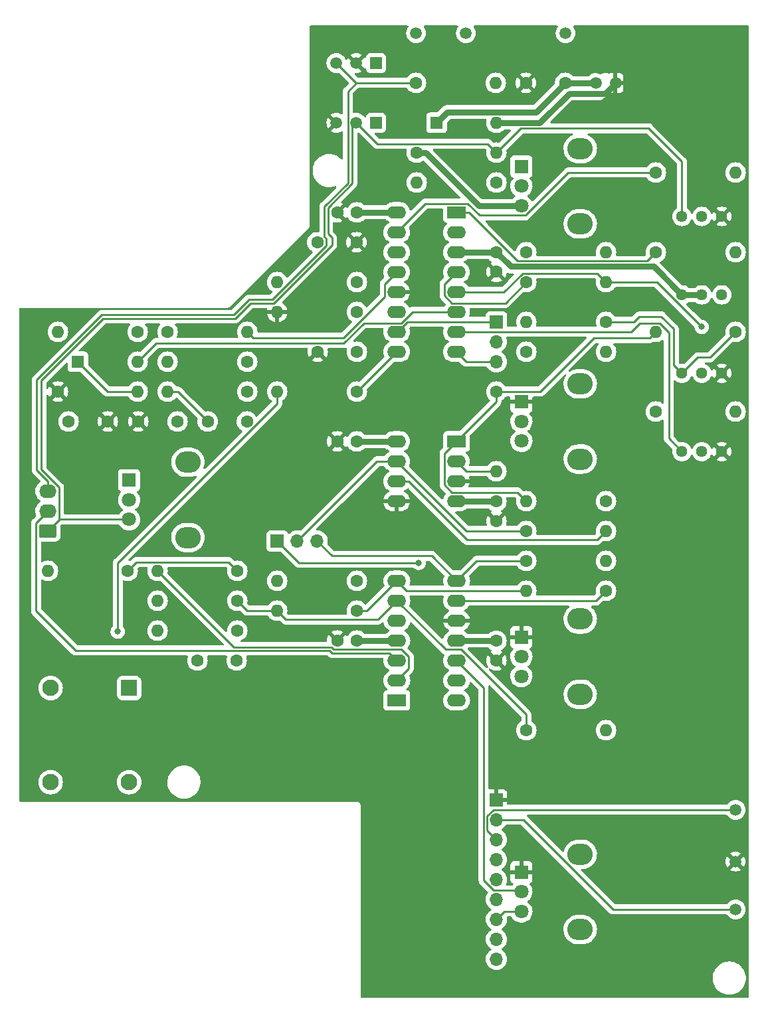
<source format=gbl>
G04 #@! TF.GenerationSoftware,KiCad,Pcbnew,6.0.6-3a73a75311~116~ubuntu20.04.1*
G04 #@! TF.CreationDate,2022-06-24T07:06:23-04:00*
G04 #@! TF.ProjectId,herovco_front,6865726f-7663-46f5-9f66-726f6e742e6b,rev?*
G04 #@! TF.SameCoordinates,Original*
G04 #@! TF.FileFunction,Copper,L2,Bot*
G04 #@! TF.FilePolarity,Positive*
%FSLAX46Y46*%
G04 Gerber Fmt 4.6, Leading zero omitted, Abs format (unit mm)*
G04 Created by KiCad (PCBNEW 6.0.6-3a73a75311~116~ubuntu20.04.1) date 2022-06-24 07:06:23*
%MOMM*%
%LPD*%
G01*
G04 APERTURE LIST*
G04 Aperture macros list*
%AMRoundRect*
0 Rectangle with rounded corners*
0 $1 Rounding radius*
0 $2 $3 $4 $5 $6 $7 $8 $9 X,Y pos of 4 corners*
0 Add a 4 corners polygon primitive as box body*
4,1,4,$2,$3,$4,$5,$6,$7,$8,$9,$2,$3,0*
0 Add four circle primitives for the rounded corners*
1,1,$1+$1,$2,$3*
1,1,$1+$1,$4,$5*
1,1,$1+$1,$6,$7*
1,1,$1+$1,$8,$9*
0 Add four rect primitives between the rounded corners*
20,1,$1+$1,$2,$3,$4,$5,0*
20,1,$1+$1,$4,$5,$6,$7,0*
20,1,$1+$1,$6,$7,$8,$9,0*
20,1,$1+$1,$8,$9,$2,$3,0*%
G04 Aperture macros list end*
G04 #@! TA.AperFunction,ComponentPad*
%ADD10C,1.600000*%
G04 #@! TD*
G04 #@! TA.AperFunction,ComponentPad*
%ADD11O,1.600000X1.600000*%
G04 #@! TD*
G04 #@! TA.AperFunction,ComponentPad*
%ADD12C,1.500000*%
G04 #@! TD*
G04 #@! TA.AperFunction,ComponentPad*
%ADD13C,2.100000*%
G04 #@! TD*
G04 #@! TA.AperFunction,ComponentPad*
%ADD14O,3.240000X2.720000*%
G04 #@! TD*
G04 #@! TA.AperFunction,ComponentPad*
%ADD15R,1.800000X1.800000*%
G04 #@! TD*
G04 #@! TA.AperFunction,ComponentPad*
%ADD16C,1.800000*%
G04 #@! TD*
G04 #@! TA.AperFunction,ComponentPad*
%ADD17C,1.440000*%
G04 #@! TD*
G04 #@! TA.AperFunction,ComponentPad*
%ADD18RoundRect,0.250001X-0.799999X-0.799999X0.799999X-0.799999X0.799999X0.799999X-0.799999X0.799999X0*%
G04 #@! TD*
G04 #@! TA.AperFunction,ComponentPad*
%ADD19R,1.700000X1.700000*%
G04 #@! TD*
G04 #@! TA.AperFunction,ComponentPad*
%ADD20O,1.700000X1.700000*%
G04 #@! TD*
G04 #@! TA.AperFunction,ComponentPad*
%ADD21R,1.500000X1.500000*%
G04 #@! TD*
G04 #@! TA.AperFunction,ComponentPad*
%ADD22R,2.400000X1.600000*%
G04 #@! TD*
G04 #@! TA.AperFunction,ComponentPad*
%ADD23O,2.400000X1.600000*%
G04 #@! TD*
G04 #@! TA.AperFunction,ComponentPad*
%ADD24RoundRect,0.250000X0.850000X-0.620000X0.850000X0.620000X-0.850000X0.620000X-0.850000X-0.620000X0*%
G04 #@! TD*
G04 #@! TA.AperFunction,ComponentPad*
%ADD25O,2.200000X1.740000*%
G04 #@! TD*
G04 #@! TA.AperFunction,ComponentPad*
%ADD26R,1.600000X1.600000*%
G04 #@! TD*
G04 #@! TA.AperFunction,ViaPad*
%ADD27C,0.800000*%
G04 #@! TD*
G04 #@! TA.AperFunction,Conductor*
%ADD28C,0.750000*%
G04 #@! TD*
G04 #@! TA.AperFunction,Conductor*
%ADD29C,0.250000*%
G04 #@! TD*
G04 APERTURE END LIST*
D10*
G04 #@! TO.P,R19,1*
G04 #@! TO.N,Board_0-CV_NODE*
X183430000Y-86240000D03*
D11*
G04 #@! TO.P,R19,2*
G04 #@! TO.N,Board_0-/Front PCB/HI_FREQ_TRACK*
X193590000Y-86240000D03*
G04 #@! TD*
D12*
G04 #@! TO.P,TP6,1,1*
G04 #@! TO.N,Board_0--5V*
X171920000Y-37980000D03*
G04 #@! TD*
D13*
G04 #@! TO.P,J8,1,Pin_1*
G04 #@! TO.N,Board_0-/Front PCB/HARD_SYNCA*
X106300000Y-121500000D03*
G04 #@! TD*
D14*
G04 #@! TO.P,RV7,*
G04 #@! TO.N,*
X173800000Y-52700000D03*
X173800000Y-62300000D03*
D15*
G04 #@! TO.P,RV7,1,1*
G04 #@! TO.N,Board_0--12V*
X166300000Y-55000000D03*
D16*
G04 #@! TO.P,RV7,2,2*
G04 #@! TO.N,Board_0-/Front PCB/PULSE_WIDTH*
X166300000Y-57500000D03*
G04 #@! TO.P,RV7,3,3*
G04 #@! TO.N,Board_0-+12V*
X166300000Y-60000000D03*
G04 #@! TD*
D10*
G04 #@! TO.P,R2,1*
G04 #@! TO.N,Board_0-Net-(R2-Pad1)*
X183430000Y-65920000D03*
D11*
G04 #@! TO.P,R2,2*
G04 #@! TO.N,Board_0-Net-(R2-Pad2)*
X193590000Y-65920000D03*
G04 #@! TD*
D17*
G04 #@! TO.P,RV9,1,1*
G04 #@! TO.N,Board_0-GND*
X191840000Y-81350000D03*
G04 #@! TO.P,RV9,2,2*
G04 #@! TO.N,Board_0-PWM_IN*
X189300000Y-81350000D03*
G04 #@! TO.P,RV9,3,3*
G04 #@! TO.N,Board_0-Net-(R29-Pad1)*
X186760000Y-81350000D03*
G04 #@! TD*
D13*
G04 #@! TO.P,J7,1,Pin_1*
G04 #@! TO.N,Board_0-/Front PCB/SOFT_SYNC_OFF*
X106300000Y-133500000D03*
G04 #@! TD*
D17*
G04 #@! TO.P,RV6,1,1*
G04 #@! TO.N,Board_0-GND*
X191840000Y-61350000D03*
G04 #@! TO.P,RV6,2,2*
G04 #@! TO.N,Board_0-/Front PCB/CENTER_FREQ*
X189300000Y-61350000D03*
G04 #@! TO.P,RV6,3,3*
G04 #@! TO.N,Board_0-/Front PCB/+5V_REF*
X186760000Y-61350000D03*
G04 #@! TD*
D14*
G04 #@! TO.P,RV3,*
G04 #@! TO.N,*
X173800000Y-112700000D03*
X173800000Y-122300000D03*
D15*
G04 #@! TO.P,RV3,1,1*
G04 #@! TO.N,Board_0-GND*
X166300000Y-115000000D03*
D16*
G04 #@! TO.P,RV3,2,2*
G04 #@! TO.N,Board_0-/Front PCB/FREQ_CV*
X166300000Y-117500000D03*
G04 #@! TO.P,RV3,3,3*
G04 #@! TO.N,Board_0-/Front PCB/CV_IN*
X166300000Y-120000000D03*
G04 #@! TD*
D10*
G04 #@! TO.P,R20,1*
G04 #@! TO.N,Board_0-CV_NODE*
X183430000Y-55760000D03*
D11*
G04 #@! TO.P,R20,2*
G04 #@! TO.N,Board_0-/Front PCB/CENTER_FREQ*
X193590000Y-55760000D03*
G04 #@! TD*
D14*
G04 #@! TO.P,RV1,*
G04 #@! TO.N,*
X123800000Y-102300000D03*
X123800000Y-92700000D03*
D15*
G04 #@! TO.P,RV1,1,1*
G04 #@! TO.N,Board_0-/Front PCB/-5V_REF*
X116300000Y-95000000D03*
D16*
G04 #@! TO.P,RV1,2,2*
G04 #@! TO.N,Board_0-/Front PCB/FINE_TUNE*
X116300000Y-97500000D03*
G04 #@! TO.P,RV1,3,3*
G04 #@! TO.N,Board_0-/Front PCB/+5V_REF*
X116300000Y-100000000D03*
G04 #@! TD*
D14*
G04 #@! TO.P,RV8,*
G04 #@! TO.N,*
X173800000Y-92300000D03*
X173800000Y-82700000D03*
D15*
G04 #@! TO.P,RV8,1,1*
G04 #@! TO.N,Board_0-GND*
X166300000Y-85000000D03*
D16*
G04 #@! TO.P,RV8,2,2*
G04 #@! TO.N,Board_0-/Front PCB/PWM*
X166300000Y-87500000D03*
G04 #@! TO.P,RV8,3,3*
G04 #@! TO.N,Board_0-/Front PCB/PWMIN*
X166300000Y-90000000D03*
G04 #@! TD*
D12*
G04 #@! TO.P,TP2,1,1*
G04 #@! TO.N,Board_0-/Front PCB/+5V_REF*
X159220000Y-37980000D03*
G04 #@! TD*
D10*
G04 #@! TO.P,R30,1*
G04 #@! TO.N,Board_0-Net-(R29-Pad1)*
X193590000Y-76080000D03*
D11*
G04 #@! TO.P,R30,2*
G04 #@! TO.N,Board_0-Net-(R27-Pad2)*
X183430000Y-76080000D03*
G04 #@! TD*
D12*
G04 #@! TO.P,TP1,1,1*
G04 #@! TO.N,Board_0-+12V*
X193590000Y-137040000D03*
G04 #@! TD*
G04 #@! TO.P,TP4,1,1*
G04 #@! TO.N,Board_0-/Front PCB/-5V_REF*
X152870000Y-37980000D03*
G04 #@! TD*
D17*
G04 #@! TO.P,RV2,1,1*
G04 #@! TO.N,Board_0-Net-(R2-Pad2)*
X191840000Y-71350000D03*
G04 #@! TO.P,RV2,2,2*
G04 #@! TO.N,Board_0--5V*
X189300000Y-71350000D03*
G04 #@! TO.P,RV2,3,3*
X186760000Y-71350000D03*
G04 #@! TD*
G04 #@! TO.P,RV5,1,1*
G04 #@! TO.N,Board_0-GND*
X191840000Y-91350000D03*
G04 #@! TO.P,RV5,2,2*
G04 #@! TO.N,Board_0-/Front PCB/HI_FREQ_TRACK*
X189300000Y-91350000D03*
G04 #@! TO.P,RV5,3,3*
G04 #@! TO.N,Board_0-HFT*
X186760000Y-91350000D03*
G04 #@! TD*
D13*
G04 #@! TO.P,J6,1,Pin_1*
G04 #@! TO.N,Board_0-/Front PCB/SOFT_SYNCA*
X116300000Y-133500000D03*
G04 #@! TD*
D14*
G04 #@! TO.P,RV4,*
G04 #@! TO.N,*
X173800000Y-142700000D03*
X173800000Y-152300000D03*
D15*
G04 #@! TO.P,RV4,1,1*
G04 #@! TO.N,Board_0-GND*
X166300000Y-145000000D03*
D16*
G04 #@! TO.P,RV4,2,2*
G04 #@! TO.N,Board_0-/Front PCB/LIN_FM_CV*
X166300000Y-147500000D03*
G04 #@! TO.P,RV4,3,3*
G04 #@! TO.N,Board_0-/Front PCB/LIN_FM_IN*
X166300000Y-150000000D03*
G04 #@! TD*
D12*
G04 #@! TO.P,TP5,1,1*
G04 #@! TO.N,Board_0-GND*
X193590000Y-143630000D03*
G04 #@! TD*
D18*
G04 #@! TO.P,J5,1,Pin_1*
G04 #@! TO.N,Board_0-/Front PCB/SYNCA*
X116300000Y-121500000D03*
G04 #@! TD*
D12*
G04 #@! TO.P,TP3,1,1*
G04 #@! TO.N,Board_0--12V*
X193590000Y-149740000D03*
G04 #@! TD*
D10*
G04 #@! TO.P,R9,1*
G04 #@! TO.N,Board_0-Net-(R12-Pad2)*
X177080000Y-109100000D03*
D11*
G04 #@! TO.P,R9,2*
G04 #@! TO.N,Board_0-Net-(R10-Pad1)*
X166920000Y-109100000D03*
G04 #@! TD*
D10*
G04 #@! TO.P,R13,1*
G04 #@! TO.N,Board_0-Net-(R13-Pad1)*
X145330000Y-73540000D03*
D11*
G04 #@! TO.P,R13,2*
G04 #@! TO.N,Board_0-GND*
X135170000Y-73540000D03*
G04 #@! TD*
D10*
G04 #@! TO.P,C12,1*
G04 #@! TO.N,Board_0-GND*
X113580000Y-87510000D03*
G04 #@! TO.P,C12,2*
G04 #@! TO.N,Board_0-/Front PCB/SOFT_SYNC_OFF*
X108580000Y-87510000D03*
G04 #@! TD*
G04 #@! TO.P,R10,1*
G04 #@! TO.N,Board_0-Net-(R10-Pad1)*
X145330000Y-111640000D03*
D11*
G04 #@! TO.P,R10,2*
G04 #@! TO.N,Board_0-Net-(R10-Pad2)*
X135170000Y-111640000D03*
G04 #@! TD*
D19*
G04 #@! TO.P,J2,1,Pin_1*
G04 #@! TO.N,Board_0-/Front PCB/TRIANGLE_OUT*
X163110000Y-74810000D03*
D20*
G04 #@! TO.P,J2,2,Pin_2*
G04 #@! TO.N,Board_0-/Front PCB/PULSE_OUT*
X163110000Y-77350000D03*
G04 #@! TO.P,J2,3,Pin_3*
G04 #@! TO.N,Board_0-/Front PCB/SAW_OUT*
X163110000Y-79890000D03*
G04 #@! TD*
D10*
G04 #@! TO.P,R11,1*
G04 #@! TO.N,Board_0-CV_NODE*
X145330000Y-69730000D03*
D11*
G04 #@! TO.P,R11,2*
G04 #@! TO.N,Board_0-Net-(C8-Pad1)*
X135170000Y-69730000D03*
G04 #@! TD*
D10*
G04 #@! TO.P,R18,1*
G04 #@! TO.N,Board_0-LIN_FM*
X131360000Y-83700000D03*
D11*
G04 #@! TO.P,R18,2*
G04 #@! TO.N,Board_0-Net-(C10-Pad1)*
X121200000Y-83700000D03*
G04 #@! TD*
D10*
G04 #@! TO.P,C11,1*
G04 #@! TO.N,Board_0-Net-(C11-Pad1)*
X122470000Y-87510000D03*
G04 #@! TO.P,C11,2*
G04 #@! TO.N,Board_0-GND*
X117470000Y-87510000D03*
G04 #@! TD*
D21*
G04 #@! TO.P,U4,1*
G04 #@! TO.N,N/C*
X147790000Y-49410000D03*
D12*
G04 #@! TO.P,U4,2,K*
G04 #@! TO.N,Board_0-/Front PCB/+5V_REF*
X145250000Y-49410000D03*
G04 #@! TO.P,U4,3,A*
G04 #@! TO.N,Board_0-GND*
X142710000Y-49410000D03*
G04 #@! TD*
D22*
G04 #@! TO.P,U3,1,Scale1*
G04 #@! TO.N,Board_0-Net-(R2-Pad1)*
X158020000Y-60830000D03*
D23*
G04 #@! TO.P,U3,2,Scale2*
G04 #@! TO.N,Board_0-Net-(R3-Pad1)*
X158020000Y-63370000D03*
G04 #@! TO.P,U3,3,VEE*
G04 #@! TO.N,Board_0--5V*
X158020000Y-65910000D03*
G04 #@! TO.P,U3,4,Pulse_Output*
G04 #@! TO.N,Board_0-/Front PCB/PULSE_OUT*
X158020000Y-68450000D03*
G04 #@! TO.P,U3,5,PWM_Input*
G04 #@! TO.N,Board_0-PWM_IN*
X158020000Y-70990000D03*
G04 #@! TO.P,U3,6,Hard_Sync*
G04 #@! TO.N,Board_0-HARD_SYNC*
X158020000Y-73530000D03*
G04 #@! TO.P,U3,7,HFT*
G04 #@! TO.N,Board_0-HFT*
X158020000Y-76070000D03*
G04 #@! TO.P,U3,8,Saw_Output*
G04 #@! TO.N,Board_0-/Front PCB/SAW_OUT*
X158020000Y-78610000D03*
G04 #@! TO.P,U3,9,Soft_Sync*
G04 #@! TO.N,Board_0-SOFT_SYNC*
X150400000Y-78610000D03*
G04 #@! TO.P,U3,10,Triangle_Output*
G04 #@! TO.N,Board_0-/Front PCB/TRIANGLE_OUT*
X150400000Y-76070000D03*
G04 #@! TO.P,U3,11,Cap*
G04 #@! TO.N,Board_0-Net-(C9-Pad2)*
X150400000Y-73530000D03*
G04 #@! TO.P,U3,12,GND*
G04 #@! TO.N,Board_0-GND*
X150400000Y-70990000D03*
G04 #@! TO.P,U3,13,Linear_FM*
G04 #@! TO.N,Board_0-LIN_FM*
X150400000Y-68450000D03*
G04 #@! TO.P,U3,14,Scale*
G04 #@! TO.N,Board_0-Net-(R13-Pad1)*
X150400000Y-65910000D03*
G04 #@! TO.P,U3,15,Freq_CV*
G04 #@! TO.N,Board_0-CV_NODE*
X150400000Y-63370000D03*
G04 #@! TO.P,U3,16,VCC*
G04 #@! TO.N,Board_0-+12V*
X150400000Y-60830000D03*
G04 #@! TD*
D10*
G04 #@! TO.P,R12,1*
G04 #@! TO.N,Board_0-/Front PCB/CV_SUM*
X166920000Y-105290000D03*
D11*
G04 #@! TO.P,R12,2*
G04 #@! TO.N,Board_0-Net-(R12-Pad2)*
X177080000Y-105290000D03*
G04 #@! TD*
D10*
G04 #@! TO.P,R31,1*
G04 #@! TO.N,Board_0-/Front PCB/LINK_OUT_PW*
X166920000Y-101480000D03*
D11*
G04 #@! TO.P,R31,2*
G04 #@! TO.N,Board_0-Net-(R27-Pad1)*
X177080000Y-101480000D03*
G04 #@! TD*
D10*
G04 #@! TO.P,C9,1*
G04 #@! TO.N,Board_0-GND*
X140330000Y-78620000D03*
G04 #@! TO.P,C9,2*
G04 #@! TO.N,Board_0-Net-(C9-Pad2)*
X145330000Y-78620000D03*
G04 #@! TD*
G04 #@! TO.P,R23,1*
G04 #@! TO.N,Board_0-+12V*
X152950000Y-53220000D03*
D11*
G04 #@! TO.P,R23,2*
G04 #@! TO.N,Board_0-/Front PCB/+5V_REF*
X163110000Y-53220000D03*
G04 #@! TD*
D10*
G04 #@! TO.P,R17,1*
G04 #@! TO.N,Board_0-SOFT_SYNC*
X145330000Y-83700000D03*
D11*
G04 #@! TO.P,R17,2*
G04 #@! TO.N,Board_0-/Front PCB/SOFT_SYNCA*
X135170000Y-83700000D03*
G04 #@! TD*
D19*
G04 #@! TO.P,J1,1,Pin_1*
G04 #@! TO.N,Board_0-GND*
X163110000Y-135770000D03*
D20*
G04 #@! TO.P,J1,2,Pin_2*
G04 #@! TO.N,Board_0--12V*
X163110000Y-138310000D03*
G04 #@! TO.P,J1,3,Pin_3*
G04 #@! TO.N,Board_0-+12V*
X163110000Y-140850000D03*
G04 #@! TO.P,J1,4,Pin_4*
G04 #@! TO.N,Board_0-/Front PCB/PWMIN*
X163110000Y-143390000D03*
G04 #@! TO.P,J1,5,Pin_5*
G04 #@! TO.N,Board_0-/Front PCB/CV_IN*
X163110000Y-145930000D03*
G04 #@! TO.P,J1,6,Pin_6*
G04 #@! TO.N,Board_0-/Front PCB/SYNC*
X163110000Y-148470000D03*
G04 #@! TO.P,J1,7,Pin_7*
G04 #@! TO.N,Board_0-/Front PCB/LIN_FM_IN*
X163110000Y-151010000D03*
G04 #@! TO.P,J1,8,Pin_8*
G04 #@! TO.N,Board_0-/Front PCB/V_OCT2*
X163110000Y-153550000D03*
G04 #@! TO.P,J1,9,Pin_9*
G04 #@! TO.N,Board_0-/Front PCB/V_OCT*
X163110000Y-156090000D03*
G04 #@! TD*
D10*
G04 #@! TO.P,R26,1*
G04 #@! TO.N,Board_0-Net-(R25-Pad1)*
X166920000Y-78620000D03*
D11*
G04 #@! TO.P,R26,2*
G04 #@! TO.N,Board_0-/Front PCB/PWM*
X177080000Y-78620000D03*
G04 #@! TD*
D22*
G04 #@! TO.P,U1,1*
G04 #@! TO.N,Board_0-Net-(R4-Pad2)*
X150420000Y-123070000D03*
D23*
G04 #@! TO.P,U1,2,-*
X150420000Y-120530000D03*
G04 #@! TO.P,U1,3,+*
G04 #@! TO.N,Board_0-/Front PCB/OCTAVE*
X150420000Y-117990000D03*
G04 #@! TO.P,U1,4,V+*
G04 #@! TO.N,Board_0-+12V*
X150420000Y-115450000D03*
G04 #@! TO.P,U1,5,+*
G04 #@! TO.N,Board_0-GND*
X150420000Y-112910000D03*
G04 #@! TO.P,U1,6,-*
G04 #@! TO.N,Board_0-Net-(R10-Pad2)*
X150420000Y-110370000D03*
G04 #@! TO.P,U1,7*
G04 #@! TO.N,Board_0-Net-(R10-Pad1)*
X150420000Y-107830000D03*
G04 #@! TO.P,U1,8*
G04 #@! TO.N,Board_0-/Front PCB/CV_SUM*
X158040000Y-107830000D03*
G04 #@! TO.P,U1,9,-*
G04 #@! TO.N,Board_0-Net-(R12-Pad2)*
X158040000Y-110370000D03*
G04 #@! TO.P,U1,10,+*
G04 #@! TO.N,Board_0-GND*
X158040000Y-112910000D03*
G04 #@! TO.P,U1,11,V-*
G04 #@! TO.N,Board_0--12V*
X158040000Y-115450000D03*
G04 #@! TO.P,U1,12,+*
G04 #@! TO.N,Board_0-/Front PCB/LIN_FM_CV*
X158040000Y-117990000D03*
G04 #@! TO.P,U1,13,-*
G04 #@! TO.N,Board_0-/Front PCB/LINK_OUT_FM*
X158040000Y-120530000D03*
G04 #@! TO.P,U1,14*
X158040000Y-123070000D03*
G04 #@! TD*
D24*
G04 #@! TO.P,J4,1,Pin_1*
G04 #@! TO.N,Board_0-/Front PCB/+5V_REF*
X105960000Y-101480000D03*
D25*
G04 #@! TO.P,J4,2,Pin_2*
G04 #@! TO.N,Board_0-/Front PCB/OCTAVE*
X105960000Y-98940000D03*
G04 #@! TO.P,J4,3,Pin_3*
G04 #@! TO.N,Board_0-/Front PCB/-5V_REF*
X105960000Y-96400000D03*
G04 #@! TD*
D10*
G04 #@! TO.P,R15,1*
G04 #@! TO.N,Board_0-LIN_FM*
X131360000Y-79890000D03*
D11*
G04 #@! TO.P,R15,2*
G04 #@! TO.N,Board_0-Net-(C11-Pad1)*
X121200000Y-79890000D03*
G04 #@! TD*
D10*
G04 #@! TO.P,R21,1*
G04 #@! TO.N,Board_0-CV_NODE*
X145330000Y-107830000D03*
D11*
G04 #@! TO.P,R21,2*
G04 #@! TO.N,Board_0-/Front PCB/CV_SUM*
X135170000Y-107830000D03*
G04 #@! TD*
D10*
G04 #@! TO.P,C7,1*
G04 #@! TO.N,Board_0-/Front PCB/SYNCA*
X125010000Y-117990000D03*
G04 #@! TO.P,C7,2*
G04 #@! TO.N,Board_0-/Front PCB/SYNC*
X130010000Y-117990000D03*
G04 #@! TD*
G04 #@! TO.P,C2,1*
G04 #@! TO.N,Board_0-+12V*
X145330000Y-90050000D03*
G04 #@! TO.P,C2,2*
G04 #@! TO.N,Board_0-GND*
X142830000Y-90050000D03*
G04 #@! TD*
G04 #@! TO.P,R29,1*
G04 #@! TO.N,Board_0-Net-(R29-Pad1)*
X177080000Y-74810000D03*
D11*
G04 #@! TO.P,R29,2*
G04 #@! TO.N,Board_0-+12V*
X166920000Y-74810000D03*
G04 #@! TD*
D10*
G04 #@! TO.P,C5,1*
G04 #@! TO.N,Board_0-GND*
X163110000Y-117990000D03*
G04 #@! TO.P,C5,2*
G04 #@! TO.N,Board_0--12V*
X163110000Y-115490000D03*
G04 #@! TD*
G04 #@! TO.P,R8,1*
G04 #@! TO.N,Board_0-Net-(R10-Pad2)*
X166920000Y-126880000D03*
D11*
G04 #@! TO.P,R8,2*
G04 #@! TO.N,Board_0-/Front PCB/FREQ_CV*
X177080000Y-126880000D03*
G04 #@! TD*
D10*
G04 #@! TO.P,R14,1*
G04 #@! TO.N,Board_0-+12V*
X121200000Y-76080000D03*
D11*
G04 #@! TO.P,R14,2*
G04 #@! TO.N,Board_0-LIN_FM*
X131360000Y-76080000D03*
G04 #@! TD*
D22*
G04 #@! TO.P,U2,1*
G04 #@! TO.N,Board_0-Net-(R27-Pad2)*
X158020000Y-90050000D03*
D23*
G04 #@! TO.P,U2,2,-*
G04 #@! TO.N,Board_0-Net-(R25-Pad1)*
X158020000Y-92590000D03*
G04 #@! TO.P,U2,3,+*
G04 #@! TO.N,Board_0-GND*
X158020000Y-95130000D03*
G04 #@! TO.P,U2,4,V-*
G04 #@! TO.N,Board_0--12V*
X158020000Y-97670000D03*
G04 #@! TO.P,U2,5,+*
G04 #@! TO.N,Board_0-GND*
X150400000Y-97670000D03*
G04 #@! TO.P,U2,6,-*
G04 #@! TO.N,Board_0-Net-(R27-Pad1)*
X150400000Y-95130000D03*
G04 #@! TO.P,U2,7*
G04 #@! TO.N,Board_0-/Front PCB/LINK_OUT_PW*
X150400000Y-92590000D03*
G04 #@! TO.P,U2,8,V+*
G04 #@! TO.N,Board_0-+12V*
X150400000Y-90050000D03*
G04 #@! TD*
D10*
G04 #@! TO.P,C13,1*
G04 #@! TO.N,Board_0-GND*
X166880000Y-44330000D03*
G04 #@! TO.P,C13,2*
G04 #@! TO.N,Board_0--5V*
X171880000Y-44330000D03*
G04 #@! TD*
D19*
G04 #@! TO.P,J3,1,Pin_1*
G04 #@! TO.N,Board_0-/Front PCB/LINK_OUT_FM*
X135185000Y-102750000D03*
D20*
G04 #@! TO.P,J3,2,Pin_2*
G04 #@! TO.N,Board_0-/Front PCB/LINK_OUT_PW*
X137725000Y-102750000D03*
G04 #@! TO.P,J3,3,Pin_3*
G04 #@! TO.N,Board_0-/Front PCB/CV_SUM*
X140265000Y-102750000D03*
G04 #@! TD*
D10*
G04 #@! TO.P,R6,1*
G04 #@! TO.N,Board_0-Net-(R10-Pad2)*
X130090000Y-110370000D03*
D11*
G04 #@! TO.P,R6,2*
G04 #@! TO.N,Board_0-/Front PCB/V_OCT2*
X119930000Y-110370000D03*
G04 #@! TD*
D10*
G04 #@! TO.P,R3,1*
G04 #@! TO.N,Board_0-Net-(R3-Pad1)*
X163110000Y-57030000D03*
D11*
G04 #@! TO.P,R3,2*
G04 #@! TO.N,Board_0--5V*
X152950000Y-57030000D03*
G04 #@! TD*
D26*
G04 #@! TO.P,D2,1,K*
G04 #@! TO.N,Board_0--5V*
X155490000Y-49410000D03*
D11*
G04 #@! TO.P,D2,2,A*
G04 #@! TO.N,Board_0--12V*
X163110000Y-49410000D03*
G04 #@! TD*
D10*
G04 #@! TO.P,R24,1*
G04 #@! TO.N,Board_0-/Front PCB/-5V_REF*
X152870000Y-44330000D03*
D11*
G04 #@! TO.P,R24,2*
G04 #@! TO.N,Board_0--12V*
X163030000Y-44330000D03*
G04 #@! TD*
D10*
G04 #@! TO.P,R4,1*
G04 #@! TO.N,Board_0-Net-(R10-Pad2)*
X130090000Y-106560000D03*
D11*
G04 #@! TO.P,R4,2*
G04 #@! TO.N,Board_0-Net-(R4-Pad2)*
X119930000Y-106560000D03*
G04 #@! TD*
D10*
G04 #@! TO.P,R7,1*
G04 #@! TO.N,Board_0-Net-(R10-Pad2)*
X116120000Y-106560000D03*
D11*
G04 #@! TO.P,R7,2*
G04 #@! TO.N,Board_0-/Front PCB/FINE_TUNE*
X105960000Y-106560000D03*
G04 #@! TD*
D10*
G04 #@! TO.P,C8,1*
G04 #@! TO.N,Board_0-Net-(C8-Pad1)*
X140290000Y-64650000D03*
G04 #@! TO.P,C8,2*
G04 #@! TO.N,Board_0-GND*
X145290000Y-64650000D03*
G04 #@! TD*
G04 #@! TO.P,C1,1*
G04 #@! TO.N,Board_0--5V*
X163110000Y-65920000D03*
G04 #@! TO.P,C1,2*
G04 #@! TO.N,Board_0-GND*
X163110000Y-68420000D03*
G04 #@! TD*
D26*
G04 #@! TO.P,D1,1,K*
G04 #@! TO.N,Board_0-Net-(D1-Pad1)*
X109770000Y-79890000D03*
D11*
G04 #@! TO.P,D1,2,A*
G04 #@! TO.N,Board_0-HARD_SYNC*
X117390000Y-79890000D03*
G04 #@! TD*
D10*
G04 #@! TO.P,R28,1*
G04 #@! TO.N,Board_0-Net-(R27-Pad2)*
X163110000Y-83700000D03*
D11*
G04 #@! TO.P,R28,2*
G04 #@! TO.N,Board_0-Net-(R25-Pad1)*
X163110000Y-93860000D03*
G04 #@! TD*
D10*
G04 #@! TO.P,R25,1*
G04 #@! TO.N,Board_0-Net-(R25-Pad1)*
X166920000Y-65920000D03*
D11*
G04 #@! TO.P,R25,2*
G04 #@! TO.N,Board_0-/Front PCB/PULSE_WIDTH*
X177080000Y-65920000D03*
G04 #@! TD*
D10*
G04 #@! TO.P,R16,1*
G04 #@! TO.N,Board_0-Net-(D1-Pad1)*
X117390000Y-76080000D03*
D11*
G04 #@! TO.P,R16,2*
G04 #@! TO.N,Board_0-/Front PCB/HARD_SYNCA*
X107230000Y-76080000D03*
G04 #@! TD*
D10*
G04 #@! TO.P,C3,1*
G04 #@! TO.N,Board_0-GND*
X163110000Y-100210000D03*
G04 #@! TO.P,C3,2*
G04 #@! TO.N,Board_0--12V*
X163110000Y-97710000D03*
G04 #@! TD*
D21*
G04 #@! TO.P,U6,1,GND*
G04 #@! TO.N,Board_0-GND*
X180850000Y-44330000D03*
D12*
G04 #@! TO.P,U6,2,VI*
G04 #@! TO.N,Board_0--12V*
X178310000Y-44330000D03*
G04 #@! TO.P,U6,3,VO*
G04 #@! TO.N,Board_0--5V*
X175770000Y-44330000D03*
G04 #@! TD*
D10*
G04 #@! TO.P,C4,1*
G04 #@! TO.N,Board_0-+12V*
X145330000Y-115450000D03*
G04 #@! TO.P,C4,2*
G04 #@! TO.N,Board_0-GND*
X142830000Y-115450000D03*
G04 #@! TD*
D21*
G04 #@! TO.P,U5,1*
G04 #@! TO.N,N/C*
X147790000Y-41790000D03*
D12*
G04 #@! TO.P,U5,2,K*
G04 #@! TO.N,Board_0-GND*
X145250000Y-41790000D03*
G04 #@! TO.P,U5,3,A*
G04 #@! TO.N,Board_0-/Front PCB/-5V_REF*
X142710000Y-41790000D03*
G04 #@! TD*
D10*
G04 #@! TO.P,R1,1*
G04 #@! TO.N,Board_0-/Front PCB/PULSE_OUT*
X166920000Y-69730000D03*
D11*
G04 #@! TO.P,R1,2*
G04 #@! TO.N,Board_0-PWM_IN*
X177080000Y-69730000D03*
G04 #@! TD*
D10*
G04 #@! TO.P,R27,1*
G04 #@! TO.N,Board_0-Net-(R27-Pad1)*
X177080000Y-97670000D03*
D11*
G04 #@! TO.P,R27,2*
G04 #@! TO.N,Board_0-Net-(R27-Pad2)*
X166920000Y-97670000D03*
G04 #@! TD*
D10*
G04 #@! TO.P,C6,1*
G04 #@! TO.N,Board_0-+12V*
X145330000Y-60840000D03*
G04 #@! TO.P,C6,2*
G04 #@! TO.N,Board_0-GND*
X142830000Y-60840000D03*
G04 #@! TD*
G04 #@! TO.P,R22,1*
G04 #@! TO.N,Board_0-GND*
X107230000Y-83700000D03*
D11*
G04 #@! TO.P,R22,2*
G04 #@! TO.N,Board_0-Net-(D1-Pad1)*
X117390000Y-83700000D03*
G04 #@! TD*
D10*
G04 #@! TO.P,C10,1*
G04 #@! TO.N,Board_0-Net-(C10-Pad1)*
X126320000Y-87510000D03*
G04 #@! TO.P,C10,2*
G04 #@! TO.N,Board_0-/Front PCB/LINK_OUT_FM*
X131320000Y-87510000D03*
G04 #@! TD*
G04 #@! TO.P,R5,1*
G04 #@! TO.N,Board_0-Net-(R10-Pad2)*
X130090000Y-114180000D03*
D11*
G04 #@! TO.P,R5,2*
G04 #@! TO.N,Board_0-/Front PCB/V_OCT*
X119930000Y-114180000D03*
G04 #@! TD*
D27*
G04 #@! TO.N,Board_0-/Front PCB/LINK_OUT_FM*
X153204000Y-105544000D03*
G04 #@! TO.N,Board_0-/Front PCB/SOFT_SYNCA*
X114850000Y-114307000D03*
G04 #@! TO.N,Board_0-PWM_IN*
X189272000Y-75445000D03*
G04 #@! TD*
D28*
G04 #@! TO.N,Board_0-+12V*
X160861370Y-60000000D02*
X166300000Y-60000000D01*
X152950000Y-53220000D02*
X154081370Y-53220000D01*
X150400000Y-90050000D02*
X145330000Y-90050000D01*
D29*
X162718990Y-137040000D02*
X161935489Y-137823501D01*
D28*
X154081370Y-53220000D02*
X160861370Y-60000000D01*
X150420000Y-115450000D02*
X145330000Y-115450000D01*
D29*
X161935489Y-139675489D02*
X163110000Y-140850000D01*
D28*
X150400000Y-60830000D02*
X145340000Y-60830000D01*
D29*
X161935489Y-137823501D02*
X161935489Y-139675489D01*
X193590000Y-137040000D02*
X162718990Y-137040000D01*
D28*
G04 #@! TO.N,Board_0--12V*
X163110000Y-97710000D02*
X158060000Y-97710000D01*
X176985480Y-45654520D02*
X178310000Y-44330000D01*
X158040000Y-115450000D02*
X163070000Y-115450000D01*
D29*
X166539000Y-138310000D02*
X163110000Y-138310000D01*
X193590000Y-149740000D02*
X177969000Y-149740000D01*
X177969000Y-149740000D02*
X166539000Y-138310000D01*
D28*
X163110000Y-49410000D02*
X168618000Y-49410000D01*
X172373480Y-45654520D02*
X176985480Y-45654520D01*
X168618000Y-49410000D02*
X172373480Y-45654520D01*
G04 #@! TO.N,Board_0--5V*
X164934021Y-67744021D02*
X183154021Y-67744021D01*
X155490000Y-49410000D02*
X156864511Y-48035489D01*
X183154021Y-67744021D02*
X186760000Y-71350000D01*
X189300000Y-71350000D02*
X186760000Y-71350000D01*
X163110000Y-65920000D02*
X164934021Y-67744021D01*
X156864511Y-48035489D02*
X168174511Y-48035489D01*
X168174511Y-48035489D02*
X171880000Y-44330000D01*
X175730000Y-44330000D02*
X171880000Y-44330000D01*
X158020000Y-65910000D02*
X163100000Y-65910000D01*
D29*
G04 #@! TO.N,Board_0-/Front PCB/+5V_REF*
X131769511Y-72415489D02*
X129814489Y-74370511D01*
X142143510Y-64082806D02*
X142143510Y-65022494D01*
X141635511Y-63574807D02*
X142143510Y-64082806D01*
X145250000Y-49410000D02*
X144742000Y-49918000D01*
X144742000Y-49918000D02*
X144742000Y-57157704D01*
X186760000Y-61350000D02*
X186760000Y-54344000D01*
X113003489Y-74370511D02*
X105118000Y-82256000D01*
X147935489Y-52095489D02*
X161985489Y-52095489D01*
X186760000Y-54344000D02*
X182525511Y-50109511D01*
X166220489Y-50109511D02*
X163110000Y-53220000D01*
X129814489Y-74370511D02*
X113003489Y-74370511D01*
X182525511Y-50109511D02*
X166220489Y-50109511D01*
X105118000Y-93638694D02*
X107384520Y-95905214D01*
X147935489Y-52095489D02*
X145250000Y-49410000D01*
X107384520Y-95905214D02*
X107384520Y-100055480D01*
X142143510Y-65022494D02*
X134750515Y-72415489D01*
X107440000Y-100000000D02*
X116300000Y-100000000D01*
X134750515Y-72415489D02*
X131769511Y-72415489D01*
X105118000Y-82256000D02*
X105118000Y-93638694D01*
X163110000Y-53220000D02*
X161985489Y-52095489D01*
X144742000Y-57157704D02*
X141635511Y-60264193D01*
X107384520Y-100055480D02*
X107440000Y-100000000D01*
X141635511Y-60264193D02*
X141635511Y-63574807D01*
X107384520Y-100055480D02*
X105960000Y-101480000D01*
G04 #@! TO.N,Board_0-/Front PCB/-5V_REF*
X134564321Y-71965979D02*
X131583317Y-71965979D01*
X141186000Y-63955700D02*
X141414511Y-64184211D01*
X112817282Y-73921000D02*
X104535480Y-82202802D01*
X105960000Y-95130000D02*
X105960000Y-96400000D01*
X141414511Y-64184211D02*
X141414511Y-65115789D01*
X145250000Y-44330000D02*
X142710000Y-41790000D01*
X104535480Y-93705480D02*
X105960000Y-95130000D01*
X152870000Y-44330000D02*
X145250000Y-44330000D01*
X131583317Y-71965979D02*
X129628296Y-73921000D01*
X129628296Y-73921000D02*
X112817282Y-73921000D01*
X144175489Y-45404511D02*
X144175489Y-57088511D01*
X144175489Y-57088511D02*
X141186000Y-60078000D01*
X141186000Y-60078000D02*
X141186000Y-63955700D01*
X104535480Y-82202802D02*
X104535480Y-93705480D01*
X145250000Y-44330000D02*
X144175489Y-45404511D01*
X141414511Y-65115789D02*
X134564321Y-71965979D01*
G04 #@! TO.N,Board_0-/Front PCB/CV_SUM*
X158040000Y-107830000D02*
X154865000Y-104655000D01*
X160580000Y-105290000D02*
X158040000Y-107830000D01*
X154865000Y-104655000D02*
X142170000Y-104655000D01*
X142170000Y-104655000D02*
X140265000Y-102750000D01*
X166920000Y-105290000D02*
X160580000Y-105290000D01*
G04 #@! TO.N,Board_0-/Front PCB/LINK_OUT_FM*
X137979000Y-105544000D02*
X153204000Y-105544000D01*
X135185000Y-102750000D02*
X137979000Y-105544000D01*
G04 #@! TO.N,Board_0-/Front PCB/LINK_OUT_PW*
X166920000Y-101480000D02*
X159290000Y-101480000D01*
X150400000Y-92590000D02*
X147885000Y-92590000D01*
X159290000Y-101480000D02*
X150400000Y-92590000D01*
X147885000Y-92590000D02*
X137725000Y-102750000D01*
G04 #@! TO.N,Board_0-/Front PCB/LIN_FM_CV*
X162718990Y-147295489D02*
X166095489Y-147295489D01*
X161485979Y-146062478D02*
X162718990Y-147295489D01*
X161485979Y-121435979D02*
X161485979Y-146062478D01*
X158040000Y-117990000D02*
X161485979Y-121435979D01*
G04 #@! TO.N,Board_0-/Front PCB/LIN_FM_IN*
X166300000Y-150000000D02*
X164120000Y-150000000D01*
X164120000Y-150000000D02*
X163110000Y-151010000D01*
G04 #@! TO.N,Board_0-/Front PCB/OCTAVE*
X104436000Y-100464000D02*
X105960000Y-98940000D01*
X142178027Y-117024031D02*
X141873997Y-116720001D01*
X150420000Y-117990000D02*
X149454031Y-117024031D01*
X149454031Y-117024031D02*
X142178027Y-117024031D01*
X104436000Y-111640000D02*
X104436000Y-100464000D01*
X109516001Y-116720001D02*
X104436000Y-111640000D01*
X141873997Y-116720001D02*
X109516001Y-116720001D01*
G04 #@! TO.N,Board_0-/Front PCB/PULSE_OUT*
X157445169Y-72405480D02*
X156495480Y-71455791D01*
X166920000Y-69730000D02*
X164244520Y-72405480D01*
X164244520Y-72405480D02*
X157445169Y-72405480D01*
X156495480Y-71455791D02*
X156495480Y-69974520D01*
X156495480Y-69974520D02*
X158020000Y-68450000D01*
G04 #@! TO.N,Board_0-/Front PCB/SAW_OUT*
X163110000Y-79890000D02*
X159300000Y-79890000D01*
X159300000Y-79890000D02*
X158020000Y-78610000D01*
G04 #@! TO.N,Board_0-/Front PCB/SOFT_SYNCA*
X114850000Y-105570300D02*
X114850000Y-114307000D01*
X135170000Y-85250300D02*
X114850000Y-105570300D01*
X135170000Y-83700000D02*
X135170000Y-85250300D01*
G04 #@! TO.N,Board_0-/Front PCB/TRIANGLE_OUT*
X151746015Y-74810000D02*
X150486015Y-76070000D01*
X163110000Y-74810000D02*
X151746015Y-74810000D01*
G04 #@! TO.N,Board_0-CV_NODE*
X172271721Y-55760000D02*
X166807210Y-61224511D01*
X159435489Y-59705489D02*
X154064511Y-59705489D01*
X183430000Y-55760000D02*
X172271721Y-55760000D01*
X166807210Y-61224511D02*
X160954511Y-61224511D01*
X154064511Y-59705489D02*
X150400000Y-63370000D01*
X160954511Y-61224511D02*
X159435489Y-59705489D01*
G04 #@! TO.N,Board_0-HARD_SYNC*
X158020000Y-73530000D02*
X152390311Y-73530000D01*
X119784511Y-77495489D02*
X117390000Y-79890000D01*
X143660511Y-77495489D02*
X119784511Y-77495489D01*
X150974831Y-74945480D02*
X146210520Y-74945480D01*
X152390311Y-73530000D02*
X150974831Y-74945480D01*
X146210520Y-74945480D02*
X143660511Y-77495489D01*
G04 #@! TO.N,Board_0-HFT*
X180265000Y-76070000D02*
X181379511Y-74955489D01*
X181379511Y-74955489D02*
X183895789Y-74955489D01*
X185081000Y-89671000D02*
X186760000Y-91350000D01*
X183895789Y-74955489D02*
X185081000Y-76140700D01*
X158020000Y-76070000D02*
X180265000Y-76070000D01*
X185081000Y-76140700D02*
X185081000Y-89671000D01*
G04 #@! TO.N,Board_0-LIN_FM*
X148875480Y-71584820D02*
X148875480Y-69974520D01*
X143618300Y-76842000D02*
X148875480Y-71584820D01*
X131360000Y-76080000D02*
X132122000Y-76842000D01*
X132122000Y-76842000D02*
X143618300Y-76842000D01*
X148875480Y-69974520D02*
X150400000Y-68450000D01*
G04 #@! TO.N,Board_0-Net-(C10-Pad1)*
X121200000Y-83700000D02*
X122510000Y-83700000D01*
X122510000Y-83700000D02*
X126320000Y-87510000D01*
G04 #@! TO.N,Board_0-Net-(D1-Pad1)*
X117390000Y-83700000D02*
X113580000Y-83700000D01*
X113580000Y-83700000D02*
X109770000Y-79890000D01*
G04 #@! TO.N,Board_0-Net-(R10-Pad1)*
X150420000Y-107830000D02*
X146610000Y-111640000D01*
X146610000Y-111640000D02*
X145330000Y-111640000D01*
X166920000Y-109100000D02*
X151690000Y-109100000D01*
X151690000Y-109100000D02*
X150420000Y-107830000D01*
G04 #@! TO.N,Board_0-Net-(R10-Pad2)*
X166920000Y-126880000D02*
X166920000Y-124879689D01*
X131360000Y-111640000D02*
X130090000Y-110370000D01*
X130090000Y-106560000D02*
X128965489Y-105435489D01*
X135170000Y-111640000D02*
X131360000Y-111640000D01*
X117244511Y-105435489D02*
X116120000Y-106560000D01*
X166920000Y-124879689D02*
X158614831Y-116574520D01*
X158614831Y-116574520D02*
X156624520Y-116574520D01*
X150420000Y-110370000D02*
X148025489Y-112764511D01*
X128965489Y-105435489D02*
X117244511Y-105435489D01*
X148025489Y-112764511D02*
X136294511Y-112764511D01*
X156624520Y-116574520D02*
X150420000Y-110370000D01*
X136294511Y-112764511D02*
X135170000Y-111640000D01*
G04 #@! TO.N,Board_0-Net-(R12-Pad2)*
X177080000Y-109100000D02*
X175810000Y-110370000D01*
X175810000Y-110370000D02*
X158040000Y-110370000D01*
G04 #@! TO.N,Board_0-Net-(R2-Pad1)*
X159610300Y-60830000D02*
X158020000Y-60830000D01*
X182305499Y-67044501D02*
X165824801Y-67044501D01*
X165824801Y-67044501D02*
X159610300Y-60830000D01*
X183430000Y-65920000D02*
X182305499Y-67044501D01*
G04 #@! TO.N,Board_0-Net-(R25-Pad1)*
X159290000Y-93860000D02*
X158020000Y-92590000D01*
X163110000Y-93860000D02*
X159290000Y-93860000D01*
G04 #@! TO.N,Board_0-Net-(R27-Pad1)*
X159408511Y-102604511D02*
X151934000Y-95130000D01*
X151934000Y-95130000D02*
X150400000Y-95130000D01*
X177080000Y-101480000D02*
X175955489Y-102604511D01*
X175955489Y-102604511D02*
X159408511Y-102604511D01*
G04 #@! TO.N,Board_0-Net-(R27-Pad2)*
X157445169Y-96545480D02*
X156495480Y-95595791D01*
X156495480Y-95595791D02*
X156495480Y-91574520D01*
X182630001Y-76879999D02*
X175518705Y-76879999D01*
X166920000Y-97670000D02*
X165795480Y-96545480D01*
X165795480Y-96545480D02*
X157445169Y-96545480D01*
X156495480Y-91574520D02*
X158020000Y-90050000D01*
X168698704Y-83700000D02*
X163110000Y-83700000D01*
X163110000Y-84960000D02*
X158020000Y-90050000D01*
X175518705Y-76879999D02*
X168698704Y-83700000D01*
X183430000Y-76080000D02*
X182630001Y-76879999D01*
X163110000Y-83700000D02*
X163110000Y-84960000D01*
G04 #@! TO.N,Board_0-Net-(R29-Pad1)*
X190344511Y-79325489D02*
X188784511Y-79325489D01*
X185716000Y-80306000D02*
X185716000Y-75698296D01*
X180636000Y-74810000D02*
X177080000Y-74810000D01*
X186760000Y-81350000D02*
X185716000Y-80306000D01*
X181339510Y-74106490D02*
X180636000Y-74810000D01*
X188784511Y-79325489D02*
X186760000Y-81350000D01*
X185716000Y-75698296D02*
X184124194Y-74106490D01*
X184124194Y-74106490D02*
X181339510Y-74106490D01*
X193590000Y-76080000D02*
X190344511Y-79325489D01*
G04 #@! TO.N,Board_0-Net-(R4-Pad2)*
X129640490Y-116270490D02*
X119930000Y-106560000D01*
X142364211Y-116574511D02*
X142060190Y-116270490D01*
X151944520Y-117524209D02*
X150994822Y-116574511D01*
X150420000Y-120530000D02*
X151944520Y-119005480D01*
X142060190Y-116270490D02*
X129640490Y-116270490D01*
X151944520Y-119005480D02*
X151944520Y-117524209D01*
X150994822Y-116574511D02*
X142364211Y-116574511D01*
G04 #@! TO.N,Board_0-PWM_IN*
X164069700Y-70990000D02*
X166454211Y-68605489D01*
X158020000Y-70990000D02*
X164069700Y-70990000D01*
X177080000Y-69730000D02*
X183557000Y-69730000D01*
X175955489Y-68605489D02*
X177080000Y-69730000D01*
X166454211Y-68605489D02*
X175955489Y-68605489D01*
X183557000Y-69730000D02*
X189272000Y-75445000D01*
G04 #@! TO.N,Board_0-SOFT_SYNC*
X150400000Y-78630000D02*
X145330000Y-83700000D01*
G04 #@! TD*
G04 #@! TA.AperFunction,Conductor*
G04 #@! TO.N,Board_0-GND*
G36*
X151840335Y-37028002D02*
G01*
X151886828Y-37081658D01*
X151896932Y-37151932D01*
X151875427Y-37206270D01*
X151775944Y-37348347D01*
X151773621Y-37353329D01*
X151773618Y-37353334D01*
X151726415Y-37454562D01*
X151682880Y-37547924D01*
X151625885Y-37760629D01*
X151606693Y-37980000D01*
X151625885Y-38199371D01*
X151682880Y-38412076D01*
X151685205Y-38417061D01*
X151773618Y-38606666D01*
X151773621Y-38606671D01*
X151775944Y-38611653D01*
X151902251Y-38792038D01*
X152057962Y-38947749D01*
X152238346Y-39074056D01*
X152437924Y-39167120D01*
X152650629Y-39224115D01*
X152870000Y-39243307D01*
X153089371Y-39224115D01*
X153302076Y-39167120D01*
X153501654Y-39074056D01*
X153682038Y-38947749D01*
X153837749Y-38792038D01*
X153964056Y-38611653D01*
X153966379Y-38606671D01*
X153966382Y-38606666D01*
X154054795Y-38417061D01*
X154057120Y-38412076D01*
X154114115Y-38199371D01*
X154133307Y-37980000D01*
X154114115Y-37760629D01*
X154057120Y-37547924D01*
X154013585Y-37454562D01*
X153966382Y-37353334D01*
X153966379Y-37353329D01*
X153964056Y-37348347D01*
X153864573Y-37206270D01*
X153841885Y-37138997D01*
X153859170Y-37070136D01*
X153910940Y-37021552D01*
X153967786Y-37008000D01*
X158122214Y-37008000D01*
X158190335Y-37028002D01*
X158236828Y-37081658D01*
X158246932Y-37151932D01*
X158225427Y-37206270D01*
X158125944Y-37348347D01*
X158123621Y-37353329D01*
X158123618Y-37353334D01*
X158076415Y-37454562D01*
X158032880Y-37547924D01*
X157975885Y-37760629D01*
X157956693Y-37980000D01*
X157975885Y-38199371D01*
X158032880Y-38412076D01*
X158035205Y-38417061D01*
X158123618Y-38606666D01*
X158123621Y-38606671D01*
X158125944Y-38611653D01*
X158252251Y-38792038D01*
X158407962Y-38947749D01*
X158588346Y-39074056D01*
X158787924Y-39167120D01*
X159000629Y-39224115D01*
X159220000Y-39243307D01*
X159439371Y-39224115D01*
X159652076Y-39167120D01*
X159851654Y-39074056D01*
X160032038Y-38947749D01*
X160187749Y-38792038D01*
X160314056Y-38611653D01*
X160316379Y-38606671D01*
X160316382Y-38606666D01*
X160404795Y-38417061D01*
X160407120Y-38412076D01*
X160464115Y-38199371D01*
X160483307Y-37980000D01*
X160464115Y-37760629D01*
X160407120Y-37547924D01*
X160363585Y-37454562D01*
X160316382Y-37353334D01*
X160316379Y-37353329D01*
X160314056Y-37348347D01*
X160214573Y-37206270D01*
X160191885Y-37138997D01*
X160209170Y-37070136D01*
X160260940Y-37021552D01*
X160317786Y-37008000D01*
X170822214Y-37008000D01*
X170890335Y-37028002D01*
X170936828Y-37081658D01*
X170946932Y-37151932D01*
X170925427Y-37206270D01*
X170825944Y-37348347D01*
X170823621Y-37353329D01*
X170823618Y-37353334D01*
X170776415Y-37454562D01*
X170732880Y-37547924D01*
X170675885Y-37760629D01*
X170656693Y-37980000D01*
X170675885Y-38199371D01*
X170732880Y-38412076D01*
X170735205Y-38417061D01*
X170823618Y-38606666D01*
X170823621Y-38606671D01*
X170825944Y-38611653D01*
X170952251Y-38792038D01*
X171107962Y-38947749D01*
X171288346Y-39074056D01*
X171487924Y-39167120D01*
X171700629Y-39224115D01*
X171920000Y-39243307D01*
X172139371Y-39224115D01*
X172352076Y-39167120D01*
X172551654Y-39074056D01*
X172732038Y-38947749D01*
X172887749Y-38792038D01*
X173014056Y-38611653D01*
X173016379Y-38606671D01*
X173016382Y-38606666D01*
X173104795Y-38417061D01*
X173107120Y-38412076D01*
X173164115Y-38199371D01*
X173183307Y-37980000D01*
X173164115Y-37760629D01*
X173107120Y-37547924D01*
X173063585Y-37454562D01*
X173016382Y-37353334D01*
X173016379Y-37353329D01*
X173014056Y-37348347D01*
X172914573Y-37206270D01*
X172891885Y-37138997D01*
X172909170Y-37070136D01*
X172960940Y-37021552D01*
X173017786Y-37008000D01*
X195166000Y-37008000D01*
X195234121Y-37028002D01*
X195280614Y-37081658D01*
X195292000Y-37134000D01*
X195292000Y-160866000D01*
X195271998Y-160934121D01*
X195218342Y-160980614D01*
X195166000Y-160992000D01*
X145934000Y-160992000D01*
X145865879Y-160971998D01*
X145819386Y-160918342D01*
X145808000Y-160866000D01*
X145808000Y-158632703D01*
X190690743Y-158632703D01*
X190728268Y-158917734D01*
X190804129Y-159195036D01*
X190916923Y-159459476D01*
X191064561Y-159706161D01*
X191244313Y-159930528D01*
X191452851Y-160128423D01*
X191686317Y-160296186D01*
X191690112Y-160298195D01*
X191690113Y-160298196D01*
X191711869Y-160309715D01*
X191940392Y-160430712D01*
X192210373Y-160529511D01*
X192491264Y-160590755D01*
X192519841Y-160593004D01*
X192714282Y-160608307D01*
X192714291Y-160608307D01*
X192716739Y-160608500D01*
X192872271Y-160608500D01*
X192874407Y-160608354D01*
X192874418Y-160608354D01*
X193082548Y-160594165D01*
X193082554Y-160594164D01*
X193086825Y-160593873D01*
X193091020Y-160593004D01*
X193091022Y-160593004D01*
X193227584Y-160564723D01*
X193368342Y-160535574D01*
X193639343Y-160439607D01*
X193894812Y-160307750D01*
X193898313Y-160305289D01*
X193898317Y-160305287D01*
X194012418Y-160225095D01*
X194130023Y-160142441D01*
X194340622Y-159946740D01*
X194522713Y-159724268D01*
X194672927Y-159479142D01*
X194788483Y-159215898D01*
X194867244Y-158939406D01*
X194907751Y-158654784D01*
X194907845Y-158636951D01*
X194909235Y-158371583D01*
X194909235Y-158371576D01*
X194909257Y-158367297D01*
X194871732Y-158082266D01*
X194795871Y-157804964D01*
X194683077Y-157540524D01*
X194535439Y-157293839D01*
X194355687Y-157069472D01*
X194232289Y-156952372D01*
X194150258Y-156874527D01*
X194150255Y-156874525D01*
X194147149Y-156871577D01*
X193913683Y-156703814D01*
X193891843Y-156692250D01*
X193868654Y-156679972D01*
X193659608Y-156569288D01*
X193389627Y-156470489D01*
X193108736Y-156409245D01*
X193077685Y-156406801D01*
X192885718Y-156391693D01*
X192885709Y-156391693D01*
X192883261Y-156391500D01*
X192727729Y-156391500D01*
X192725593Y-156391646D01*
X192725582Y-156391646D01*
X192517452Y-156405835D01*
X192517446Y-156405836D01*
X192513175Y-156406127D01*
X192508980Y-156406996D01*
X192508978Y-156406996D01*
X192372416Y-156435277D01*
X192231658Y-156464426D01*
X191960657Y-156560393D01*
X191705188Y-156692250D01*
X191701687Y-156694711D01*
X191701683Y-156694713D01*
X191587583Y-156774904D01*
X191469977Y-156857559D01*
X191259378Y-157053260D01*
X191077287Y-157275732D01*
X190927073Y-157520858D01*
X190811517Y-157784102D01*
X190732756Y-158060594D01*
X190692249Y-158345216D01*
X190692227Y-158349505D01*
X190692226Y-158349512D01*
X190690765Y-158628417D01*
X190690743Y-158632703D01*
X145808000Y-158632703D01*
X145808000Y-136508702D01*
X145808002Y-136507932D01*
X145808238Y-136469341D01*
X145808476Y-136430348D01*
X145806010Y-136421719D01*
X145806009Y-136421714D01*
X145800361Y-136401952D01*
X145796783Y-136385191D01*
X145793870Y-136364848D01*
X145793867Y-136364838D01*
X145792595Y-136355955D01*
X145781979Y-136332605D01*
X145775536Y-136315093D01*
X145770954Y-136299063D01*
X145768488Y-136290435D01*
X145752726Y-136265452D01*
X145744596Y-136250386D01*
X145732367Y-136223490D01*
X145715626Y-136204061D01*
X145704521Y-136189053D01*
X145695630Y-136174961D01*
X145690840Y-136167369D01*
X145668703Y-136147818D01*
X145656659Y-136135626D01*
X145643239Y-136120051D01*
X145643237Y-136120050D01*
X145637381Y-136113253D01*
X145629853Y-136108374D01*
X145629850Y-136108371D01*
X145615861Y-136099304D01*
X145600987Y-136088014D01*
X145588502Y-136076988D01*
X145581772Y-136071044D01*
X145573646Y-136067229D01*
X145573645Y-136067228D01*
X145567979Y-136064568D01*
X145555034Y-136058490D01*
X145540065Y-136050176D01*
X145515273Y-136034107D01*
X145490709Y-136026761D01*
X145473264Y-136020099D01*
X145450052Y-136009201D01*
X145420870Y-136004657D01*
X145404151Y-136000874D01*
X145384464Y-135994986D01*
X145384461Y-135994985D01*
X145375859Y-135992413D01*
X145366884Y-135992358D01*
X145366883Y-135992358D01*
X145360190Y-135992317D01*
X145341444Y-135992203D01*
X145340672Y-135992170D01*
X145339577Y-135992000D01*
X145308702Y-135992000D01*
X145307932Y-135991998D01*
X145234284Y-135991548D01*
X145234283Y-135991548D01*
X145230348Y-135991524D01*
X145229004Y-135991908D01*
X145227659Y-135992000D01*
X102434000Y-135992000D01*
X102365879Y-135971998D01*
X102319386Y-135918342D01*
X102308000Y-135866000D01*
X102308000Y-133500000D01*
X104736681Y-133500000D01*
X104755928Y-133744557D01*
X104813195Y-133983092D01*
X104907073Y-134209732D01*
X104985885Y-134338343D01*
X105032047Y-134413672D01*
X105035248Y-134418896D01*
X105038463Y-134422660D01*
X105038465Y-134422663D01*
X105086703Y-134479142D01*
X105194567Y-134605433D01*
X105198323Y-134608641D01*
X105337589Y-134727586D01*
X105381104Y-134764752D01*
X105385327Y-134767340D01*
X105385330Y-134767342D01*
X105442534Y-134802396D01*
X105590268Y-134892927D01*
X105720183Y-134946740D01*
X105812335Y-134984911D01*
X105812337Y-134984912D01*
X105816908Y-134986805D01*
X105899563Y-135006649D01*
X106050630Y-135042917D01*
X106050636Y-135042918D01*
X106055443Y-135044072D01*
X106300000Y-135063319D01*
X106544557Y-135044072D01*
X106549364Y-135042918D01*
X106549370Y-135042917D01*
X106700437Y-135006649D01*
X106783092Y-134986805D01*
X106787663Y-134984912D01*
X106787665Y-134984911D01*
X106879817Y-134946740D01*
X107009732Y-134892927D01*
X107157466Y-134802396D01*
X107214670Y-134767342D01*
X107214673Y-134767340D01*
X107218896Y-134764752D01*
X107262412Y-134727586D01*
X107401677Y-134608641D01*
X107405433Y-134605433D01*
X107513297Y-134479142D01*
X107561535Y-134422663D01*
X107561537Y-134422660D01*
X107564752Y-134418896D01*
X107567954Y-134413672D01*
X107614115Y-134338343D01*
X107692927Y-134209732D01*
X107786805Y-133983092D01*
X107844072Y-133744557D01*
X107863319Y-133500000D01*
X114736681Y-133500000D01*
X114755928Y-133744557D01*
X114813195Y-133983092D01*
X114907073Y-134209732D01*
X114985885Y-134338343D01*
X115032047Y-134413672D01*
X115035248Y-134418896D01*
X115038463Y-134422660D01*
X115038465Y-134422663D01*
X115086703Y-134479142D01*
X115194567Y-134605433D01*
X115198323Y-134608641D01*
X115337589Y-134727586D01*
X115381104Y-134764752D01*
X115385327Y-134767340D01*
X115385330Y-134767342D01*
X115442534Y-134802396D01*
X115590268Y-134892927D01*
X115720183Y-134946740D01*
X115812335Y-134984911D01*
X115812337Y-134984912D01*
X115816908Y-134986805D01*
X115899563Y-135006649D01*
X116050630Y-135042917D01*
X116050636Y-135042918D01*
X116055443Y-135044072D01*
X116300000Y-135063319D01*
X116544557Y-135044072D01*
X116549364Y-135042918D01*
X116549370Y-135042917D01*
X116700437Y-135006649D01*
X116783092Y-134986805D01*
X116787663Y-134984912D01*
X116787665Y-134984911D01*
X116879817Y-134946740D01*
X117009732Y-134892927D01*
X117157466Y-134802396D01*
X117214670Y-134767342D01*
X117214673Y-134767340D01*
X117218896Y-134764752D01*
X117262412Y-134727586D01*
X117401677Y-134608641D01*
X117405433Y-134605433D01*
X117513297Y-134479142D01*
X117561535Y-134422663D01*
X117561537Y-134422660D01*
X117564752Y-134418896D01*
X117567954Y-134413672D01*
X117614115Y-134338343D01*
X117692927Y-134209732D01*
X117786805Y-133983092D01*
X117844072Y-133744557D01*
X117852875Y-133632703D01*
X121190743Y-133632703D01*
X121228268Y-133917734D01*
X121304129Y-134195036D01*
X121305813Y-134198984D01*
X121396673Y-134412000D01*
X121416923Y-134459476D01*
X121426342Y-134475214D01*
X121550069Y-134681946D01*
X121564561Y-134706161D01*
X121744313Y-134930528D01*
X121952851Y-135128423D01*
X122186317Y-135296186D01*
X122190112Y-135298195D01*
X122190113Y-135298196D01*
X122211869Y-135309715D01*
X122440392Y-135430712D01*
X122464699Y-135439607D01*
X122657426Y-135510135D01*
X122710373Y-135529511D01*
X122991264Y-135590755D01*
X123019841Y-135593004D01*
X123214282Y-135608307D01*
X123214291Y-135608307D01*
X123216739Y-135608500D01*
X123372271Y-135608500D01*
X123374407Y-135608354D01*
X123374418Y-135608354D01*
X123582548Y-135594165D01*
X123582554Y-135594164D01*
X123586825Y-135593873D01*
X123591020Y-135593004D01*
X123591022Y-135593004D01*
X123727584Y-135564723D01*
X123868342Y-135535574D01*
X124139343Y-135439607D01*
X124394812Y-135307750D01*
X124398313Y-135305289D01*
X124398317Y-135305287D01*
X124512417Y-135225096D01*
X124630023Y-135142441D01*
X124735463Y-135044460D01*
X124837479Y-134949661D01*
X124837481Y-134949658D01*
X124840622Y-134946740D01*
X125022713Y-134724268D01*
X125172927Y-134479142D01*
X125288483Y-134215898D01*
X125290240Y-134209732D01*
X125366068Y-133943534D01*
X125367244Y-133939406D01*
X125407751Y-133654784D01*
X125407845Y-133636951D01*
X125409235Y-133371583D01*
X125409235Y-133371576D01*
X125409257Y-133367297D01*
X125371732Y-133082266D01*
X125295871Y-132804964D01*
X125183077Y-132540524D01*
X125097971Y-132398323D01*
X125037643Y-132297521D01*
X125037640Y-132297517D01*
X125035439Y-132293839D01*
X124855687Y-132069472D01*
X124647149Y-131871577D01*
X124413683Y-131703814D01*
X124391843Y-131692250D01*
X124368654Y-131679972D01*
X124159608Y-131569288D01*
X123889627Y-131470489D01*
X123608736Y-131409245D01*
X123577685Y-131406801D01*
X123385718Y-131391693D01*
X123385709Y-131391693D01*
X123383261Y-131391500D01*
X123227729Y-131391500D01*
X123225593Y-131391646D01*
X123225582Y-131391646D01*
X123017452Y-131405835D01*
X123017446Y-131405836D01*
X123013175Y-131406127D01*
X123008980Y-131406996D01*
X123008978Y-131406996D01*
X122872417Y-131435276D01*
X122731658Y-131464426D01*
X122460657Y-131560393D01*
X122205188Y-131692250D01*
X122201687Y-131694711D01*
X122201683Y-131694713D01*
X122191594Y-131701804D01*
X121969977Y-131857559D01*
X121954892Y-131871577D01*
X121864120Y-131955928D01*
X121759378Y-132053260D01*
X121577287Y-132275732D01*
X121427073Y-132520858D01*
X121311517Y-132784102D01*
X121310342Y-132788229D01*
X121310341Y-132788230D01*
X121308458Y-132794839D01*
X121232756Y-133060594D01*
X121192249Y-133345216D01*
X121192227Y-133349505D01*
X121192226Y-133349512D01*
X121191464Y-133495070D01*
X121190743Y-133632703D01*
X117852875Y-133632703D01*
X117863319Y-133500000D01*
X117844072Y-133255443D01*
X117786805Y-133016908D01*
X117692927Y-132790268D01*
X117564752Y-132581104D01*
X117533469Y-132544476D01*
X117408641Y-132398323D01*
X117405433Y-132394567D01*
X117270575Y-132279386D01*
X117222663Y-132238465D01*
X117222660Y-132238463D01*
X117218896Y-132235248D01*
X117214673Y-132232660D01*
X117214670Y-132232658D01*
X117145485Y-132190262D01*
X117009732Y-132107073D01*
X116865033Y-132047136D01*
X116787665Y-132015089D01*
X116787663Y-132015088D01*
X116783092Y-132013195D01*
X116700437Y-131993351D01*
X116549370Y-131957083D01*
X116549364Y-131957082D01*
X116544557Y-131955928D01*
X116300000Y-131936681D01*
X116055443Y-131955928D01*
X116050636Y-131957082D01*
X116050630Y-131957083D01*
X115899563Y-131993351D01*
X115816908Y-132013195D01*
X115812337Y-132015088D01*
X115812335Y-132015089D01*
X115734967Y-132047136D01*
X115590268Y-132107073D01*
X115454515Y-132190262D01*
X115385330Y-132232658D01*
X115385327Y-132232660D01*
X115381104Y-132235248D01*
X115377340Y-132238463D01*
X115377337Y-132238465D01*
X115329425Y-132279386D01*
X115194567Y-132394567D01*
X115191359Y-132398323D01*
X115066532Y-132544476D01*
X115035248Y-132581104D01*
X114907073Y-132790268D01*
X114813195Y-133016908D01*
X114755928Y-133255443D01*
X114736681Y-133500000D01*
X107863319Y-133500000D01*
X107844072Y-133255443D01*
X107786805Y-133016908D01*
X107692927Y-132790268D01*
X107564752Y-132581104D01*
X107533469Y-132544476D01*
X107408641Y-132398323D01*
X107405433Y-132394567D01*
X107270575Y-132279386D01*
X107222663Y-132238465D01*
X107222660Y-132238463D01*
X107218896Y-132235248D01*
X107214673Y-132232660D01*
X107214670Y-132232658D01*
X107145485Y-132190262D01*
X107009732Y-132107073D01*
X106865033Y-132047136D01*
X106787665Y-132015089D01*
X106787663Y-132015088D01*
X106783092Y-132013195D01*
X106700437Y-131993351D01*
X106549370Y-131957083D01*
X106549364Y-131957082D01*
X106544557Y-131955928D01*
X106300000Y-131936681D01*
X106055443Y-131955928D01*
X106050636Y-131957082D01*
X106050630Y-131957083D01*
X105899563Y-131993351D01*
X105816908Y-132013195D01*
X105812337Y-132015088D01*
X105812335Y-132015089D01*
X105734967Y-132047136D01*
X105590268Y-132107073D01*
X105454515Y-132190262D01*
X105385330Y-132232658D01*
X105385327Y-132232660D01*
X105381104Y-132235248D01*
X105377340Y-132238463D01*
X105377337Y-132238465D01*
X105329425Y-132279386D01*
X105194567Y-132394567D01*
X105191359Y-132398323D01*
X105066532Y-132544476D01*
X105035248Y-132581104D01*
X104907073Y-132790268D01*
X104813195Y-133016908D01*
X104755928Y-133255443D01*
X104736681Y-133500000D01*
X102308000Y-133500000D01*
X102308000Y-121500000D01*
X104736681Y-121500000D01*
X104755928Y-121744557D01*
X104757082Y-121749364D01*
X104757083Y-121749370D01*
X104777813Y-121835716D01*
X104813195Y-121983092D01*
X104815088Y-121987663D01*
X104815089Y-121987665D01*
X104826871Y-122016109D01*
X104907073Y-122209732D01*
X104936342Y-122257495D01*
X105031789Y-122413251D01*
X105035248Y-122418896D01*
X105038463Y-122422660D01*
X105038465Y-122422663D01*
X105072663Y-122462703D01*
X105194567Y-122605433D01*
X105198323Y-122608641D01*
X105216242Y-122623945D01*
X105381104Y-122764752D01*
X105385327Y-122767340D01*
X105385330Y-122767342D01*
X105386600Y-122768120D01*
X105590268Y-122892927D01*
X105612974Y-122902332D01*
X105812335Y-122984911D01*
X105812337Y-122984912D01*
X105816908Y-122986805D01*
X105846328Y-122993868D01*
X106050630Y-123042917D01*
X106050636Y-123042918D01*
X106055443Y-123044072D01*
X106300000Y-123063319D01*
X106544557Y-123044072D01*
X106549364Y-123042918D01*
X106549370Y-123042917D01*
X106753672Y-122993868D01*
X106783092Y-122986805D01*
X106787663Y-122984912D01*
X106787665Y-122984911D01*
X106987026Y-122902332D01*
X107009732Y-122892927D01*
X107213400Y-122768120D01*
X107214670Y-122767342D01*
X107214673Y-122767340D01*
X107218896Y-122764752D01*
X107383759Y-122623945D01*
X107401677Y-122608641D01*
X107405433Y-122605433D01*
X107527337Y-122462703D01*
X107561535Y-122422663D01*
X107561537Y-122422660D01*
X107564752Y-122418896D01*
X107568212Y-122413251D01*
X107606727Y-122350400D01*
X114741500Y-122350400D01*
X114741837Y-122353646D01*
X114741837Y-122353650D01*
X114748539Y-122418238D01*
X114752474Y-122456165D01*
X114754655Y-122462701D01*
X114754655Y-122462703D01*
X114798728Y-122594805D01*
X114808450Y-122623945D01*
X114901522Y-122774348D01*
X115026697Y-122899305D01*
X115032927Y-122903145D01*
X115032928Y-122903146D01*
X115170090Y-122987694D01*
X115177262Y-122992115D01*
X115257005Y-123018564D01*
X115338611Y-123045632D01*
X115338613Y-123045632D01*
X115345139Y-123047797D01*
X115351975Y-123048497D01*
X115351978Y-123048498D01*
X115395031Y-123052909D01*
X115449600Y-123058500D01*
X117150400Y-123058500D01*
X117153646Y-123058163D01*
X117153650Y-123058163D01*
X117249307Y-123048238D01*
X117249311Y-123048237D01*
X117256165Y-123047526D01*
X117262701Y-123045345D01*
X117262703Y-123045345D01*
X117394805Y-123001272D01*
X117423945Y-122991550D01*
X117574348Y-122898478D01*
X117699305Y-122773303D01*
X117792115Y-122622738D01*
X117847797Y-122454861D01*
X117858500Y-122350400D01*
X117858500Y-120649600D01*
X117853254Y-120599037D01*
X117848238Y-120550693D01*
X117848237Y-120550689D01*
X117847526Y-120543835D01*
X117842911Y-120530000D01*
X117793868Y-120383003D01*
X117791550Y-120376055D01*
X117698478Y-120225652D01*
X117669473Y-120196697D01*
X117578483Y-120105866D01*
X117573303Y-120100695D01*
X117540958Y-120080757D01*
X117428968Y-120011725D01*
X117428966Y-120011724D01*
X117422738Y-120007885D01*
X117294857Y-119965469D01*
X117261389Y-119954368D01*
X117261387Y-119954368D01*
X117254861Y-119952203D01*
X117248025Y-119951503D01*
X117248022Y-119951502D01*
X117204969Y-119947091D01*
X117150400Y-119941500D01*
X115449600Y-119941500D01*
X115446354Y-119941837D01*
X115446350Y-119941837D01*
X115350693Y-119951762D01*
X115350689Y-119951763D01*
X115343835Y-119952474D01*
X115337299Y-119954655D01*
X115337297Y-119954655D01*
X115310696Y-119963530D01*
X115176055Y-120008450D01*
X115025652Y-120101522D01*
X114900695Y-120226697D01*
X114896855Y-120232927D01*
X114896854Y-120232928D01*
X114853281Y-120303617D01*
X114807885Y-120377262D01*
X114788544Y-120435574D01*
X114758909Y-120524922D01*
X114752203Y-120545139D01*
X114751503Y-120551975D01*
X114751502Y-120551978D01*
X114748904Y-120577337D01*
X114741500Y-120649600D01*
X114741500Y-122350400D01*
X107606727Y-122350400D01*
X107663658Y-122257495D01*
X107692927Y-122209732D01*
X107773129Y-122016109D01*
X107784911Y-121987665D01*
X107784912Y-121987663D01*
X107786805Y-121983092D01*
X107822187Y-121835716D01*
X107842917Y-121749370D01*
X107842918Y-121749364D01*
X107844072Y-121744557D01*
X107863319Y-121500000D01*
X107844072Y-121255443D01*
X107839230Y-121235272D01*
X107802550Y-121082492D01*
X107786805Y-121016908D01*
X107692927Y-120790268D01*
X107596217Y-120632450D01*
X107567342Y-120585330D01*
X107567340Y-120585327D01*
X107564752Y-120581104D01*
X107552383Y-120566621D01*
X107408641Y-120398323D01*
X107405433Y-120394567D01*
X107401677Y-120391359D01*
X107222663Y-120238465D01*
X107222660Y-120238463D01*
X107218896Y-120235248D01*
X107214673Y-120232660D01*
X107214670Y-120232658D01*
X107145485Y-120190262D01*
X107009732Y-120107073D01*
X106865033Y-120047136D01*
X106787665Y-120015089D01*
X106787663Y-120015088D01*
X106783092Y-120013195D01*
X106700437Y-119993351D01*
X106549370Y-119957083D01*
X106549364Y-119957082D01*
X106544557Y-119955928D01*
X106300000Y-119936681D01*
X106055443Y-119955928D01*
X106050636Y-119957082D01*
X106050630Y-119957083D01*
X105899563Y-119993351D01*
X105816908Y-120013195D01*
X105812337Y-120015088D01*
X105812335Y-120015089D01*
X105734967Y-120047136D01*
X105590268Y-120107073D01*
X105454515Y-120190262D01*
X105385330Y-120232658D01*
X105385327Y-120232660D01*
X105381104Y-120235248D01*
X105377340Y-120238463D01*
X105377337Y-120238465D01*
X105198323Y-120391359D01*
X105194567Y-120394567D01*
X105191359Y-120398323D01*
X105047618Y-120566621D01*
X105035248Y-120581104D01*
X105032660Y-120585327D01*
X105032658Y-120585330D01*
X105003783Y-120632450D01*
X104907073Y-120790268D01*
X104813195Y-121016908D01*
X104797450Y-121082492D01*
X104760771Y-121235272D01*
X104755928Y-121255443D01*
X104736681Y-121500000D01*
X102308000Y-121500000D01*
X102308000Y-100443943D01*
X103797780Y-100443943D01*
X103798526Y-100451835D01*
X103801941Y-100487961D01*
X103802500Y-100499819D01*
X103802500Y-111561233D01*
X103801973Y-111572416D01*
X103800298Y-111579909D01*
X103800547Y-111587835D01*
X103800547Y-111587836D01*
X103802438Y-111647986D01*
X103802500Y-111651945D01*
X103802500Y-111679856D01*
X103802997Y-111683790D01*
X103802997Y-111683791D01*
X103803005Y-111683856D01*
X103803938Y-111695693D01*
X103805327Y-111739889D01*
X103810978Y-111759339D01*
X103814987Y-111778700D01*
X103817526Y-111798797D01*
X103820445Y-111806168D01*
X103820445Y-111806170D01*
X103833804Y-111839912D01*
X103837649Y-111851142D01*
X103842572Y-111868087D01*
X103849982Y-111893593D01*
X103854015Y-111900412D01*
X103854017Y-111900417D01*
X103860293Y-111911028D01*
X103868988Y-111928776D01*
X103876448Y-111947617D01*
X103881110Y-111954033D01*
X103881110Y-111954034D01*
X103902436Y-111983387D01*
X103908952Y-111993307D01*
X103913980Y-112001808D01*
X103931458Y-112031362D01*
X103945779Y-112045683D01*
X103958619Y-112060716D01*
X103970528Y-112077107D01*
X103976634Y-112082158D01*
X104004605Y-112105298D01*
X104013384Y-112113288D01*
X109012344Y-117112248D01*
X109019888Y-117120538D01*
X109024001Y-117127019D01*
X109029778Y-117132444D01*
X109073668Y-117173659D01*
X109076510Y-117176414D01*
X109096231Y-117196135D01*
X109099426Y-117198613D01*
X109108448Y-117206319D01*
X109140680Y-117236587D01*
X109147629Y-117240407D01*
X109158433Y-117246347D01*
X109174957Y-117257200D01*
X109190960Y-117269614D01*
X109231544Y-117287177D01*
X109242174Y-117292384D01*
X109280941Y-117313696D01*
X109288618Y-117315667D01*
X109288623Y-117315669D01*
X109300559Y-117318733D01*
X109319267Y-117325138D01*
X109337856Y-117333182D01*
X109345684Y-117334422D01*
X109345691Y-117334424D01*
X109381525Y-117340100D01*
X109393145Y-117342506D01*
X109421439Y-117349770D01*
X109435971Y-117353501D01*
X109456225Y-117353501D01*
X109475935Y-117355052D01*
X109495944Y-117358221D01*
X109503836Y-117357475D01*
X109539962Y-117354060D01*
X109551820Y-117353501D01*
X123665255Y-117353501D01*
X123733376Y-117373503D01*
X123779869Y-117427159D01*
X123789973Y-117497433D01*
X123779448Y-117532753D01*
X123775716Y-117540757D01*
X123752984Y-117625592D01*
X123724690Y-117731189D01*
X123716457Y-117761913D01*
X123696502Y-117990000D01*
X123716457Y-118218087D01*
X123775716Y-118439243D01*
X123778039Y-118444224D01*
X123778039Y-118444225D01*
X123870151Y-118641762D01*
X123870154Y-118641767D01*
X123872477Y-118646749D01*
X123922998Y-118718900D01*
X123995757Y-118822810D01*
X124003802Y-118834300D01*
X124165700Y-118996198D01*
X124170208Y-118999355D01*
X124170211Y-118999357D01*
X124196329Y-119017645D01*
X124353251Y-119127523D01*
X124358233Y-119129846D01*
X124358238Y-119129849D01*
X124554765Y-119221490D01*
X124560757Y-119224284D01*
X124566065Y-119225706D01*
X124566067Y-119225707D01*
X124776598Y-119282119D01*
X124776600Y-119282119D01*
X124781913Y-119283543D01*
X125010000Y-119303498D01*
X125238087Y-119283543D01*
X125243400Y-119282119D01*
X125243402Y-119282119D01*
X125453933Y-119225707D01*
X125453935Y-119225706D01*
X125459243Y-119224284D01*
X125465235Y-119221490D01*
X125661762Y-119129849D01*
X125661767Y-119129846D01*
X125666749Y-119127523D01*
X125823671Y-119017645D01*
X125849789Y-118999357D01*
X125849792Y-118999355D01*
X125854300Y-118996198D01*
X126016198Y-118834300D01*
X126024244Y-118822810D01*
X126097002Y-118718900D01*
X126147523Y-118646749D01*
X126149846Y-118641767D01*
X126149849Y-118641762D01*
X126241961Y-118444225D01*
X126241961Y-118444224D01*
X126244284Y-118439243D01*
X126303543Y-118218087D01*
X126323498Y-117990000D01*
X126303543Y-117761913D01*
X126295311Y-117731189D01*
X126267016Y-117625592D01*
X126244284Y-117540757D01*
X126240552Y-117532753D01*
X126240331Y-117531299D01*
X126240078Y-117530604D01*
X126240218Y-117530553D01*
X126229889Y-117462563D01*
X126258867Y-117397749D01*
X126318285Y-117358891D01*
X126354745Y-117353501D01*
X128665255Y-117353501D01*
X128733376Y-117373503D01*
X128779869Y-117427159D01*
X128789973Y-117497433D01*
X128779448Y-117532753D01*
X128775716Y-117540757D01*
X128752984Y-117625592D01*
X128724690Y-117731189D01*
X128716457Y-117761913D01*
X128696502Y-117990000D01*
X128716457Y-118218087D01*
X128775716Y-118439243D01*
X128778039Y-118444224D01*
X128778039Y-118444225D01*
X128870151Y-118641762D01*
X128870154Y-118641767D01*
X128872477Y-118646749D01*
X128922998Y-118718900D01*
X128995757Y-118822810D01*
X129003802Y-118834300D01*
X129165700Y-118996198D01*
X129170208Y-118999355D01*
X129170211Y-118999357D01*
X129196329Y-119017645D01*
X129353251Y-119127523D01*
X129358233Y-119129846D01*
X129358238Y-119129849D01*
X129554765Y-119221490D01*
X129560757Y-119224284D01*
X129566065Y-119225706D01*
X129566067Y-119225707D01*
X129776598Y-119282119D01*
X129776600Y-119282119D01*
X129781913Y-119283543D01*
X130010000Y-119303498D01*
X130238087Y-119283543D01*
X130243400Y-119282119D01*
X130243402Y-119282119D01*
X130453933Y-119225707D01*
X130453935Y-119225706D01*
X130459243Y-119224284D01*
X130465235Y-119221490D01*
X130661762Y-119129849D01*
X130661767Y-119129846D01*
X130666749Y-119127523D01*
X130823671Y-119017645D01*
X130849789Y-118999357D01*
X130849792Y-118999355D01*
X130854300Y-118996198D01*
X131016198Y-118834300D01*
X131024244Y-118822810D01*
X131097002Y-118718900D01*
X131147523Y-118646749D01*
X131149846Y-118641767D01*
X131149849Y-118641762D01*
X131241961Y-118444225D01*
X131241961Y-118444224D01*
X131244284Y-118439243D01*
X131303543Y-118218087D01*
X131323498Y-117990000D01*
X131303543Y-117761913D01*
X131295311Y-117731189D01*
X131267016Y-117625592D01*
X131244284Y-117540757D01*
X131240552Y-117532753D01*
X131240331Y-117531299D01*
X131240078Y-117530604D01*
X131240218Y-117530553D01*
X131229889Y-117462563D01*
X131258867Y-117397749D01*
X131318285Y-117358891D01*
X131354745Y-117353501D01*
X141559403Y-117353501D01*
X141627524Y-117373503D01*
X141648498Y-117390406D01*
X141674370Y-117416278D01*
X141681914Y-117424568D01*
X141686027Y-117431049D01*
X141691804Y-117436474D01*
X141735694Y-117477689D01*
X141738536Y-117480444D01*
X141758257Y-117500165D01*
X141761452Y-117502643D01*
X141770474Y-117510349D01*
X141773090Y-117512806D01*
X141802706Y-117540617D01*
X141813885Y-117546763D01*
X141820459Y-117550377D01*
X141836983Y-117561230D01*
X141852986Y-117573644D01*
X141893570Y-117591207D01*
X141904200Y-117596414D01*
X141942967Y-117617726D01*
X141950644Y-117619697D01*
X141950649Y-117619699D01*
X141962585Y-117622763D01*
X141981293Y-117629168D01*
X141999882Y-117637212D01*
X142007707Y-117638451D01*
X142007709Y-117638452D01*
X142043546Y-117644128D01*
X142055167Y-117646535D01*
X142090316Y-117655559D01*
X142097997Y-117657531D01*
X142118258Y-117657531D01*
X142137967Y-117659082D01*
X142157970Y-117662250D01*
X142165862Y-117661504D01*
X142171089Y-117661010D01*
X142201981Y-117658090D01*
X142213838Y-117657531D01*
X148598084Y-117657531D01*
X148666205Y-117677533D01*
X148712698Y-117731189D01*
X148723605Y-117794513D01*
X148706502Y-117990000D01*
X148726457Y-118218087D01*
X148785716Y-118439243D01*
X148788039Y-118444224D01*
X148788039Y-118444225D01*
X148880151Y-118641762D01*
X148880154Y-118641767D01*
X148882477Y-118646749D01*
X148932998Y-118718900D01*
X149005757Y-118822810D01*
X149013802Y-118834300D01*
X149175700Y-118996198D01*
X149180208Y-118999355D01*
X149180211Y-118999357D01*
X149206329Y-119017645D01*
X149363251Y-119127523D01*
X149368233Y-119129846D01*
X149368238Y-119129849D01*
X149402457Y-119145805D01*
X149455742Y-119192722D01*
X149475203Y-119260999D01*
X149454661Y-119328959D01*
X149402457Y-119374195D01*
X149368238Y-119390151D01*
X149368233Y-119390154D01*
X149363251Y-119392477D01*
X149258389Y-119465902D01*
X149180211Y-119520643D01*
X149180208Y-119520645D01*
X149175700Y-119523802D01*
X149013802Y-119685700D01*
X148882477Y-119873251D01*
X148880154Y-119878233D01*
X148880151Y-119878238D01*
X148819433Y-120008450D01*
X148785716Y-120080757D01*
X148784294Y-120086065D01*
X148784293Y-120086067D01*
X148744320Y-120235248D01*
X148726457Y-120301913D01*
X148706502Y-120530000D01*
X148726457Y-120758087D01*
X148727881Y-120763400D01*
X148727881Y-120763402D01*
X148782411Y-120966907D01*
X148785716Y-120979243D01*
X148788039Y-120984224D01*
X148788039Y-120984225D01*
X148880151Y-121181762D01*
X148880154Y-121181767D01*
X148882477Y-121186749D01*
X148943980Y-121274584D01*
X149002557Y-121358240D01*
X149013802Y-121374300D01*
X149175700Y-121536198D01*
X149180211Y-121539357D01*
X149184424Y-121542892D01*
X149183473Y-121544026D01*
X149223471Y-121594071D01*
X149230776Y-121664690D01*
X149198742Y-121728049D01*
X149137538Y-121764030D01*
X149120483Y-121767082D01*
X149109684Y-121768255D01*
X148973295Y-121819385D01*
X148856739Y-121906739D01*
X148769385Y-122023295D01*
X148718255Y-122159684D01*
X148711500Y-122221866D01*
X148711500Y-123918134D01*
X148718255Y-123980316D01*
X148769385Y-124116705D01*
X148856739Y-124233261D01*
X148973295Y-124320615D01*
X149109684Y-124371745D01*
X149171866Y-124378500D01*
X151668134Y-124378500D01*
X151730316Y-124371745D01*
X151866705Y-124320615D01*
X151983261Y-124233261D01*
X152070615Y-124116705D01*
X152121745Y-123980316D01*
X152128500Y-123918134D01*
X152128500Y-122221866D01*
X152121745Y-122159684D01*
X152070615Y-122023295D01*
X151983261Y-121906739D01*
X151866705Y-121819385D01*
X151730316Y-121768255D01*
X151719526Y-121767083D01*
X151717394Y-121766197D01*
X151714778Y-121765575D01*
X151714879Y-121765152D01*
X151653965Y-121739845D01*
X151613537Y-121681483D01*
X151611078Y-121610529D01*
X151647371Y-121549510D01*
X151656031Y-121542511D01*
X151659793Y-121539354D01*
X151664300Y-121536198D01*
X151826198Y-121374300D01*
X151837444Y-121358240D01*
X151896020Y-121274584D01*
X151957523Y-121186749D01*
X151959846Y-121181767D01*
X151959849Y-121181762D01*
X152051961Y-120984225D01*
X152051961Y-120984224D01*
X152054284Y-120979243D01*
X152057590Y-120966907D01*
X152112119Y-120763402D01*
X152112119Y-120763400D01*
X152113543Y-120758087D01*
X152133498Y-120530000D01*
X152113543Y-120301913D01*
X152095680Y-120235248D01*
X152055707Y-120086067D01*
X152055706Y-120086065D01*
X152054284Y-120080757D01*
X151999620Y-119963528D01*
X151988959Y-119893338D01*
X152017939Y-119828526D01*
X152024720Y-119821185D01*
X152336773Y-119509132D01*
X152345059Y-119501592D01*
X152351538Y-119497480D01*
X152398164Y-119447828D01*
X152400918Y-119444987D01*
X152420655Y-119425250D01*
X152423135Y-119422053D01*
X152430840Y-119413031D01*
X152447177Y-119395634D01*
X152461106Y-119380801D01*
X152464925Y-119373855D01*
X152464927Y-119373852D01*
X152470868Y-119363046D01*
X152481719Y-119346527D01*
X152489278Y-119336781D01*
X152494134Y-119330521D01*
X152497279Y-119323252D01*
X152497282Y-119323248D01*
X152511694Y-119289943D01*
X152516911Y-119279293D01*
X152538215Y-119240540D01*
X152543253Y-119220917D01*
X152549657Y-119202214D01*
X152554553Y-119190900D01*
X152554553Y-119190899D01*
X152557701Y-119183625D01*
X152558940Y-119175802D01*
X152558943Y-119175792D01*
X152564619Y-119139956D01*
X152567025Y-119128336D01*
X152576048Y-119093191D01*
X152576048Y-119093190D01*
X152578020Y-119085510D01*
X152578020Y-119065256D01*
X152579571Y-119045545D01*
X152581500Y-119033366D01*
X152582740Y-119025537D01*
X152578579Y-118981518D01*
X152578020Y-118969661D01*
X152578020Y-117602976D01*
X152578547Y-117591793D01*
X152580222Y-117584300D01*
X152579743Y-117569041D01*
X152578082Y-117516210D01*
X152578020Y-117512252D01*
X152578020Y-117484353D01*
X152577516Y-117480362D01*
X152576583Y-117468520D01*
X152575443Y-117432245D01*
X152575194Y-117424320D01*
X152572982Y-117416706D01*
X152572981Y-117416701D01*
X152569543Y-117404868D01*
X152565532Y-117385504D01*
X152563987Y-117373273D01*
X152562994Y-117365412D01*
X152560077Y-117358045D01*
X152560076Y-117358040D01*
X152546718Y-117324301D01*
X152542874Y-117313074D01*
X152537333Y-117294003D01*
X152530538Y-117270616D01*
X152520227Y-117253181D01*
X152511532Y-117235433D01*
X152504072Y-117216592D01*
X152488782Y-117195546D01*
X152478084Y-117180822D01*
X152471568Y-117170902D01*
X152453100Y-117139674D01*
X152453098Y-117139671D01*
X152449062Y-117132847D01*
X152434741Y-117118526D01*
X152421900Y-117103492D01*
X152414651Y-117093515D01*
X152409992Y-117087102D01*
X152403887Y-117082051D01*
X152403882Y-117082046D01*
X152375916Y-117058910D01*
X152367138Y-117050922D01*
X151807452Y-116491236D01*
X151773426Y-116428924D01*
X151778491Y-116358109D01*
X151807452Y-116313046D01*
X151826198Y-116294300D01*
X151957523Y-116106749D01*
X151959846Y-116101767D01*
X151959849Y-116101762D01*
X152051961Y-115904225D01*
X152051961Y-115904224D01*
X152054284Y-115899243D01*
X152094522Y-115749076D01*
X152112119Y-115683402D01*
X152112119Y-115683400D01*
X152113543Y-115678087D01*
X152133498Y-115450000D01*
X152113543Y-115221913D01*
X152111457Y-115214128D01*
X152055707Y-115006067D01*
X152055706Y-115006065D01*
X152054284Y-115000757D01*
X152045050Y-114980955D01*
X151959849Y-114798238D01*
X151959846Y-114798233D01*
X151957523Y-114793251D01*
X151881220Y-114684279D01*
X151829357Y-114610211D01*
X151829355Y-114610208D01*
X151826198Y-114605700D01*
X151664300Y-114443802D01*
X151659792Y-114440645D01*
X151659789Y-114440643D01*
X151533920Y-114352509D01*
X151476749Y-114312477D01*
X151471767Y-114310154D01*
X151471762Y-114310151D01*
X151436951Y-114293919D01*
X151383666Y-114247002D01*
X151364205Y-114178725D01*
X151384747Y-114110765D01*
X151436951Y-114065529D01*
X151471511Y-114049414D01*
X151481007Y-114043931D01*
X151659467Y-113918972D01*
X151667875Y-113911916D01*
X151821916Y-113757875D01*
X151828972Y-113749467D01*
X151953931Y-113571007D01*
X151959414Y-113561511D01*
X152051490Y-113364053D01*
X152055236Y-113353761D01*
X152094402Y-113207592D01*
X152131354Y-113146969D01*
X152195215Y-113115948D01*
X152265709Y-113124376D01*
X152305204Y-113151108D01*
X156120863Y-116966767D01*
X156128407Y-116975057D01*
X156132520Y-116981538D01*
X156138297Y-116986963D01*
X156182187Y-117028178D01*
X156185029Y-117030933D01*
X156204750Y-117050654D01*
X156207945Y-117053132D01*
X156216967Y-117060838D01*
X156249199Y-117091106D01*
X156256148Y-117094926D01*
X156266952Y-117100866D01*
X156283476Y-117111719D01*
X156299479Y-117124133D01*
X156340063Y-117141696D01*
X156350693Y-117146903D01*
X156389460Y-117168215D01*
X156397137Y-117170186D01*
X156397142Y-117170188D01*
X156409078Y-117173252D01*
X156427788Y-117179658D01*
X156430621Y-117180884D01*
X156485195Y-117226296D01*
X156506554Y-117294003D01*
X156494774Y-117349770D01*
X156434500Y-117479030D01*
X156405716Y-117540757D01*
X156404294Y-117546065D01*
X156404293Y-117546067D01*
X156347881Y-117756598D01*
X156346457Y-117761913D01*
X156326502Y-117990000D01*
X156346457Y-118218087D01*
X156405716Y-118439243D01*
X156408039Y-118444224D01*
X156408039Y-118444225D01*
X156500151Y-118641762D01*
X156500154Y-118641767D01*
X156502477Y-118646749D01*
X156552998Y-118718900D01*
X156625757Y-118822810D01*
X156633802Y-118834300D01*
X156795700Y-118996198D01*
X156800208Y-118999355D01*
X156800211Y-118999357D01*
X156826329Y-119017645D01*
X156983251Y-119127523D01*
X156988233Y-119129846D01*
X156988238Y-119129849D01*
X157022457Y-119145805D01*
X157075742Y-119192722D01*
X157095203Y-119260999D01*
X157074661Y-119328959D01*
X157022457Y-119374195D01*
X156988238Y-119390151D01*
X156988233Y-119390154D01*
X156983251Y-119392477D01*
X156878389Y-119465902D01*
X156800211Y-119520643D01*
X156800208Y-119520645D01*
X156795700Y-119523802D01*
X156633802Y-119685700D01*
X156502477Y-119873251D01*
X156500154Y-119878233D01*
X156500151Y-119878238D01*
X156439433Y-120008450D01*
X156405716Y-120080757D01*
X156404294Y-120086065D01*
X156404293Y-120086067D01*
X156364320Y-120235248D01*
X156346457Y-120301913D01*
X156326502Y-120530000D01*
X156346457Y-120758087D01*
X156347881Y-120763400D01*
X156347881Y-120763402D01*
X156402411Y-120966907D01*
X156405716Y-120979243D01*
X156408039Y-120984224D01*
X156408039Y-120984225D01*
X156500151Y-121181762D01*
X156500154Y-121181767D01*
X156502477Y-121186749D01*
X156563980Y-121274584D01*
X156622557Y-121358240D01*
X156633802Y-121374300D01*
X156795700Y-121536198D01*
X156800208Y-121539355D01*
X156800211Y-121539357D01*
X156821485Y-121554253D01*
X156983251Y-121667523D01*
X156988233Y-121669846D01*
X156988238Y-121669849D01*
X157022457Y-121685805D01*
X157075742Y-121732722D01*
X157095203Y-121800999D01*
X157074661Y-121868959D01*
X157022457Y-121914195D01*
X156988238Y-121930151D01*
X156988233Y-121930154D01*
X156983251Y-121932477D01*
X156910921Y-121983123D01*
X156800211Y-122060643D01*
X156800208Y-122060645D01*
X156795700Y-122063802D01*
X156633802Y-122225700D01*
X156630645Y-122230208D01*
X156630643Y-122230211D01*
X156575902Y-122308389D01*
X156502477Y-122413251D01*
X156500154Y-122418233D01*
X156500151Y-122418238D01*
X156414613Y-122601677D01*
X156405716Y-122620757D01*
X156346457Y-122841913D01*
X156326502Y-123070000D01*
X156346457Y-123298087D01*
X156347881Y-123303400D01*
X156347881Y-123303402D01*
X156403918Y-123512531D01*
X156405716Y-123519243D01*
X156408039Y-123524224D01*
X156408039Y-123524225D01*
X156500151Y-123721762D01*
X156500154Y-123721767D01*
X156502477Y-123726749D01*
X156633802Y-123914300D01*
X156795700Y-124076198D01*
X156800208Y-124079355D01*
X156800211Y-124079357D01*
X156824551Y-124096400D01*
X156983251Y-124207523D01*
X156988233Y-124209846D01*
X156988238Y-124209849D01*
X157185775Y-124301961D01*
X157190757Y-124304284D01*
X157196065Y-124305706D01*
X157196067Y-124305707D01*
X157406598Y-124362119D01*
X157406600Y-124362119D01*
X157411913Y-124363543D01*
X157505663Y-124371745D01*
X157580149Y-124378262D01*
X157580156Y-124378262D01*
X157582873Y-124378500D01*
X158497127Y-124378500D01*
X158499844Y-124378262D01*
X158499851Y-124378262D01*
X158574337Y-124371745D01*
X158668087Y-124363543D01*
X158673400Y-124362119D01*
X158673402Y-124362119D01*
X158883933Y-124305707D01*
X158883935Y-124305706D01*
X158889243Y-124304284D01*
X158894225Y-124301961D01*
X159091762Y-124209849D01*
X159091767Y-124209846D01*
X159096749Y-124207523D01*
X159255449Y-124096400D01*
X159279789Y-124079357D01*
X159279792Y-124079355D01*
X159284300Y-124076198D01*
X159446198Y-123914300D01*
X159577523Y-123726749D01*
X159579846Y-123721767D01*
X159579849Y-123721762D01*
X159671961Y-123524225D01*
X159671961Y-123524224D01*
X159674284Y-123519243D01*
X159676083Y-123512531D01*
X159732119Y-123303402D01*
X159732119Y-123303400D01*
X159733543Y-123298087D01*
X159753498Y-123070000D01*
X159733543Y-122841913D01*
X159674284Y-122620757D01*
X159665387Y-122601677D01*
X159579849Y-122418238D01*
X159579846Y-122418233D01*
X159577523Y-122413251D01*
X159504098Y-122308389D01*
X159449357Y-122230211D01*
X159449355Y-122230208D01*
X159446198Y-122225700D01*
X159284300Y-122063802D01*
X159279792Y-122060645D01*
X159279789Y-122060643D01*
X159169079Y-121983123D01*
X159096749Y-121932477D01*
X159091767Y-121930154D01*
X159091762Y-121930151D01*
X159057543Y-121914195D01*
X159004258Y-121867278D01*
X158984797Y-121799001D01*
X159005339Y-121731041D01*
X159057543Y-121685805D01*
X159091762Y-121669849D01*
X159091767Y-121669846D01*
X159096749Y-121667523D01*
X159258515Y-121554253D01*
X159279789Y-121539357D01*
X159279792Y-121539355D01*
X159284300Y-121536198D01*
X159446198Y-121374300D01*
X159457444Y-121358240D01*
X159516020Y-121274584D01*
X159577523Y-121186749D01*
X159579846Y-121181767D01*
X159579849Y-121181762D01*
X159671961Y-120984225D01*
X159671961Y-120984224D01*
X159674284Y-120979243D01*
X159714810Y-120827999D01*
X159751762Y-120767377D01*
X159815623Y-120736355D01*
X159886117Y-120744784D01*
X159925612Y-120771516D01*
X160815574Y-121661478D01*
X160849600Y-121723790D01*
X160852479Y-121750573D01*
X160852479Y-145983711D01*
X160851952Y-145994894D01*
X160850277Y-146002387D01*
X160850526Y-146010313D01*
X160850526Y-146010314D01*
X160852417Y-146070464D01*
X160852479Y-146074423D01*
X160852479Y-146102334D01*
X160852976Y-146106268D01*
X160852976Y-146106269D01*
X160852984Y-146106334D01*
X160853917Y-146118171D01*
X160855306Y-146162367D01*
X160860957Y-146181817D01*
X160864966Y-146201178D01*
X160867505Y-146221275D01*
X160870424Y-146228646D01*
X160870424Y-146228648D01*
X160883783Y-146262390D01*
X160887628Y-146273620D01*
X160899961Y-146316071D01*
X160903994Y-146322890D01*
X160903996Y-146322895D01*
X160910272Y-146333506D01*
X160918967Y-146351254D01*
X160926427Y-146370095D01*
X160931089Y-146376511D01*
X160931089Y-146376512D01*
X160952415Y-146405865D01*
X160958931Y-146415785D01*
X160981437Y-146453840D01*
X160995758Y-146468161D01*
X161008598Y-146483194D01*
X161020507Y-146499585D01*
X161026613Y-146504636D01*
X161054584Y-146527776D01*
X161063363Y-146535766D01*
X162012927Y-147485330D01*
X162046953Y-147547642D01*
X162041888Y-147618457D01*
X162027924Y-147645422D01*
X161924743Y-147796680D01*
X161922564Y-147801375D01*
X161863016Y-147929661D01*
X161830688Y-147999305D01*
X161770989Y-148214570D01*
X161747251Y-148436695D01*
X161747548Y-148441848D01*
X161747548Y-148441851D01*
X161755657Y-148582488D01*
X161760110Y-148659715D01*
X161761247Y-148664761D01*
X161761248Y-148664767D01*
X161772342Y-148713991D01*
X161809222Y-148877639D01*
X161846799Y-148970181D01*
X161887167Y-149069595D01*
X161893266Y-149084616D01*
X162009987Y-149275088D01*
X162156250Y-149443938D01*
X162328126Y-149586632D01*
X162398595Y-149627811D01*
X162401445Y-149629476D01*
X162450169Y-149681114D01*
X162463240Y-149750897D01*
X162436509Y-149816669D01*
X162396055Y-149850027D01*
X162383607Y-149856507D01*
X162379474Y-149859610D01*
X162379471Y-149859612D01*
X162209100Y-149987530D01*
X162204965Y-149990635D01*
X162201393Y-149994373D01*
X162069632Y-150132253D01*
X162050629Y-150152138D01*
X161924743Y-150336680D01*
X161905807Y-150377474D01*
X161847262Y-150503600D01*
X161830688Y-150539305D01*
X161770989Y-150754570D01*
X161747251Y-150976695D01*
X161747548Y-150981848D01*
X161747548Y-150981851D01*
X161752968Y-151075850D01*
X161760110Y-151199715D01*
X161761247Y-151204761D01*
X161761248Y-151204767D01*
X161763327Y-151213991D01*
X161809222Y-151417639D01*
X161893266Y-151624616D01*
X161895965Y-151629020D01*
X162004194Y-151805634D01*
X162009987Y-151815088D01*
X162156250Y-151983938D01*
X162328126Y-152126632D01*
X162398595Y-152167811D01*
X162401445Y-152169476D01*
X162450169Y-152221114D01*
X162463240Y-152290897D01*
X162436509Y-152356669D01*
X162396055Y-152390027D01*
X162383607Y-152396507D01*
X162379474Y-152399610D01*
X162379471Y-152399612D01*
X162209100Y-152527530D01*
X162204965Y-152530635D01*
X162050629Y-152692138D01*
X161924743Y-152876680D01*
X161830688Y-153079305D01*
X161770989Y-153294570D01*
X161747251Y-153516695D01*
X161747548Y-153521848D01*
X161747548Y-153521851D01*
X161759812Y-153734547D01*
X161760110Y-153739715D01*
X161761247Y-153744761D01*
X161761248Y-153744767D01*
X161764239Y-153758037D01*
X161809222Y-153957639D01*
X161847461Y-154051811D01*
X161889039Y-154154205D01*
X161893266Y-154164616D01*
X162009987Y-154355088D01*
X162156250Y-154523938D01*
X162328126Y-154666632D01*
X162398595Y-154707811D01*
X162401445Y-154709476D01*
X162450169Y-154761114D01*
X162463240Y-154830897D01*
X162436509Y-154896669D01*
X162396055Y-154930027D01*
X162383607Y-154936507D01*
X162379474Y-154939610D01*
X162379471Y-154939612D01*
X162355247Y-154957800D01*
X162204965Y-155070635D01*
X162050629Y-155232138D01*
X161924743Y-155416680D01*
X161830688Y-155619305D01*
X161770989Y-155834570D01*
X161747251Y-156056695D01*
X161747548Y-156061848D01*
X161747548Y-156061851D01*
X161753011Y-156156590D01*
X161760110Y-156279715D01*
X161761247Y-156284761D01*
X161761248Y-156284767D01*
X161781119Y-156372939D01*
X161809222Y-156497639D01*
X161893266Y-156704616D01*
X161895965Y-156709020D01*
X161994046Y-156869074D01*
X162009987Y-156895088D01*
X162156250Y-157063938D01*
X162328126Y-157206632D01*
X162521000Y-157319338D01*
X162729692Y-157399030D01*
X162734760Y-157400061D01*
X162734763Y-157400062D01*
X162842017Y-157421883D01*
X162948597Y-157443567D01*
X162953772Y-157443757D01*
X162953774Y-157443757D01*
X163166673Y-157451564D01*
X163166677Y-157451564D01*
X163171837Y-157451753D01*
X163176957Y-157451097D01*
X163176959Y-157451097D01*
X163388288Y-157424025D01*
X163388289Y-157424025D01*
X163393416Y-157423368D01*
X163398366Y-157421883D01*
X163602429Y-157360661D01*
X163602434Y-157360659D01*
X163607384Y-157359174D01*
X163807994Y-157260896D01*
X163989860Y-157131173D01*
X164148096Y-156973489D01*
X164207594Y-156890689D01*
X164275435Y-156796277D01*
X164278453Y-156792077D01*
X164323069Y-156701804D01*
X164375136Y-156596453D01*
X164375137Y-156596451D01*
X164377430Y-156591811D01*
X164442370Y-156378069D01*
X164471529Y-156156590D01*
X164473156Y-156090000D01*
X164454852Y-155867361D01*
X164400431Y-155650702D01*
X164311354Y-155445840D01*
X164190014Y-155258277D01*
X164039670Y-155093051D01*
X164035619Y-155089852D01*
X164035615Y-155089848D01*
X163868414Y-154957800D01*
X163868410Y-154957798D01*
X163864359Y-154954598D01*
X163823053Y-154931796D01*
X163773084Y-154881364D01*
X163758312Y-154811921D01*
X163783428Y-154745516D01*
X163810780Y-154718909D01*
X163854603Y-154687650D01*
X163989860Y-154591173D01*
X164148096Y-154433489D01*
X164207594Y-154350689D01*
X164275435Y-154256277D01*
X164278453Y-154252077D01*
X164327474Y-154152891D01*
X164375136Y-154056453D01*
X164375137Y-154056451D01*
X164377430Y-154051811D01*
X164442370Y-153838069D01*
X164471529Y-153616590D01*
X164471611Y-153613240D01*
X164473074Y-153553365D01*
X164473074Y-153553361D01*
X164473156Y-153550000D01*
X164454852Y-153327361D01*
X164400431Y-153110702D01*
X164311354Y-152905840D01*
X164190014Y-152718277D01*
X164039670Y-152553051D01*
X164035619Y-152549852D01*
X164035615Y-152549848D01*
X163868414Y-152417800D01*
X163868410Y-152417798D01*
X163864359Y-152414598D01*
X163823053Y-152391796D01*
X163774215Y-152342505D01*
X171666984Y-152342505D01*
X171692738Y-152612441D01*
X171693822Y-152616870D01*
X171693823Y-152616877D01*
X171717701Y-152714457D01*
X171757190Y-152875832D01*
X171758905Y-152880067D01*
X171758906Y-152880069D01*
X171829396Y-153054101D01*
X171858988Y-153127160D01*
X171996001Y-153361161D01*
X172165359Y-153572932D01*
X172168700Y-153576053D01*
X172349307Y-153744767D01*
X172363512Y-153758037D01*
X172586312Y-153912598D01*
X172590388Y-153914626D01*
X172590390Y-153914627D01*
X172825003Y-154031346D01*
X172825006Y-154031347D01*
X172829090Y-154033379D01*
X173086760Y-154117847D01*
X173091251Y-154118627D01*
X173091252Y-154118627D01*
X173350144Y-154163579D01*
X173350152Y-154163580D01*
X173353925Y-154164235D01*
X173357762Y-154164426D01*
X173438029Y-154168422D01*
X173438037Y-154168422D01*
X173439600Y-154168500D01*
X174128884Y-154168500D01*
X174131152Y-154168335D01*
X174131164Y-154168335D01*
X174262978Y-154158771D01*
X174330451Y-154153875D01*
X174334906Y-154152891D01*
X174334909Y-154152891D01*
X174590777Y-154096400D01*
X174590781Y-154096399D01*
X174595237Y-154095415D01*
X174764345Y-154031346D01*
X174844540Y-154000963D01*
X174844543Y-154000962D01*
X174848810Y-153999345D01*
X175085859Y-153867676D01*
X175253528Y-153739715D01*
X175297785Y-153705939D01*
X175297786Y-153705938D01*
X175301417Y-153703167D01*
X175490970Y-153509264D01*
X175650547Y-153290028D01*
X175776804Y-153050053D01*
X175867096Y-152794366D01*
X175903850Y-152607892D01*
X175918652Y-152532794D01*
X175918653Y-152532788D01*
X175919533Y-152528322D01*
X175919760Y-152523766D01*
X175932789Y-152262064D01*
X175932789Y-152262058D01*
X175933016Y-152257495D01*
X175907262Y-151987559D01*
X175842810Y-151724168D01*
X175802488Y-151624616D01*
X175742725Y-151477069D01*
X175742725Y-151477068D01*
X175741012Y-151472840D01*
X175603999Y-151238839D01*
X175434641Y-151027068D01*
X175380717Y-150976695D01*
X175239824Y-150845079D01*
X175239821Y-150845077D01*
X175236488Y-150841963D01*
X175013688Y-150687402D01*
X174912853Y-150637237D01*
X174774997Y-150568654D01*
X174774994Y-150568653D01*
X174770910Y-150566621D01*
X174513240Y-150482153D01*
X174508748Y-150481373D01*
X174249856Y-150436421D01*
X174249848Y-150436420D01*
X174246075Y-150435765D01*
X174238429Y-150435384D01*
X174161971Y-150431578D01*
X174161963Y-150431578D01*
X174160400Y-150431500D01*
X173471116Y-150431500D01*
X173468848Y-150431665D01*
X173468836Y-150431665D01*
X173337022Y-150441229D01*
X173269549Y-150446125D01*
X173265094Y-150447109D01*
X173265091Y-150447109D01*
X173009223Y-150503600D01*
X173009219Y-150503601D01*
X173004763Y-150504585D01*
X172925513Y-150534610D01*
X172755460Y-150599037D01*
X172755457Y-150599038D01*
X172751190Y-150600655D01*
X172514141Y-150732324D01*
X172510509Y-150735096D01*
X172374858Y-150838622D01*
X172298583Y-150896833D01*
X172109030Y-151090736D01*
X172106343Y-151094428D01*
X172106341Y-151094430D01*
X172019315Y-151213991D01*
X171949453Y-151309972D01*
X171823196Y-151549947D01*
X171821677Y-151554248D01*
X171821675Y-151554253D01*
X171774767Y-151687087D01*
X171732904Y-151805634D01*
X171732024Y-151810100D01*
X171683918Y-152054171D01*
X171680467Y-152071678D01*
X171680240Y-152076232D01*
X171680240Y-152076234D01*
X171668770Y-152306638D01*
X171666984Y-152342505D01*
X163774215Y-152342505D01*
X163773084Y-152341364D01*
X163758312Y-152271921D01*
X163783428Y-152205516D01*
X163810780Y-152178909D01*
X163854603Y-152147650D01*
X163989860Y-152051173D01*
X164148096Y-151893489D01*
X164207594Y-151810689D01*
X164275435Y-151716277D01*
X164278453Y-151712077D01*
X164377430Y-151511811D01*
X164437525Y-151314017D01*
X164440865Y-151303023D01*
X164440865Y-151303021D01*
X164442370Y-151298069D01*
X164471529Y-151076590D01*
X164473156Y-151010000D01*
X164459341Y-150841963D01*
X164455276Y-150792513D01*
X164455275Y-150792508D01*
X164454852Y-150787361D01*
X164453593Y-150782350D01*
X164453217Y-150780077D01*
X164461825Y-150709605D01*
X164507168Y-150654973D01*
X164577525Y-150633500D01*
X164965630Y-150633500D01*
X165033751Y-150653502D01*
X165073063Y-150693665D01*
X165159501Y-150834719D01*
X165311147Y-151009784D01*
X165489349Y-151157730D01*
X165689322Y-151274584D01*
X165905694Y-151357209D01*
X165910760Y-151358240D01*
X165910761Y-151358240D01*
X165963846Y-151369040D01*
X166132656Y-151403385D01*
X166263324Y-151408176D01*
X166358949Y-151411683D01*
X166358953Y-151411683D01*
X166364113Y-151411872D01*
X166369233Y-151411216D01*
X166369235Y-151411216D01*
X166442270Y-151401860D01*
X166593847Y-151382442D01*
X166598795Y-151380957D01*
X166598802Y-151380956D01*
X166810747Y-151317369D01*
X166815690Y-151315886D01*
X166827762Y-151309972D01*
X167019049Y-151216262D01*
X167019052Y-151216260D01*
X167023684Y-151213991D01*
X167212243Y-151079494D01*
X167376303Y-150916005D01*
X167390080Y-150896833D01*
X167401588Y-150880817D01*
X167511458Y-150727917D01*
X167519865Y-150710908D01*
X167611784Y-150524922D01*
X167611785Y-150524920D01*
X167614078Y-150520280D01*
X167681408Y-150298671D01*
X167711640Y-150069041D01*
X167713327Y-150000000D01*
X167701530Y-149856507D01*
X167694773Y-149774318D01*
X167694772Y-149774312D01*
X167694349Y-149769167D01*
X167648500Y-149586632D01*
X167639184Y-149549544D01*
X167639183Y-149549540D01*
X167637925Y-149544533D01*
X167629913Y-149526106D01*
X167547630Y-149336868D01*
X167547628Y-149336865D01*
X167545570Y-149332131D01*
X167419764Y-149137665D01*
X167263887Y-148966358D01*
X167259836Y-148963159D01*
X167259832Y-148963155D01*
X167113690Y-148847740D01*
X167072627Y-148789823D01*
X167069395Y-148718900D01*
X167105020Y-148657489D01*
X167118613Y-148646279D01*
X167119083Y-148645944D01*
X167212243Y-148579494D01*
X167376303Y-148416005D01*
X167511458Y-148227917D01*
X167518055Y-148214570D01*
X167611784Y-148024922D01*
X167611785Y-148024920D01*
X167614078Y-148020280D01*
X167681408Y-147798671D01*
X167711640Y-147569041D01*
X167713327Y-147500000D01*
X167707032Y-147423434D01*
X167694773Y-147274318D01*
X167694772Y-147274312D01*
X167694349Y-147269167D01*
X167637925Y-147044533D01*
X167545570Y-146832131D01*
X167419764Y-146637665D01*
X167414680Y-146632077D01*
X167356625Y-146568276D01*
X167325573Y-146504431D01*
X167333969Y-146433932D01*
X167379145Y-146379164D01*
X167405589Y-146365495D01*
X167438054Y-146353324D01*
X167453649Y-146344786D01*
X167555724Y-146268285D01*
X167568285Y-146255724D01*
X167644786Y-146153649D01*
X167653324Y-146138054D01*
X167698478Y-146017606D01*
X167702105Y-146002351D01*
X167707631Y-145951486D01*
X167708000Y-145944672D01*
X167708000Y-145272115D01*
X167703525Y-145256876D01*
X167702135Y-145255671D01*
X167694452Y-145254000D01*
X164910116Y-145254000D01*
X164894877Y-145258475D01*
X164893672Y-145259865D01*
X164892001Y-145267548D01*
X164892001Y-145944669D01*
X164892371Y-145951490D01*
X164897895Y-146002352D01*
X164901521Y-146017604D01*
X164946676Y-146138054D01*
X164955214Y-146153649D01*
X165031715Y-146255724D01*
X165044276Y-146268285D01*
X165146351Y-146344786D01*
X165161946Y-146353324D01*
X165193398Y-146365115D01*
X165250162Y-146407757D01*
X165274862Y-146474318D01*
X165259654Y-146543667D01*
X165240263Y-146570147D01*
X165201639Y-146610564D01*
X165198725Y-146614836D01*
X165198362Y-146615284D01*
X165139947Y-146655636D01*
X165100442Y-146661989D01*
X164466491Y-146661989D01*
X164398370Y-146641987D01*
X164351877Y-146588331D01*
X164341773Y-146518057D01*
X164353533Y-146480163D01*
X164360356Y-146466358D01*
X164377430Y-146431811D01*
X164428904Y-146262390D01*
X164440865Y-146223023D01*
X164440865Y-146223021D01*
X164442370Y-146218069D01*
X164471529Y-145996590D01*
X164473156Y-145930000D01*
X164454852Y-145707361D01*
X164400431Y-145490702D01*
X164311354Y-145285840D01*
X164190014Y-145098277D01*
X164039670Y-144933051D01*
X164035619Y-144929852D01*
X164035615Y-144929848D01*
X163868414Y-144797800D01*
X163868410Y-144797798D01*
X163864359Y-144794598D01*
X163823053Y-144771796D01*
X163779545Y-144727885D01*
X164892000Y-144727885D01*
X164896475Y-144743124D01*
X164897865Y-144744329D01*
X164905548Y-144746000D01*
X166027885Y-144746000D01*
X166043124Y-144741525D01*
X166044329Y-144740135D01*
X166046000Y-144732452D01*
X166046000Y-144727885D01*
X166554000Y-144727885D01*
X166558475Y-144743124D01*
X166559865Y-144744329D01*
X166567548Y-144746000D01*
X167689884Y-144746000D01*
X167705123Y-144741525D01*
X167706328Y-144740135D01*
X167707999Y-144732452D01*
X167707999Y-144055331D01*
X167707629Y-144048510D01*
X167702105Y-143997648D01*
X167698479Y-143982396D01*
X167653324Y-143861946D01*
X167644786Y-143846351D01*
X167568285Y-143744276D01*
X167555724Y-143731715D01*
X167453649Y-143655214D01*
X167438054Y-143646676D01*
X167317606Y-143601522D01*
X167302351Y-143597895D01*
X167251486Y-143592369D01*
X167244672Y-143592000D01*
X166572115Y-143592000D01*
X166556876Y-143596475D01*
X166555671Y-143597865D01*
X166554000Y-143605548D01*
X166554000Y-144727885D01*
X166046000Y-144727885D01*
X166046000Y-143610116D01*
X166041525Y-143594877D01*
X166040135Y-143593672D01*
X166032452Y-143592001D01*
X165355331Y-143592001D01*
X165348510Y-143592371D01*
X165297648Y-143597895D01*
X165282396Y-143601521D01*
X165161946Y-143646676D01*
X165146351Y-143655214D01*
X165044276Y-143731715D01*
X165031715Y-143744276D01*
X164955214Y-143846351D01*
X164946676Y-143861946D01*
X164901522Y-143982394D01*
X164897895Y-143997649D01*
X164892369Y-144048514D01*
X164892000Y-144055328D01*
X164892000Y-144727885D01*
X163779545Y-144727885D01*
X163773084Y-144721364D01*
X163758312Y-144651921D01*
X163783428Y-144585516D01*
X163810780Y-144558909D01*
X163854603Y-144527650D01*
X163989860Y-144431173D01*
X164021800Y-144399345D01*
X164099928Y-144321489D01*
X164148096Y-144273489D01*
X164160364Y-144256417D01*
X164275435Y-144096277D01*
X164278453Y-144092077D01*
X164296616Y-144055328D01*
X164375136Y-143896453D01*
X164375137Y-143896451D01*
X164377430Y-143891811D01*
X164442370Y-143678069D01*
X164471529Y-143456590D01*
X164473156Y-143390000D01*
X164454852Y-143167361D01*
X164400431Y-142950702D01*
X164311354Y-142745840D01*
X164251254Y-142652939D01*
X164192822Y-142562617D01*
X164192820Y-142562614D01*
X164190014Y-142558277D01*
X164039670Y-142393051D01*
X164035619Y-142389852D01*
X164035615Y-142389848D01*
X163868414Y-142257800D01*
X163868410Y-142257798D01*
X163864359Y-142254598D01*
X163823053Y-142231796D01*
X163773084Y-142181364D01*
X163758312Y-142111921D01*
X163783428Y-142045516D01*
X163810780Y-142018909D01*
X163854603Y-141987650D01*
X163989860Y-141891173D01*
X164004014Y-141877069D01*
X164144435Y-141737137D01*
X164148096Y-141733489D01*
X164278453Y-141552077D01*
X164308770Y-141490736D01*
X164375136Y-141356453D01*
X164375137Y-141356451D01*
X164377430Y-141351811D01*
X164442370Y-141138069D01*
X164471529Y-140916590D01*
X164471822Y-140904585D01*
X164473074Y-140853365D01*
X164473074Y-140853361D01*
X164473156Y-140850000D01*
X164454852Y-140627361D01*
X164400431Y-140410702D01*
X164311354Y-140205840D01*
X164190014Y-140018277D01*
X164039670Y-139853051D01*
X164035619Y-139849852D01*
X164035615Y-139849848D01*
X163868414Y-139717800D01*
X163868410Y-139717798D01*
X163864359Y-139714598D01*
X163823053Y-139691796D01*
X163773084Y-139641364D01*
X163758312Y-139571921D01*
X163783428Y-139505516D01*
X163810780Y-139478909D01*
X163854603Y-139447650D01*
X163989860Y-139351173D01*
X164148096Y-139193489D01*
X164278453Y-139012077D01*
X164280746Y-139007437D01*
X164282446Y-139004608D01*
X164334674Y-138956518D01*
X164390451Y-138943500D01*
X166224406Y-138943500D01*
X166292527Y-138963502D01*
X166313501Y-138980405D01*
X171892004Y-144558909D01*
X177465348Y-150132253D01*
X177472888Y-150140539D01*
X177477000Y-150147018D01*
X177482777Y-150152443D01*
X177526651Y-150193643D01*
X177529493Y-150196398D01*
X177549230Y-150216135D01*
X177552427Y-150218615D01*
X177561447Y-150226318D01*
X177593679Y-150256586D01*
X177600625Y-150260405D01*
X177600628Y-150260407D01*
X177611434Y-150266348D01*
X177627953Y-150277199D01*
X177643959Y-150289614D01*
X177651228Y-150292759D01*
X177651232Y-150292762D01*
X177684537Y-150307174D01*
X177695187Y-150312391D01*
X177733940Y-150333695D01*
X177741615Y-150335666D01*
X177741616Y-150335666D01*
X177753562Y-150338733D01*
X177772267Y-150345137D01*
X177790855Y-150353181D01*
X177798678Y-150354420D01*
X177798688Y-150354423D01*
X177834524Y-150360099D01*
X177846144Y-150362505D01*
X177881289Y-150371528D01*
X177888970Y-150373500D01*
X177909224Y-150373500D01*
X177928934Y-150375051D01*
X177948943Y-150378220D01*
X177956835Y-150377474D01*
X177992961Y-150374059D01*
X178004819Y-150373500D01*
X192431646Y-150373500D01*
X192499767Y-150393502D01*
X192534858Y-150427228D01*
X192537904Y-150431578D01*
X192616831Y-150544297D01*
X192622251Y-150552038D01*
X192777962Y-150707749D01*
X192782471Y-150710906D01*
X192782473Y-150710908D01*
X192817017Y-150735096D01*
X192958346Y-150834056D01*
X193157924Y-150927120D01*
X193370629Y-150984115D01*
X193590000Y-151003307D01*
X193809371Y-150984115D01*
X194022076Y-150927120D01*
X194221654Y-150834056D01*
X194362983Y-150735096D01*
X194397527Y-150710908D01*
X194397529Y-150710906D01*
X194402038Y-150707749D01*
X194557749Y-150552038D01*
X194563170Y-150544297D01*
X194680899Y-150376162D01*
X194680900Y-150376160D01*
X194684056Y-150371653D01*
X194686379Y-150366671D01*
X194686382Y-150366666D01*
X194740243Y-150251159D01*
X194777120Y-150172076D01*
X194834115Y-149959371D01*
X194853307Y-149740000D01*
X194834115Y-149520629D01*
X194777120Y-149307924D01*
X194699753Y-149142009D01*
X194686382Y-149113334D01*
X194686379Y-149113329D01*
X194684056Y-149108347D01*
X194668757Y-149086498D01*
X194560908Y-148932473D01*
X194560906Y-148932470D01*
X194557749Y-148927962D01*
X194402038Y-148772251D01*
X194388860Y-148763023D01*
X194318835Y-148713991D01*
X194221654Y-148645944D01*
X194022076Y-148552880D01*
X193809371Y-148495885D01*
X193590000Y-148476693D01*
X193370629Y-148495885D01*
X193157924Y-148552880D01*
X193064562Y-148596415D01*
X192963334Y-148643618D01*
X192963329Y-148643621D01*
X192958347Y-148645944D01*
X192953840Y-148649100D01*
X192953838Y-148649101D01*
X192782473Y-148769092D01*
X192782470Y-148769094D01*
X192777962Y-148772251D01*
X192622251Y-148927962D01*
X192619094Y-148932470D01*
X192619092Y-148932473D01*
X192534859Y-149052771D01*
X192479402Y-149097099D01*
X192431646Y-149106500D01*
X178283594Y-149106500D01*
X178215473Y-149086498D01*
X178194499Y-149069595D01*
X173908499Y-144783595D01*
X173874473Y-144721283D01*
X173877414Y-144680161D01*
X192904393Y-144680161D01*
X192913687Y-144692175D01*
X192954088Y-144720464D01*
X192963584Y-144725947D01*
X193153113Y-144814326D01*
X193163405Y-144818072D01*
X193365401Y-144872196D01*
X193376196Y-144874099D01*
X193584525Y-144892326D01*
X193595475Y-144892326D01*
X193803804Y-144874099D01*
X193814599Y-144872196D01*
X194016595Y-144818072D01*
X194026887Y-144814326D01*
X194216416Y-144725947D01*
X194225912Y-144720464D01*
X194267148Y-144691590D01*
X194275523Y-144681112D01*
X194268457Y-144667668D01*
X193602811Y-144002021D01*
X193588868Y-143994408D01*
X193587034Y-143994539D01*
X193580420Y-143998790D01*
X192910820Y-144668391D01*
X192904393Y-144680161D01*
X173877414Y-144680161D01*
X173879538Y-144650468D01*
X173922085Y-144593632D01*
X173988605Y-144568821D01*
X173997594Y-144568500D01*
X174128884Y-144568500D01*
X174131152Y-144568335D01*
X174131164Y-144568335D01*
X174262978Y-144558771D01*
X174330451Y-144553875D01*
X174334906Y-144552891D01*
X174334909Y-144552891D01*
X174590777Y-144496400D01*
X174590781Y-144496399D01*
X174595237Y-144495415D01*
X174764801Y-144431173D01*
X174844540Y-144400963D01*
X174844543Y-144400962D01*
X174848810Y-144399345D01*
X175085859Y-144267676D01*
X175301417Y-144103167D01*
X175308153Y-144096277D01*
X175487776Y-143912531D01*
X175490970Y-143909264D01*
X175530760Y-143854599D01*
X175647859Y-143693721D01*
X175650547Y-143690028D01*
X175679249Y-143635475D01*
X192327674Y-143635475D01*
X192345901Y-143843804D01*
X192347804Y-143854599D01*
X192401928Y-144056595D01*
X192405674Y-144066887D01*
X192494054Y-144256417D01*
X192499534Y-144265907D01*
X192528411Y-144307149D01*
X192538887Y-144315523D01*
X192552334Y-144308455D01*
X193217979Y-143642811D01*
X193224356Y-143631132D01*
X193954408Y-143631132D01*
X193954539Y-143632966D01*
X193958790Y-143639580D01*
X194628391Y-144309180D01*
X194640161Y-144315607D01*
X194652176Y-144306311D01*
X194680466Y-144265907D01*
X194685946Y-144256417D01*
X194774326Y-144066887D01*
X194778072Y-144056595D01*
X194832196Y-143854599D01*
X194834099Y-143843804D01*
X194852326Y-143635475D01*
X194852326Y-143624525D01*
X194834099Y-143416196D01*
X194832196Y-143405401D01*
X194778072Y-143203405D01*
X194774326Y-143193113D01*
X194685946Y-143003583D01*
X194680466Y-142994093D01*
X194651589Y-142952851D01*
X194641113Y-142944477D01*
X194627666Y-142951545D01*
X193962021Y-143617189D01*
X193954408Y-143631132D01*
X193224356Y-143631132D01*
X193225592Y-143628868D01*
X193225461Y-143627034D01*
X193221210Y-143620420D01*
X192551609Y-142950820D01*
X192539839Y-142944393D01*
X192527824Y-142953689D01*
X192499534Y-142994093D01*
X192494054Y-143003583D01*
X192405674Y-143193113D01*
X192401928Y-143203405D01*
X192347804Y-143405401D01*
X192345901Y-143416196D01*
X192327674Y-143624525D01*
X192327674Y-143635475D01*
X175679249Y-143635475D01*
X175776804Y-143450053D01*
X175867096Y-143194366D01*
X175914133Y-142955720D01*
X175918652Y-142932794D01*
X175918653Y-142932788D01*
X175919533Y-142928322D01*
X175919760Y-142923766D01*
X175932789Y-142662064D01*
X175932789Y-142662058D01*
X175933016Y-142657495D01*
X175925516Y-142578887D01*
X192904477Y-142578887D01*
X192911545Y-142592334D01*
X193577189Y-143257979D01*
X193591132Y-143265592D01*
X193592966Y-143265461D01*
X193599580Y-143261210D01*
X194269180Y-142591609D01*
X194275607Y-142579839D01*
X194266313Y-142567825D01*
X194225912Y-142539536D01*
X194216416Y-142534053D01*
X194026887Y-142445674D01*
X194016595Y-142441928D01*
X193814599Y-142387804D01*
X193803804Y-142385901D01*
X193595475Y-142367674D01*
X193584525Y-142367674D01*
X193376196Y-142385901D01*
X193365401Y-142387804D01*
X193163405Y-142441928D01*
X193153113Y-142445674D01*
X192963583Y-142534054D01*
X192954093Y-142539534D01*
X192912851Y-142568411D01*
X192904477Y-142578887D01*
X175925516Y-142578887D01*
X175907262Y-142387559D01*
X175902397Y-142367674D01*
X175862745Y-142205634D01*
X175842810Y-142124168D01*
X175837850Y-142111921D01*
X175742725Y-141877069D01*
X175742725Y-141877068D01*
X175741012Y-141872840D01*
X175603999Y-141638839D01*
X175434641Y-141427068D01*
X175430451Y-141423154D01*
X175239824Y-141245079D01*
X175239821Y-141245077D01*
X175236488Y-141241963D01*
X175013688Y-141087402D01*
X174839321Y-141000655D01*
X174774997Y-140968654D01*
X174774994Y-140968653D01*
X174770910Y-140966621D01*
X174513240Y-140882153D01*
X174508748Y-140881373D01*
X174249856Y-140836421D01*
X174249848Y-140836420D01*
X174246075Y-140835765D01*
X174238429Y-140835384D01*
X174161971Y-140831578D01*
X174161963Y-140831578D01*
X174160400Y-140831500D01*
X173471116Y-140831500D01*
X173468848Y-140831665D01*
X173468836Y-140831665D01*
X173337022Y-140841229D01*
X173269549Y-140846125D01*
X173265094Y-140847109D01*
X173265091Y-140847109D01*
X173009223Y-140903600D01*
X173009219Y-140903601D01*
X173004763Y-140904585D01*
X172964319Y-140919908D01*
X172755460Y-140999037D01*
X172755457Y-140999038D01*
X172751190Y-141000655D01*
X172514141Y-141132324D01*
X172298583Y-141296833D01*
X172295390Y-141300099D01*
X172295388Y-141300101D01*
X172200413Y-141397256D01*
X172109030Y-141490736D01*
X171949453Y-141709972D01*
X171823196Y-141949947D01*
X171821677Y-141954248D01*
X171821675Y-141954253D01*
X171777504Y-142079338D01*
X171732904Y-142205634D01*
X171727290Y-142234118D01*
X171712336Y-142309985D01*
X171679538Y-142372952D01*
X171617904Y-142408191D01*
X171547003Y-142404515D01*
X171499619Y-142374714D01*
X167042652Y-137917747D01*
X167035112Y-137909461D01*
X167031000Y-137902982D01*
X167018614Y-137891351D01*
X166982648Y-137830138D01*
X166985485Y-137759198D01*
X167026225Y-137701054D01*
X167091933Y-137674165D01*
X167104866Y-137673500D01*
X192431646Y-137673500D01*
X192499767Y-137693502D01*
X192534858Y-137727228D01*
X192622251Y-137852038D01*
X192777962Y-138007749D01*
X192958346Y-138134056D01*
X193157924Y-138227120D01*
X193370629Y-138284115D01*
X193590000Y-138303307D01*
X193809371Y-138284115D01*
X194022076Y-138227120D01*
X194221654Y-138134056D01*
X194402038Y-138007749D01*
X194557749Y-137852038D01*
X194621925Y-137760386D01*
X194680899Y-137676162D01*
X194680900Y-137676160D01*
X194684056Y-137671653D01*
X194686379Y-137666671D01*
X194686382Y-137666666D01*
X194774795Y-137477061D01*
X194777120Y-137472076D01*
X194834115Y-137259371D01*
X194853307Y-137040000D01*
X194834115Y-136820629D01*
X194777120Y-136607924D01*
X194705336Y-136453982D01*
X194686382Y-136413334D01*
X194686379Y-136413329D01*
X194684056Y-136408347D01*
X194647371Y-136355955D01*
X194560908Y-136232473D01*
X194560906Y-136232470D01*
X194557749Y-136227962D01*
X194402038Y-136072251D01*
X194394865Y-136067228D01*
X194311994Y-136009201D01*
X194221654Y-135945944D01*
X194022076Y-135852880D01*
X193809371Y-135795885D01*
X193590000Y-135776693D01*
X193370629Y-135795885D01*
X193157924Y-135852880D01*
X193064562Y-135896415D01*
X192963334Y-135943618D01*
X192963329Y-135943621D01*
X192958347Y-135945944D01*
X192953840Y-135949100D01*
X192953838Y-135949101D01*
X192782473Y-136069092D01*
X192782470Y-136069094D01*
X192777962Y-136072251D01*
X192622251Y-136227962D01*
X192619094Y-136232470D01*
X192619092Y-136232473D01*
X192534859Y-136352771D01*
X192479402Y-136397099D01*
X192431646Y-136406500D01*
X164594000Y-136406500D01*
X164525879Y-136386498D01*
X164479386Y-136332842D01*
X164468000Y-136280500D01*
X164468000Y-136042115D01*
X164463525Y-136026876D01*
X164462135Y-136025671D01*
X164454452Y-136024000D01*
X162982000Y-136024000D01*
X162913879Y-136003998D01*
X162867386Y-135950342D01*
X162856000Y-135898000D01*
X162856000Y-135497885D01*
X163364000Y-135497885D01*
X163368475Y-135513124D01*
X163369865Y-135514329D01*
X163377548Y-135516000D01*
X164449884Y-135516000D01*
X164465123Y-135511525D01*
X164466328Y-135510135D01*
X164467999Y-135502452D01*
X164467999Y-134875331D01*
X164467629Y-134868510D01*
X164462105Y-134817648D01*
X164458479Y-134802396D01*
X164413324Y-134681946D01*
X164404786Y-134666351D01*
X164328285Y-134564276D01*
X164315724Y-134551715D01*
X164213649Y-134475214D01*
X164198054Y-134466676D01*
X164077606Y-134421522D01*
X164062351Y-134417895D01*
X164011486Y-134412369D01*
X164004672Y-134412000D01*
X163382115Y-134412000D01*
X163366876Y-134416475D01*
X163365671Y-134417865D01*
X163364000Y-134425548D01*
X163364000Y-135497885D01*
X162856000Y-135497885D01*
X162856000Y-134430116D01*
X162851525Y-134414877D01*
X162850135Y-134413672D01*
X162842452Y-134412001D01*
X162245479Y-134412001D01*
X162177358Y-134391999D01*
X162130865Y-134338343D01*
X162119479Y-134286001D01*
X162119479Y-121514746D01*
X162120006Y-121503563D01*
X162121681Y-121496070D01*
X162119541Y-121427993D01*
X162119479Y-121424034D01*
X162119479Y-121396123D01*
X162118974Y-121392123D01*
X162118041Y-121380280D01*
X162116901Y-121344008D01*
X162116652Y-121336089D01*
X162111001Y-121316637D01*
X162106993Y-121297286D01*
X162104721Y-121279306D01*
X162116025Y-121209217D01*
X162163428Y-121156363D01*
X162231880Y-121137528D01*
X162299649Y-121158692D01*
X162318822Y-121174415D01*
X166249595Y-125105188D01*
X166283621Y-125167500D01*
X166286500Y-125194283D01*
X166286500Y-125660606D01*
X166266498Y-125728727D01*
X166232771Y-125763819D01*
X166080211Y-125870643D01*
X166080208Y-125870645D01*
X166075700Y-125873802D01*
X165913802Y-126035700D01*
X165782477Y-126223251D01*
X165780154Y-126228233D01*
X165780151Y-126228238D01*
X165688039Y-126425775D01*
X165685716Y-126430757D01*
X165626457Y-126651913D01*
X165606502Y-126880000D01*
X165626457Y-127108087D01*
X165685716Y-127329243D01*
X165688039Y-127334224D01*
X165688039Y-127334225D01*
X165780151Y-127531762D01*
X165780154Y-127531767D01*
X165782477Y-127536749D01*
X165913802Y-127724300D01*
X166075700Y-127886198D01*
X166080208Y-127889355D01*
X166080211Y-127889357D01*
X166158389Y-127944098D01*
X166263251Y-128017523D01*
X166268233Y-128019846D01*
X166268238Y-128019849D01*
X166465775Y-128111961D01*
X166470757Y-128114284D01*
X166476065Y-128115706D01*
X166476067Y-128115707D01*
X166686598Y-128172119D01*
X166686600Y-128172119D01*
X166691913Y-128173543D01*
X166920000Y-128193498D01*
X167148087Y-128173543D01*
X167153400Y-128172119D01*
X167153402Y-128172119D01*
X167363933Y-128115707D01*
X167363935Y-128115706D01*
X167369243Y-128114284D01*
X167374225Y-128111961D01*
X167571762Y-128019849D01*
X167571767Y-128019846D01*
X167576749Y-128017523D01*
X167681611Y-127944098D01*
X167759789Y-127889357D01*
X167759792Y-127889355D01*
X167764300Y-127886198D01*
X167926198Y-127724300D01*
X168057523Y-127536749D01*
X168059846Y-127531767D01*
X168059849Y-127531762D01*
X168151961Y-127334225D01*
X168151961Y-127334224D01*
X168154284Y-127329243D01*
X168213543Y-127108087D01*
X168233498Y-126880000D01*
X175766502Y-126880000D01*
X175786457Y-127108087D01*
X175845716Y-127329243D01*
X175848039Y-127334224D01*
X175848039Y-127334225D01*
X175940151Y-127531762D01*
X175940154Y-127531767D01*
X175942477Y-127536749D01*
X176073802Y-127724300D01*
X176235700Y-127886198D01*
X176240208Y-127889355D01*
X176240211Y-127889357D01*
X176318389Y-127944098D01*
X176423251Y-128017523D01*
X176428233Y-128019846D01*
X176428238Y-128019849D01*
X176625775Y-128111961D01*
X176630757Y-128114284D01*
X176636065Y-128115706D01*
X176636067Y-128115707D01*
X176846598Y-128172119D01*
X176846600Y-128172119D01*
X176851913Y-128173543D01*
X177080000Y-128193498D01*
X177308087Y-128173543D01*
X177313400Y-128172119D01*
X177313402Y-128172119D01*
X177523933Y-128115707D01*
X177523935Y-128115706D01*
X177529243Y-128114284D01*
X177534225Y-128111961D01*
X177731762Y-128019849D01*
X177731767Y-128019846D01*
X177736749Y-128017523D01*
X177841611Y-127944098D01*
X177919789Y-127889357D01*
X177919792Y-127889355D01*
X177924300Y-127886198D01*
X178086198Y-127724300D01*
X178217523Y-127536749D01*
X178219846Y-127531767D01*
X178219849Y-127531762D01*
X178311961Y-127334225D01*
X178311961Y-127334224D01*
X178314284Y-127329243D01*
X178373543Y-127108087D01*
X178393498Y-126880000D01*
X178373543Y-126651913D01*
X178314284Y-126430757D01*
X178311961Y-126425775D01*
X178219849Y-126228238D01*
X178219846Y-126228233D01*
X178217523Y-126223251D01*
X178086198Y-126035700D01*
X177924300Y-125873802D01*
X177919792Y-125870645D01*
X177919789Y-125870643D01*
X177767228Y-125763819D01*
X177736749Y-125742477D01*
X177731767Y-125740154D01*
X177731762Y-125740151D01*
X177534225Y-125648039D01*
X177534224Y-125648039D01*
X177529243Y-125645716D01*
X177523935Y-125644294D01*
X177523933Y-125644293D01*
X177313402Y-125587881D01*
X177313400Y-125587881D01*
X177308087Y-125586457D01*
X177080000Y-125566502D01*
X176851913Y-125586457D01*
X176846600Y-125587881D01*
X176846598Y-125587881D01*
X176636067Y-125644293D01*
X176636065Y-125644294D01*
X176630757Y-125645716D01*
X176625776Y-125648039D01*
X176625775Y-125648039D01*
X176428238Y-125740151D01*
X176428233Y-125740154D01*
X176423251Y-125742477D01*
X176392772Y-125763819D01*
X176240211Y-125870643D01*
X176240208Y-125870645D01*
X176235700Y-125873802D01*
X176073802Y-126035700D01*
X175942477Y-126223251D01*
X175940154Y-126228233D01*
X175940151Y-126228238D01*
X175848039Y-126425775D01*
X175845716Y-126430757D01*
X175786457Y-126651913D01*
X175766502Y-126880000D01*
X168233498Y-126880000D01*
X168213543Y-126651913D01*
X168154284Y-126430757D01*
X168151961Y-126425775D01*
X168059849Y-126228238D01*
X168059846Y-126228233D01*
X168057523Y-126223251D01*
X167926198Y-126035700D01*
X167764300Y-125873802D01*
X167759792Y-125870645D01*
X167759789Y-125870643D01*
X167607229Y-125763819D01*
X167562901Y-125708362D01*
X167553500Y-125660606D01*
X167553500Y-124958457D01*
X167554027Y-124947274D01*
X167555702Y-124939781D01*
X167553562Y-124871690D01*
X167553500Y-124867733D01*
X167553500Y-124839833D01*
X167552996Y-124835842D01*
X167552063Y-124824000D01*
X167550923Y-124787725D01*
X167550674Y-124779800D01*
X167545021Y-124760341D01*
X167541012Y-124740982D01*
X167540846Y-124739672D01*
X167538474Y-124720892D01*
X167535558Y-124713526D01*
X167535556Y-124713520D01*
X167522200Y-124679787D01*
X167518355Y-124668557D01*
X167508230Y-124633706D01*
X167508230Y-124633705D01*
X167506019Y-124626096D01*
X167495705Y-124608655D01*
X167487008Y-124590902D01*
X167482472Y-124579447D01*
X167479552Y-124572072D01*
X167453563Y-124536301D01*
X167447047Y-124526381D01*
X167428578Y-124495152D01*
X167424542Y-124488327D01*
X167410221Y-124474006D01*
X167397380Y-124458972D01*
X167390131Y-124448995D01*
X167385472Y-124442582D01*
X167351395Y-124414391D01*
X167342616Y-124406401D01*
X165278720Y-122342505D01*
X171666984Y-122342505D01*
X171692738Y-122612441D01*
X171693822Y-122616870D01*
X171693823Y-122616877D01*
X171725648Y-122746931D01*
X171757190Y-122875832D01*
X171758905Y-122880067D01*
X171758906Y-122880069D01*
X171829396Y-123054101D01*
X171858988Y-123127160D01*
X171996001Y-123361161D01*
X172165359Y-123572932D01*
X172168700Y-123576053D01*
X172330019Y-123726749D01*
X172363512Y-123758037D01*
X172586312Y-123912598D01*
X172590388Y-123914626D01*
X172590390Y-123914627D01*
X172825003Y-124031346D01*
X172825006Y-124031347D01*
X172829090Y-124033379D01*
X173086760Y-124117847D01*
X173091251Y-124118627D01*
X173091252Y-124118627D01*
X173350144Y-124163579D01*
X173350152Y-124163580D01*
X173353925Y-124164235D01*
X173357762Y-124164426D01*
X173438029Y-124168422D01*
X173438037Y-124168422D01*
X173439600Y-124168500D01*
X174128884Y-124168500D01*
X174131152Y-124168335D01*
X174131164Y-124168335D01*
X174262978Y-124158771D01*
X174330451Y-124153875D01*
X174334906Y-124152891D01*
X174334909Y-124152891D01*
X174590777Y-124096400D01*
X174590781Y-124096399D01*
X174595237Y-124095415D01*
X174764345Y-124031346D01*
X174844540Y-124000963D01*
X174844543Y-124000962D01*
X174848810Y-123999345D01*
X175085859Y-123867676D01*
X175301417Y-123703167D01*
X175490970Y-123509264D01*
X175650547Y-123290028D01*
X175776804Y-123050053D01*
X175778366Y-123045632D01*
X175836831Y-122880069D01*
X175867096Y-122794366D01*
X175919533Y-122528322D01*
X175922865Y-122461389D01*
X175932789Y-122262064D01*
X175932789Y-122262058D01*
X175933016Y-122257495D01*
X175907262Y-121987559D01*
X175904992Y-121978280D01*
X175865338Y-121816233D01*
X175842810Y-121724168D01*
X175827272Y-121685805D01*
X175742725Y-121477069D01*
X175742725Y-121477068D01*
X175741012Y-121472840D01*
X175603999Y-121238839D01*
X175434641Y-121027068D01*
X175411956Y-121005877D01*
X175239824Y-120845079D01*
X175239821Y-120845077D01*
X175236488Y-120841963D01*
X175013688Y-120687402D01*
X175009610Y-120685373D01*
X174774997Y-120568654D01*
X174774994Y-120568653D01*
X174770910Y-120566621D01*
X174513240Y-120482153D01*
X174508748Y-120481373D01*
X174249856Y-120436421D01*
X174249848Y-120436420D01*
X174246075Y-120435765D01*
X174238429Y-120435384D01*
X174161971Y-120431578D01*
X174161963Y-120431578D01*
X174160400Y-120431500D01*
X173471116Y-120431500D01*
X173468848Y-120431665D01*
X173468836Y-120431665D01*
X173337022Y-120441229D01*
X173269549Y-120446125D01*
X173265094Y-120447109D01*
X173265091Y-120447109D01*
X173009223Y-120503600D01*
X173009219Y-120503601D01*
X173004763Y-120504585D01*
X172937681Y-120530000D01*
X172755460Y-120599037D01*
X172755457Y-120599038D01*
X172751190Y-120600655D01*
X172514141Y-120732324D01*
X172473419Y-120763402D01*
X172374858Y-120838622D01*
X172298583Y-120896833D01*
X172109030Y-121090736D01*
X172106343Y-121094428D01*
X172106341Y-121094430D01*
X172019315Y-121213991D01*
X171949453Y-121309972D01*
X171823196Y-121549947D01*
X171821677Y-121554248D01*
X171821675Y-121554253D01*
X171782791Y-121664366D01*
X171732904Y-121805634D01*
X171732024Y-121810100D01*
X171691420Y-122016109D01*
X171680467Y-122071678D01*
X171680240Y-122076232D01*
X171680240Y-122076234D01*
X171670989Y-122262064D01*
X171666984Y-122342505D01*
X165278720Y-122342505D01*
X162901685Y-119965469D01*
X164887095Y-119965469D01*
X164887392Y-119970622D01*
X164887392Y-119970625D01*
X164900129Y-120191529D01*
X164900427Y-120196697D01*
X164901564Y-120201743D01*
X164901565Y-120201749D01*
X164925373Y-120307393D01*
X164951346Y-120422642D01*
X164953288Y-120427424D01*
X164953289Y-120427428D01*
X165024530Y-120602872D01*
X165038484Y-120637237D01*
X165159501Y-120834719D01*
X165311147Y-121009784D01*
X165489349Y-121157730D01*
X165689322Y-121274584D01*
X165905694Y-121357209D01*
X165910760Y-121358240D01*
X165910761Y-121358240D01*
X165963846Y-121369040D01*
X166132656Y-121403385D01*
X166263324Y-121408176D01*
X166358949Y-121411683D01*
X166358953Y-121411683D01*
X166364113Y-121411872D01*
X166369233Y-121411216D01*
X166369235Y-121411216D01*
X166456108Y-121400087D01*
X166593847Y-121382442D01*
X166598795Y-121380957D01*
X166598802Y-121380956D01*
X166810747Y-121317369D01*
X166815690Y-121315886D01*
X166833592Y-121307116D01*
X167019049Y-121216262D01*
X167019052Y-121216260D01*
X167023684Y-121213991D01*
X167212243Y-121079494D01*
X167376303Y-120916005D01*
X167390080Y-120896833D01*
X167401588Y-120880817D01*
X167511458Y-120727917D01*
X167532485Y-120685373D01*
X167611784Y-120524922D01*
X167611785Y-120524920D01*
X167614078Y-120520280D01*
X167681408Y-120298671D01*
X167711640Y-120069041D01*
X167711722Y-120065691D01*
X167713245Y-120003365D01*
X167713245Y-120003361D01*
X167713327Y-120000000D01*
X167702536Y-119868743D01*
X167694773Y-119774318D01*
X167694772Y-119774312D01*
X167694349Y-119769167D01*
X167637925Y-119544533D01*
X167635866Y-119539797D01*
X167547630Y-119336868D01*
X167547628Y-119336865D01*
X167545570Y-119332131D01*
X167419764Y-119137665D01*
X167411276Y-119128336D01*
X167334649Y-119044125D01*
X167263887Y-118966358D01*
X167259836Y-118963159D01*
X167259832Y-118963155D01*
X167113690Y-118847740D01*
X167072627Y-118789823D01*
X167069395Y-118718900D01*
X167105020Y-118657489D01*
X167118613Y-118646279D01*
X167132421Y-118636430D01*
X167212243Y-118579494D01*
X167376303Y-118416005D01*
X167511458Y-118227917D01*
X167516317Y-118218087D01*
X167611784Y-118024922D01*
X167611785Y-118024920D01*
X167614078Y-118020280D01*
X167681408Y-117798671D01*
X167711640Y-117569041D01*
X167712201Y-117546072D01*
X167713245Y-117503365D01*
X167713245Y-117503361D01*
X167713327Y-117500000D01*
X167701283Y-117353501D01*
X167694773Y-117274318D01*
X167694772Y-117274312D01*
X167694349Y-117269167D01*
X167658710Y-117127281D01*
X167639184Y-117049544D01*
X167639183Y-117049540D01*
X167637925Y-117044533D01*
X167630814Y-117028178D01*
X167547630Y-116836868D01*
X167547628Y-116836865D01*
X167545570Y-116832131D01*
X167419764Y-116637665D01*
X167356625Y-116568276D01*
X167325573Y-116504431D01*
X167333969Y-116433932D01*
X167379145Y-116379164D01*
X167405589Y-116365495D01*
X167438054Y-116353324D01*
X167453649Y-116344786D01*
X167555724Y-116268285D01*
X167568285Y-116255724D01*
X167644786Y-116153649D01*
X167653324Y-116138054D01*
X167698478Y-116017606D01*
X167702105Y-116002351D01*
X167707631Y-115951486D01*
X167708000Y-115944672D01*
X167708000Y-115272115D01*
X167703525Y-115256876D01*
X167702135Y-115255671D01*
X167694452Y-115254000D01*
X164910116Y-115254000D01*
X164894877Y-115258475D01*
X164893672Y-115259865D01*
X164892001Y-115267548D01*
X164892001Y-115944669D01*
X164892371Y-115951490D01*
X164897895Y-116002352D01*
X164901521Y-116017604D01*
X164946676Y-116138054D01*
X164955214Y-116153649D01*
X165031715Y-116255724D01*
X165044276Y-116268285D01*
X165146351Y-116344786D01*
X165161946Y-116353324D01*
X165193398Y-116365115D01*
X165250162Y-116407757D01*
X165274862Y-116474318D01*
X165259654Y-116543667D01*
X165240263Y-116570147D01*
X165201639Y-116610564D01*
X165198725Y-116614836D01*
X165198724Y-116614837D01*
X165183152Y-116637665D01*
X165071119Y-116801899D01*
X164973602Y-117011981D01*
X164911707Y-117235169D01*
X164887095Y-117465469D01*
X164887392Y-117470622D01*
X164887392Y-117470625D01*
X164897535Y-117646535D01*
X164900427Y-117696697D01*
X164901564Y-117701743D01*
X164901565Y-117701749D01*
X164933741Y-117844523D01*
X164951346Y-117922642D01*
X164953288Y-117927424D01*
X164953289Y-117927428D01*
X165036540Y-118132450D01*
X165038484Y-118137237D01*
X165159501Y-118334719D01*
X165311147Y-118509784D01*
X165481250Y-118651006D01*
X165486462Y-118655333D01*
X165526097Y-118714235D01*
X165527595Y-118785216D01*
X165490481Y-118845739D01*
X165481630Y-118853037D01*
X165367108Y-118939023D01*
X165361655Y-118943117D01*
X165201639Y-119110564D01*
X165198725Y-119114836D01*
X165198724Y-119114837D01*
X165185590Y-119134091D01*
X165071119Y-119301899D01*
X164973602Y-119511981D01*
X164911707Y-119735169D01*
X164887095Y-119965469D01*
X162901685Y-119965469D01*
X162170304Y-119234088D01*
X162136278Y-119171776D01*
X162141343Y-119100961D01*
X162183890Y-119044125D01*
X162250410Y-119019314D01*
X162319784Y-119034405D01*
X162331670Y-119041780D01*
X162448994Y-119123931D01*
X162458489Y-119129414D01*
X162655947Y-119221490D01*
X162666239Y-119225236D01*
X162876688Y-119281625D01*
X162887481Y-119283528D01*
X163104525Y-119302517D01*
X163115475Y-119302517D01*
X163332519Y-119283528D01*
X163343312Y-119281625D01*
X163553761Y-119225236D01*
X163564053Y-119221490D01*
X163761511Y-119129414D01*
X163771006Y-119123931D01*
X163823048Y-119087491D01*
X163831424Y-119077012D01*
X163824356Y-119063566D01*
X162751922Y-117991132D01*
X163474408Y-117991132D01*
X163474539Y-117992965D01*
X163478790Y-117999580D01*
X164184287Y-118705077D01*
X164196062Y-118711507D01*
X164208077Y-118702211D01*
X164243931Y-118651006D01*
X164249414Y-118641511D01*
X164341490Y-118444053D01*
X164345236Y-118433761D01*
X164401625Y-118223312D01*
X164403528Y-118212519D01*
X164422517Y-117995475D01*
X164422517Y-117984525D01*
X164403528Y-117767481D01*
X164401625Y-117756688D01*
X164345236Y-117546239D01*
X164341490Y-117535947D01*
X164249414Y-117338489D01*
X164243931Y-117328994D01*
X164207491Y-117276952D01*
X164197012Y-117268576D01*
X164183566Y-117275644D01*
X163482022Y-117977188D01*
X163474408Y-117991132D01*
X162751922Y-117991132D01*
X162035713Y-117274923D01*
X162023938Y-117268493D01*
X162011923Y-117277789D01*
X161976069Y-117328994D01*
X161970586Y-117338489D01*
X161878510Y-117535947D01*
X161874764Y-117546239D01*
X161818375Y-117756688D01*
X161816472Y-117767481D01*
X161797483Y-117984525D01*
X161797483Y-117995475D01*
X161816472Y-118212519D01*
X161818375Y-118223312D01*
X161874764Y-118433761D01*
X161878510Y-118444053D01*
X161970586Y-118641511D01*
X161976069Y-118651006D01*
X162058220Y-118768330D01*
X162080908Y-118835604D01*
X162063623Y-118904464D01*
X162011853Y-118953049D01*
X161942035Y-118965932D01*
X161876336Y-118939023D01*
X161865912Y-118929696D01*
X159484811Y-116548595D01*
X159450785Y-116486283D01*
X159455850Y-116415468D01*
X159498397Y-116358632D01*
X159564917Y-116333821D01*
X159573906Y-116333500D01*
X162050812Y-116333500D01*
X162118933Y-116353502D01*
X162139907Y-116370405D01*
X162265700Y-116496198D01*
X162270208Y-116499355D01*
X162270211Y-116499357D01*
X162340530Y-116548595D01*
X162453251Y-116627523D01*
X162458235Y-116629847D01*
X162460528Y-116631171D01*
X162509521Y-116682553D01*
X162522957Y-116752267D01*
X162496571Y-116818178D01*
X162460528Y-116849409D01*
X162448998Y-116856066D01*
X162396952Y-116892509D01*
X162388576Y-116902988D01*
X162395644Y-116916434D01*
X163097188Y-117617978D01*
X163111132Y-117625592D01*
X163112965Y-117625461D01*
X163119580Y-117621210D01*
X163825077Y-116915713D01*
X163831507Y-116903938D01*
X163822211Y-116891923D01*
X163771002Y-116856066D01*
X163759472Y-116849409D01*
X163710479Y-116798027D01*
X163697042Y-116728313D01*
X163723429Y-116662402D01*
X163759472Y-116631171D01*
X163761765Y-116629847D01*
X163766749Y-116627523D01*
X163879470Y-116548595D01*
X163949789Y-116499357D01*
X163949792Y-116499355D01*
X163954300Y-116496198D01*
X164116198Y-116334300D01*
X164124244Y-116322810D01*
X164174098Y-116251611D01*
X164247523Y-116146749D01*
X164249846Y-116141767D01*
X164249849Y-116141762D01*
X164341961Y-115944225D01*
X164341961Y-115944224D01*
X164344284Y-115939243D01*
X164345765Y-115933718D01*
X164402119Y-115723402D01*
X164402119Y-115723400D01*
X164403543Y-115718087D01*
X164423498Y-115490000D01*
X164403543Y-115261913D01*
X164402119Y-115256598D01*
X164345707Y-115046067D01*
X164345706Y-115046065D01*
X164344284Y-115040757D01*
X164316398Y-114980955D01*
X164249849Y-114838238D01*
X164249846Y-114838233D01*
X164247523Y-114833251D01*
X164173745Y-114727885D01*
X164892000Y-114727885D01*
X164896475Y-114743124D01*
X164897865Y-114744329D01*
X164905548Y-114746000D01*
X166027885Y-114746000D01*
X166043124Y-114741525D01*
X166044329Y-114740135D01*
X166046000Y-114732452D01*
X166046000Y-114727885D01*
X166554000Y-114727885D01*
X166558475Y-114743124D01*
X166559865Y-114744329D01*
X166567548Y-114746000D01*
X167689884Y-114746000D01*
X167705123Y-114741525D01*
X167706328Y-114740135D01*
X167707999Y-114732452D01*
X167707999Y-114055331D01*
X167707629Y-114048510D01*
X167702105Y-113997648D01*
X167698479Y-113982396D01*
X167653324Y-113861946D01*
X167644786Y-113846351D01*
X167568285Y-113744276D01*
X167555724Y-113731715D01*
X167453649Y-113655214D01*
X167438054Y-113646676D01*
X167317606Y-113601522D01*
X167302351Y-113597895D01*
X167251486Y-113592369D01*
X167244672Y-113592000D01*
X166572115Y-113592000D01*
X166556876Y-113596475D01*
X166555671Y-113597865D01*
X166554000Y-113605548D01*
X166554000Y-114727885D01*
X166046000Y-114727885D01*
X166046000Y-113610116D01*
X166041525Y-113594877D01*
X166040135Y-113593672D01*
X166032452Y-113592001D01*
X165355331Y-113592001D01*
X165348510Y-113592371D01*
X165297648Y-113597895D01*
X165282396Y-113601521D01*
X165161946Y-113646676D01*
X165146351Y-113655214D01*
X165044276Y-113731715D01*
X165031715Y-113744276D01*
X164955214Y-113846351D01*
X164946676Y-113861946D01*
X164901522Y-113982394D01*
X164897895Y-113997649D01*
X164892369Y-114048514D01*
X164892000Y-114055328D01*
X164892000Y-114727885D01*
X164173745Y-114727885D01*
X164119357Y-114650211D01*
X164119355Y-114650208D01*
X164116198Y-114645700D01*
X163954300Y-114483802D01*
X163949792Y-114480645D01*
X163949789Y-114480643D01*
X163799933Y-114375713D01*
X163766749Y-114352477D01*
X163761767Y-114350154D01*
X163761762Y-114350151D01*
X163564225Y-114258039D01*
X163564224Y-114258039D01*
X163559243Y-114255716D01*
X163553935Y-114254294D01*
X163553933Y-114254293D01*
X163343402Y-114197881D01*
X163343400Y-114197881D01*
X163338087Y-114196457D01*
X163110000Y-114176502D01*
X162881913Y-114196457D01*
X162876600Y-114197881D01*
X162876598Y-114197881D01*
X162666067Y-114254293D01*
X162666065Y-114254294D01*
X162660757Y-114255716D01*
X162655776Y-114258039D01*
X162655775Y-114258039D01*
X162458238Y-114350151D01*
X162458233Y-114350154D01*
X162453251Y-114352477D01*
X162420067Y-114375713D01*
X162270211Y-114480643D01*
X162270208Y-114480645D01*
X162265700Y-114483802D01*
X162219907Y-114529595D01*
X162157595Y-114563621D01*
X162130812Y-114566500D01*
X159459188Y-114566500D01*
X159391067Y-114546498D01*
X159370093Y-114529595D01*
X159284300Y-114443802D01*
X159279792Y-114440645D01*
X159279789Y-114440643D01*
X159153920Y-114352509D01*
X159096749Y-114312477D01*
X159091767Y-114310154D01*
X159091762Y-114310151D01*
X159056951Y-114293919D01*
X159003666Y-114247002D01*
X158984205Y-114178725D01*
X159004747Y-114110765D01*
X159056951Y-114065529D01*
X159091511Y-114049414D01*
X159101007Y-114043931D01*
X159279467Y-113918972D01*
X159287875Y-113911916D01*
X159441916Y-113757875D01*
X159448972Y-113749467D01*
X159573931Y-113571007D01*
X159579414Y-113561511D01*
X159671490Y-113364053D01*
X159675236Y-113353761D01*
X159721394Y-113181497D01*
X159721058Y-113167401D01*
X159713116Y-113164000D01*
X156372033Y-113164000D01*
X156358502Y-113167973D01*
X156357273Y-113176522D01*
X156404764Y-113353761D01*
X156408510Y-113364053D01*
X156500586Y-113561511D01*
X156506069Y-113571007D01*
X156631028Y-113749467D01*
X156638084Y-113757875D01*
X156792125Y-113911916D01*
X156800533Y-113918972D01*
X156978993Y-114043931D01*
X156988489Y-114049414D01*
X157023049Y-114065529D01*
X157076334Y-114112446D01*
X157095795Y-114180723D01*
X157075253Y-114248683D01*
X157023049Y-114293919D01*
X156988238Y-114310151D01*
X156988233Y-114310154D01*
X156983251Y-114312477D01*
X156926080Y-114352509D01*
X156800211Y-114440643D01*
X156800208Y-114440645D01*
X156795700Y-114443802D01*
X156633802Y-114605700D01*
X156630645Y-114610208D01*
X156630643Y-114610211D01*
X156578780Y-114684279D01*
X156502477Y-114793251D01*
X156500154Y-114798233D01*
X156500151Y-114798238D01*
X156414950Y-114980955D01*
X156405716Y-115000757D01*
X156404294Y-115006064D01*
X156404290Y-115006075D01*
X156365189Y-115152000D01*
X156328238Y-115212622D01*
X156264377Y-115243644D01*
X156193882Y-115235215D01*
X156154388Y-115208483D01*
X152024720Y-111078815D01*
X151990694Y-111016503D01*
X151995759Y-110945688D01*
X151999614Y-110936483D01*
X152054284Y-110819243D01*
X152059067Y-110801395D01*
X152112119Y-110603402D01*
X152112120Y-110603398D01*
X152113543Y-110598087D01*
X152133498Y-110370000D01*
X152113543Y-110141913D01*
X152061637Y-109948197D01*
X152055707Y-109926067D01*
X152055706Y-109926065D01*
X152054284Y-109920757D01*
X152050552Y-109912753D01*
X152050331Y-109911296D01*
X152050078Y-109910602D01*
X152050218Y-109910551D01*
X152039889Y-109842562D01*
X152068867Y-109777748D01*
X152128285Y-109738890D01*
X152164745Y-109733500D01*
X156295255Y-109733500D01*
X156363376Y-109753502D01*
X156409869Y-109807158D01*
X156419973Y-109877432D01*
X156409448Y-109912753D01*
X156405716Y-109920757D01*
X156404294Y-109926065D01*
X156404293Y-109926067D01*
X156398363Y-109948197D01*
X156346457Y-110141913D01*
X156326502Y-110370000D01*
X156346457Y-110598087D01*
X156347880Y-110603398D01*
X156347881Y-110603402D01*
X156400934Y-110801395D01*
X156405716Y-110819243D01*
X156408039Y-110824224D01*
X156408039Y-110824225D01*
X156500151Y-111021762D01*
X156500154Y-111021767D01*
X156502477Y-111026749D01*
X156533794Y-111071474D01*
X156613829Y-111185775D01*
X156633802Y-111214300D01*
X156795700Y-111376198D01*
X156800208Y-111379355D01*
X156800211Y-111379357D01*
X156846706Y-111411913D01*
X156983251Y-111507523D01*
X156988233Y-111509846D01*
X156988238Y-111509849D01*
X157023049Y-111526081D01*
X157076334Y-111572998D01*
X157095795Y-111641275D01*
X157075253Y-111709235D01*
X157023049Y-111754471D01*
X156988489Y-111770586D01*
X156978993Y-111776069D01*
X156800533Y-111901028D01*
X156792125Y-111908084D01*
X156638084Y-112062125D01*
X156631028Y-112070533D01*
X156506069Y-112248993D01*
X156500586Y-112258489D01*
X156408510Y-112455947D01*
X156404764Y-112466239D01*
X156358606Y-112638503D01*
X156358942Y-112652599D01*
X156366884Y-112656000D01*
X159707967Y-112656000D01*
X159721498Y-112652027D01*
X159722727Y-112643478D01*
X159675236Y-112466239D01*
X159671490Y-112455947D01*
X159579414Y-112258489D01*
X159573931Y-112248993D01*
X159448972Y-112070533D01*
X159441916Y-112062125D01*
X159287875Y-111908084D01*
X159279467Y-111901028D01*
X159101007Y-111776069D01*
X159091511Y-111770586D01*
X159056951Y-111754471D01*
X159003666Y-111707554D01*
X158984205Y-111639277D01*
X159004747Y-111571317D01*
X159056951Y-111526081D01*
X159091762Y-111509849D01*
X159091767Y-111509846D01*
X159096749Y-111507523D01*
X159233294Y-111411913D01*
X159279789Y-111379357D01*
X159279792Y-111379355D01*
X159284300Y-111376198D01*
X159446198Y-111214300D01*
X159462683Y-111190757D01*
X159556181Y-111057229D01*
X159611638Y-111012901D01*
X159659394Y-111003500D01*
X172310155Y-111003500D01*
X172378276Y-111023502D01*
X172424769Y-111077158D01*
X172434873Y-111147432D01*
X172405379Y-111212012D01*
X172386599Y-111229661D01*
X172298583Y-111296833D01*
X172109030Y-111490736D01*
X172106343Y-111494428D01*
X172106341Y-111494430D01*
X171968462Y-111683856D01*
X171949453Y-111709972D01*
X171823196Y-111949947D01*
X171821677Y-111954248D01*
X171821675Y-111954253D01*
X171791033Y-112041026D01*
X171732904Y-112205634D01*
X171725894Y-112241199D01*
X171683568Y-112455947D01*
X171680467Y-112471678D01*
X171680240Y-112476232D01*
X171680240Y-112476234D01*
X171670989Y-112662064D01*
X171666984Y-112742505D01*
X171692738Y-113012441D01*
X171693822Y-113016870D01*
X171693823Y-113016877D01*
X171700860Y-113045634D01*
X171757190Y-113275832D01*
X171758905Y-113280067D01*
X171758906Y-113280069D01*
X171829396Y-113454101D01*
X171858988Y-113527160D01*
X171996001Y-113761161D01*
X172076601Y-113861946D01*
X172148550Y-113951913D01*
X172165359Y-113972932D01*
X172168700Y-113976053D01*
X172340972Y-114136981D01*
X172363512Y-114158037D01*
X172586312Y-114312598D01*
X172590388Y-114314626D01*
X172590390Y-114314627D01*
X172825003Y-114431346D01*
X172825006Y-114431347D01*
X172829090Y-114433379D01*
X173086760Y-114517847D01*
X173091251Y-114518627D01*
X173091252Y-114518627D01*
X173350144Y-114563579D01*
X173350152Y-114563580D01*
X173353925Y-114564235D01*
X173357762Y-114564426D01*
X173438029Y-114568422D01*
X173438037Y-114568422D01*
X173439600Y-114568500D01*
X174128884Y-114568500D01*
X174131152Y-114568335D01*
X174131164Y-114568335D01*
X174262978Y-114558771D01*
X174330451Y-114553875D01*
X174334906Y-114552891D01*
X174334909Y-114552891D01*
X174590777Y-114496400D01*
X174590781Y-114496399D01*
X174595237Y-114495415D01*
X174722024Y-114447380D01*
X174844540Y-114400963D01*
X174844543Y-114400962D01*
X174848810Y-114399345D01*
X175085859Y-114267676D01*
X175193638Y-114185422D01*
X175297785Y-114105939D01*
X175297786Y-114105938D01*
X175301417Y-114103167D01*
X175490970Y-113909264D01*
X175588135Y-113775774D01*
X175647859Y-113693721D01*
X175650547Y-113690028D01*
X175776804Y-113450053D01*
X175793779Y-113401985D01*
X175831335Y-113295632D01*
X175867096Y-113194366D01*
X175914571Y-112953498D01*
X175918652Y-112932794D01*
X175918653Y-112932788D01*
X175919533Y-112928322D01*
X175919760Y-112923766D01*
X175932789Y-112662064D01*
X175932789Y-112662058D01*
X175933016Y-112657495D01*
X175907262Y-112387559D01*
X175879489Y-112274059D01*
X175864398Y-112212390D01*
X175842810Y-112124168D01*
X175835238Y-112105472D01*
X175742725Y-111877069D01*
X175742725Y-111877068D01*
X175741012Y-111872840D01*
X175611673Y-111651945D01*
X175606309Y-111642784D01*
X175606308Y-111642783D01*
X175603999Y-111638839D01*
X175434641Y-111427068D01*
X175380185Y-111376198D01*
X175239824Y-111245079D01*
X175239821Y-111245077D01*
X175236488Y-111241963D01*
X175223608Y-111233028D01*
X175179038Y-111177765D01*
X175171420Y-111107179D01*
X175203173Y-111043679D01*
X175264217Y-111007427D01*
X175295427Y-111003500D01*
X175731233Y-111003500D01*
X175742416Y-111004027D01*
X175749909Y-111005702D01*
X175757835Y-111005453D01*
X175757836Y-111005453D01*
X175817986Y-111003562D01*
X175821945Y-111003500D01*
X175849856Y-111003500D01*
X175853791Y-111003003D01*
X175853856Y-111002995D01*
X175865693Y-111002062D01*
X175897951Y-111001048D01*
X175901970Y-111000922D01*
X175909889Y-111000673D01*
X175929343Y-110995021D01*
X175948700Y-110991013D01*
X175960930Y-110989468D01*
X175960931Y-110989468D01*
X175968797Y-110988474D01*
X175976168Y-110985555D01*
X175976170Y-110985555D01*
X176009912Y-110972196D01*
X176021142Y-110968351D01*
X176055983Y-110958229D01*
X176055984Y-110958229D01*
X176063593Y-110956018D01*
X176070412Y-110951985D01*
X176070417Y-110951983D01*
X176081028Y-110945707D01*
X176098776Y-110937012D01*
X176117617Y-110929552D01*
X176153387Y-110903564D01*
X176163307Y-110897048D01*
X176194535Y-110878580D01*
X176194538Y-110878578D01*
X176201362Y-110874542D01*
X176215683Y-110860221D01*
X176230717Y-110847380D01*
X176240694Y-110840131D01*
X176247107Y-110835472D01*
X176275298Y-110801395D01*
X176283288Y-110792616D01*
X176666752Y-110409152D01*
X176729064Y-110375126D01*
X176788459Y-110376541D01*
X176846591Y-110392118D01*
X176846602Y-110392120D01*
X176851913Y-110393543D01*
X177080000Y-110413498D01*
X177308087Y-110393543D01*
X177313400Y-110392119D01*
X177313402Y-110392119D01*
X177523933Y-110335707D01*
X177523935Y-110335706D01*
X177529243Y-110334284D01*
X177534225Y-110331961D01*
X177731762Y-110239849D01*
X177731767Y-110239846D01*
X177736749Y-110237523D01*
X177873294Y-110141913D01*
X177919789Y-110109357D01*
X177919792Y-110109355D01*
X177924300Y-110106198D01*
X178086198Y-109944300D01*
X178106172Y-109915775D01*
X178214366Y-109761257D01*
X178217523Y-109756749D01*
X178219846Y-109751767D01*
X178219849Y-109751762D01*
X178311961Y-109554225D01*
X178311961Y-109554224D01*
X178314284Y-109549243D01*
X178320593Y-109525700D01*
X178372119Y-109333402D01*
X178372120Y-109333398D01*
X178373543Y-109328087D01*
X178393498Y-109100000D01*
X178373543Y-108871913D01*
X178321637Y-108678197D01*
X178315707Y-108656067D01*
X178315706Y-108656065D01*
X178314284Y-108650757D01*
X178258662Y-108531474D01*
X178219849Y-108448238D01*
X178219846Y-108448233D01*
X178217523Y-108443251D01*
X178133020Y-108322568D01*
X178089357Y-108260211D01*
X178089355Y-108260208D01*
X178086198Y-108255700D01*
X177924300Y-108093802D01*
X177919792Y-108090645D01*
X177919789Y-108090643D01*
X177841611Y-108035902D01*
X177736749Y-107962477D01*
X177731767Y-107960154D01*
X177731762Y-107960151D01*
X177534225Y-107868039D01*
X177534224Y-107868039D01*
X177529243Y-107865716D01*
X177523935Y-107864294D01*
X177523933Y-107864293D01*
X177313402Y-107807881D01*
X177313400Y-107807881D01*
X177308087Y-107806457D01*
X177080000Y-107786502D01*
X176851913Y-107806457D01*
X176846600Y-107807881D01*
X176846598Y-107807881D01*
X176636067Y-107864293D01*
X176636065Y-107864294D01*
X176630757Y-107865716D01*
X176625776Y-107868039D01*
X176625775Y-107868039D01*
X176428238Y-107960151D01*
X176428233Y-107960154D01*
X176423251Y-107962477D01*
X176318389Y-108035902D01*
X176240211Y-108090643D01*
X176240208Y-108090645D01*
X176235700Y-108093802D01*
X176073802Y-108255700D01*
X176070645Y-108260208D01*
X176070643Y-108260211D01*
X176026980Y-108322568D01*
X175942477Y-108443251D01*
X175940154Y-108448233D01*
X175940151Y-108448238D01*
X175901338Y-108531474D01*
X175845716Y-108650757D01*
X175844294Y-108656065D01*
X175844293Y-108656067D01*
X175838363Y-108678197D01*
X175786457Y-108871913D01*
X175766502Y-109100000D01*
X175786457Y-109328087D01*
X175803460Y-109391541D01*
X175801770Y-109462518D01*
X175770848Y-109513247D01*
X175584500Y-109699595D01*
X175522188Y-109733621D01*
X175495405Y-109736500D01*
X168264745Y-109736500D01*
X168196624Y-109716498D01*
X168150131Y-109662842D01*
X168140027Y-109592568D01*
X168150552Y-109557247D01*
X168151959Y-109554230D01*
X168151961Y-109554225D01*
X168154284Y-109549243D01*
X168160593Y-109525700D01*
X168212119Y-109333402D01*
X168212120Y-109333398D01*
X168213543Y-109328087D01*
X168233498Y-109100000D01*
X168213543Y-108871913D01*
X168161637Y-108678197D01*
X168155707Y-108656067D01*
X168155706Y-108656065D01*
X168154284Y-108650757D01*
X168098662Y-108531474D01*
X168059849Y-108448238D01*
X168059846Y-108448233D01*
X168057523Y-108443251D01*
X167973020Y-108322568D01*
X167929357Y-108260211D01*
X167929355Y-108260208D01*
X167926198Y-108255700D01*
X167764300Y-108093802D01*
X167759792Y-108090645D01*
X167759789Y-108090643D01*
X167681611Y-108035902D01*
X167576749Y-107962477D01*
X167571767Y-107960154D01*
X167571762Y-107960151D01*
X167374225Y-107868039D01*
X167374224Y-107868039D01*
X167369243Y-107865716D01*
X167363935Y-107864294D01*
X167363933Y-107864293D01*
X167153402Y-107807881D01*
X167153400Y-107807881D01*
X167148087Y-107806457D01*
X166920000Y-107786502D01*
X166691913Y-107806457D01*
X166686600Y-107807881D01*
X166686598Y-107807881D01*
X166476067Y-107864293D01*
X166476065Y-107864294D01*
X166470757Y-107865716D01*
X166465776Y-107868039D01*
X166465775Y-107868039D01*
X166268238Y-107960151D01*
X166268233Y-107960154D01*
X166263251Y-107962477D01*
X166158389Y-108035902D01*
X166080211Y-108090643D01*
X166080208Y-108090645D01*
X166075700Y-108093802D01*
X165913802Y-108255700D01*
X165910645Y-108260208D01*
X165910643Y-108260211D01*
X165803819Y-108412771D01*
X165748362Y-108457099D01*
X165700606Y-108466500D01*
X159784745Y-108466500D01*
X159716624Y-108446498D01*
X159670131Y-108392842D01*
X159660027Y-108322568D01*
X159670552Y-108287247D01*
X159671959Y-108284230D01*
X159671961Y-108284225D01*
X159674284Y-108279243D01*
X159680593Y-108255700D01*
X159732119Y-108063402D01*
X159732119Y-108063400D01*
X159733543Y-108058087D01*
X159753498Y-107830000D01*
X159733543Y-107601913D01*
X159674284Y-107380757D01*
X159619620Y-107263528D01*
X159608959Y-107193337D01*
X159637939Y-107128524D01*
X159644720Y-107121184D01*
X160805499Y-105960405D01*
X160867811Y-105926379D01*
X160894594Y-105923500D01*
X165700606Y-105923500D01*
X165768727Y-105943502D01*
X165803819Y-105977229D01*
X165901035Y-106116067D01*
X165913802Y-106134300D01*
X166075700Y-106296198D01*
X166080208Y-106299355D01*
X166080211Y-106299357D01*
X166134532Y-106337393D01*
X166263251Y-106427523D01*
X166268233Y-106429846D01*
X166268238Y-106429849D01*
X166465297Y-106521738D01*
X166470757Y-106524284D01*
X166476065Y-106525706D01*
X166476067Y-106525707D01*
X166686598Y-106582119D01*
X166686600Y-106582119D01*
X166691913Y-106583543D01*
X166920000Y-106603498D01*
X167148087Y-106583543D01*
X167153400Y-106582119D01*
X167153402Y-106582119D01*
X167363933Y-106525707D01*
X167363935Y-106525706D01*
X167369243Y-106524284D01*
X167374703Y-106521738D01*
X167571762Y-106429849D01*
X167571767Y-106429846D01*
X167576749Y-106427523D01*
X167705468Y-106337393D01*
X167759789Y-106299357D01*
X167759792Y-106299355D01*
X167764300Y-106296198D01*
X167926198Y-106134300D01*
X167940740Y-106113533D01*
X168021876Y-105997658D01*
X168057523Y-105946749D01*
X168059846Y-105941767D01*
X168059849Y-105941762D01*
X168151961Y-105744225D01*
X168151961Y-105744224D01*
X168154284Y-105739243D01*
X168160593Y-105715700D01*
X168212119Y-105523402D01*
X168212119Y-105523400D01*
X168213543Y-105518087D01*
X168233498Y-105290000D01*
X175766502Y-105290000D01*
X175786457Y-105518087D01*
X175787881Y-105523400D01*
X175787881Y-105523402D01*
X175839408Y-105715700D01*
X175845716Y-105739243D01*
X175848039Y-105744224D01*
X175848039Y-105744225D01*
X175940151Y-105941762D01*
X175940154Y-105941767D01*
X175942477Y-105946749D01*
X175978124Y-105997658D01*
X176059261Y-106113533D01*
X176073802Y-106134300D01*
X176235700Y-106296198D01*
X176240208Y-106299355D01*
X176240211Y-106299357D01*
X176294532Y-106337393D01*
X176423251Y-106427523D01*
X176428233Y-106429846D01*
X176428238Y-106429849D01*
X176625297Y-106521738D01*
X176630757Y-106524284D01*
X176636065Y-106525706D01*
X176636067Y-106525707D01*
X176846598Y-106582119D01*
X176846600Y-106582119D01*
X176851913Y-106583543D01*
X177080000Y-106603498D01*
X177308087Y-106583543D01*
X177313400Y-106582119D01*
X177313402Y-106582119D01*
X177523933Y-106525707D01*
X177523935Y-106525706D01*
X177529243Y-106524284D01*
X177534703Y-106521738D01*
X177731762Y-106429849D01*
X177731767Y-106429846D01*
X177736749Y-106427523D01*
X177865468Y-106337393D01*
X177919789Y-106299357D01*
X177919792Y-106299355D01*
X177924300Y-106296198D01*
X178086198Y-106134300D01*
X178100740Y-106113533D01*
X178181876Y-105997658D01*
X178217523Y-105946749D01*
X178219846Y-105941767D01*
X178219849Y-105941762D01*
X178311961Y-105744225D01*
X178311961Y-105744224D01*
X178314284Y-105739243D01*
X178320593Y-105715700D01*
X178372119Y-105523402D01*
X178372119Y-105523400D01*
X178373543Y-105518087D01*
X178393498Y-105290000D01*
X178373543Y-105061913D01*
X178372119Y-105056598D01*
X178315707Y-104846067D01*
X178315706Y-104846065D01*
X178314284Y-104840757D01*
X178311822Y-104835477D01*
X178219849Y-104638238D01*
X178219846Y-104638233D01*
X178217523Y-104633251D01*
X178086198Y-104445700D01*
X177924300Y-104283802D01*
X177919792Y-104280645D01*
X177919789Y-104280643D01*
X177841611Y-104225902D01*
X177736749Y-104152477D01*
X177731767Y-104150154D01*
X177731762Y-104150151D01*
X177534225Y-104058039D01*
X177534224Y-104058039D01*
X177529243Y-104055716D01*
X177523935Y-104054294D01*
X177523933Y-104054293D01*
X177313402Y-103997881D01*
X177313400Y-103997881D01*
X177308087Y-103996457D01*
X177080000Y-103976502D01*
X176851913Y-103996457D01*
X176846600Y-103997881D01*
X176846598Y-103997881D01*
X176636067Y-104054293D01*
X176636065Y-104054294D01*
X176630757Y-104055716D01*
X176625776Y-104058039D01*
X176625775Y-104058039D01*
X176428238Y-104150151D01*
X176428233Y-104150154D01*
X176423251Y-104152477D01*
X176318389Y-104225902D01*
X176240211Y-104280643D01*
X176240208Y-104280645D01*
X176235700Y-104283802D01*
X176073802Y-104445700D01*
X175942477Y-104633251D01*
X175940154Y-104638233D01*
X175940151Y-104638238D01*
X175848178Y-104835477D01*
X175845716Y-104840757D01*
X175844294Y-104846065D01*
X175844293Y-104846067D01*
X175787881Y-105056598D01*
X175786457Y-105061913D01*
X175766502Y-105290000D01*
X168233498Y-105290000D01*
X168213543Y-105061913D01*
X168212119Y-105056598D01*
X168155707Y-104846067D01*
X168155706Y-104846065D01*
X168154284Y-104840757D01*
X168151822Y-104835477D01*
X168059849Y-104638238D01*
X168059846Y-104638233D01*
X168057523Y-104633251D01*
X167926198Y-104445700D01*
X167764300Y-104283802D01*
X167759792Y-104280645D01*
X167759789Y-104280643D01*
X167681611Y-104225902D01*
X167576749Y-104152477D01*
X167571767Y-104150154D01*
X167571762Y-104150151D01*
X167374225Y-104058039D01*
X167374224Y-104058039D01*
X167369243Y-104055716D01*
X167363935Y-104054294D01*
X167363933Y-104054293D01*
X167153402Y-103997881D01*
X167153400Y-103997881D01*
X167148087Y-103996457D01*
X166920000Y-103976502D01*
X166691913Y-103996457D01*
X166686600Y-103997881D01*
X166686598Y-103997881D01*
X166476067Y-104054293D01*
X166476065Y-104054294D01*
X166470757Y-104055716D01*
X166465776Y-104058039D01*
X166465775Y-104058039D01*
X166268238Y-104150151D01*
X166268233Y-104150154D01*
X166263251Y-104152477D01*
X166158389Y-104225902D01*
X166080211Y-104280643D01*
X166080208Y-104280645D01*
X166075700Y-104283802D01*
X165913802Y-104445700D01*
X165910645Y-104450208D01*
X165910643Y-104450211D01*
X165803819Y-104602771D01*
X165748362Y-104647099D01*
X165700606Y-104656500D01*
X160658763Y-104656500D01*
X160647579Y-104655973D01*
X160640091Y-104654299D01*
X160632168Y-104654548D01*
X160572033Y-104656438D01*
X160568075Y-104656500D01*
X160540144Y-104656500D01*
X160536229Y-104656995D01*
X160536225Y-104656995D01*
X160536167Y-104657003D01*
X160536138Y-104657006D01*
X160524296Y-104657939D01*
X160480110Y-104659327D01*
X160462744Y-104664372D01*
X160460658Y-104664978D01*
X160441306Y-104668986D01*
X160429068Y-104670532D01*
X160429066Y-104670533D01*
X160421203Y-104671526D01*
X160380086Y-104687806D01*
X160368885Y-104691641D01*
X160326406Y-104703982D01*
X160319587Y-104708015D01*
X160319582Y-104708017D01*
X160308971Y-104714293D01*
X160291221Y-104722990D01*
X160272383Y-104730448D01*
X160265967Y-104735109D01*
X160265966Y-104735110D01*
X160236625Y-104756428D01*
X160226701Y-104762947D01*
X160195460Y-104781422D01*
X160195455Y-104781426D01*
X160188637Y-104785458D01*
X160174313Y-104799782D01*
X160159281Y-104812621D01*
X160142893Y-104824528D01*
X160118919Y-104853508D01*
X160114712Y-104858593D01*
X160106722Y-104867373D01*
X158489500Y-106484595D01*
X158427188Y-106518621D01*
X158400405Y-106521500D01*
X157679594Y-106521500D01*
X157611473Y-106501498D01*
X157590499Y-106484595D01*
X156490785Y-105384880D01*
X155368652Y-104262747D01*
X155361112Y-104254461D01*
X155357000Y-104247982D01*
X155307348Y-104201356D01*
X155304507Y-104198602D01*
X155284770Y-104178865D01*
X155281573Y-104176385D01*
X155272551Y-104168680D01*
X155240321Y-104138414D01*
X155233375Y-104134595D01*
X155233372Y-104134593D01*
X155222566Y-104128652D01*
X155206047Y-104117801D01*
X155204274Y-104116426D01*
X155190041Y-104105386D01*
X155182772Y-104102241D01*
X155182768Y-104102238D01*
X155149463Y-104087826D01*
X155138813Y-104082609D01*
X155100060Y-104061305D01*
X155080437Y-104056267D01*
X155061734Y-104049863D01*
X155050420Y-104044967D01*
X155050419Y-104044967D01*
X155043145Y-104041819D01*
X155035322Y-104040580D01*
X155035312Y-104040577D01*
X154999476Y-104034901D01*
X154987856Y-104032495D01*
X154952711Y-104023472D01*
X154952710Y-104023472D01*
X154945030Y-104021500D01*
X154924776Y-104021500D01*
X154905065Y-104019949D01*
X154892886Y-104018020D01*
X154885057Y-104016780D01*
X154877165Y-104017526D01*
X154841039Y-104020941D01*
X154829181Y-104021500D01*
X142484595Y-104021500D01*
X142416474Y-104001498D01*
X142395499Y-103984595D01*
X141616217Y-103205312D01*
X141582192Y-103143000D01*
X141584755Y-103079590D01*
X141597370Y-103038069D01*
X141626529Y-102816590D01*
X141627181Y-102789900D01*
X141628074Y-102753365D01*
X141628074Y-102753361D01*
X141628156Y-102750000D01*
X141609852Y-102527361D01*
X141555431Y-102310702D01*
X141466354Y-102105840D01*
X141426906Y-102044862D01*
X141347822Y-101922617D01*
X141347820Y-101922614D01*
X141345014Y-101918277D01*
X141194670Y-101753051D01*
X141190619Y-101749852D01*
X141190615Y-101749848D01*
X141023414Y-101617800D01*
X141023410Y-101617798D01*
X141019359Y-101614598D01*
X140823789Y-101506638D01*
X140818920Y-101504914D01*
X140818916Y-101504912D01*
X140618087Y-101433795D01*
X140618083Y-101433794D01*
X140613212Y-101432069D01*
X140608119Y-101431162D01*
X140608116Y-101431161D01*
X140398373Y-101393800D01*
X140398367Y-101393799D01*
X140393284Y-101392894D01*
X140282009Y-101391535D01*
X140214140Y-101370702D01*
X140168306Y-101316483D01*
X140159061Y-101246091D01*
X140189340Y-101181875D01*
X140194455Y-101176449D01*
X143434383Y-97936522D01*
X148717273Y-97936522D01*
X148764764Y-98113761D01*
X148768510Y-98124053D01*
X148860586Y-98321511D01*
X148866069Y-98331007D01*
X148991028Y-98509467D01*
X148998084Y-98517875D01*
X149152125Y-98671916D01*
X149160533Y-98678972D01*
X149338993Y-98803931D01*
X149348489Y-98809414D01*
X149545947Y-98901490D01*
X149556239Y-98905236D01*
X149766688Y-98961625D01*
X149777481Y-98963528D01*
X149940170Y-98977762D01*
X149945635Y-98978000D01*
X150127885Y-98978000D01*
X150143124Y-98973525D01*
X150144329Y-98972135D01*
X150146000Y-98964452D01*
X150146000Y-98959885D01*
X150654000Y-98959885D01*
X150658475Y-98975124D01*
X150659865Y-98976329D01*
X150667548Y-98978000D01*
X150854365Y-98978000D01*
X150859830Y-98977762D01*
X151022519Y-98963528D01*
X151033312Y-98961625D01*
X151243761Y-98905236D01*
X151254053Y-98901490D01*
X151451511Y-98809414D01*
X151461007Y-98803931D01*
X151639467Y-98678972D01*
X151647875Y-98671916D01*
X151801916Y-98517875D01*
X151808972Y-98509467D01*
X151933931Y-98331007D01*
X151939414Y-98321511D01*
X152031490Y-98124053D01*
X152035236Y-98113761D01*
X152081394Y-97941497D01*
X152081058Y-97927401D01*
X152073116Y-97924000D01*
X150672115Y-97924000D01*
X150656876Y-97928475D01*
X150655671Y-97929865D01*
X150654000Y-97937548D01*
X150654000Y-98959885D01*
X150146000Y-98959885D01*
X150146000Y-97942115D01*
X150141525Y-97926876D01*
X150140135Y-97925671D01*
X150132452Y-97924000D01*
X148732033Y-97924000D01*
X148718502Y-97927973D01*
X148717273Y-97936522D01*
X143434383Y-97936522D01*
X144051841Y-97319064D01*
X148110500Y-93260405D01*
X148172812Y-93226379D01*
X148199595Y-93223500D01*
X148780606Y-93223500D01*
X148848727Y-93243502D01*
X148883819Y-93277229D01*
X148977317Y-93410757D01*
X148993802Y-93434300D01*
X149155700Y-93596198D01*
X149160208Y-93599355D01*
X149160211Y-93599357D01*
X149225952Y-93645389D01*
X149343251Y-93727523D01*
X149348233Y-93729846D01*
X149348238Y-93729849D01*
X149382457Y-93745805D01*
X149435742Y-93792722D01*
X149455203Y-93860999D01*
X149434661Y-93928959D01*
X149382457Y-93974195D01*
X149348238Y-93990151D01*
X149348233Y-93990154D01*
X149343251Y-93992477D01*
X149262718Y-94048867D01*
X149160211Y-94120643D01*
X149160208Y-94120645D01*
X149155700Y-94123802D01*
X148993802Y-94285700D01*
X148990645Y-94290208D01*
X148990643Y-94290211D01*
X148954206Y-94342249D01*
X148862477Y-94473251D01*
X148860154Y-94478233D01*
X148860151Y-94478238D01*
X148818139Y-94568335D01*
X148765716Y-94680757D01*
X148764294Y-94686065D01*
X148764293Y-94686067D01*
X148707881Y-94896598D01*
X148706457Y-94901913D01*
X148686502Y-95130000D01*
X148706457Y-95358087D01*
X148707881Y-95363400D01*
X148707881Y-95363402D01*
X148761053Y-95561839D01*
X148765716Y-95579243D01*
X148768039Y-95584224D01*
X148768039Y-95584225D01*
X148860151Y-95781762D01*
X148860154Y-95781767D01*
X148862477Y-95786749D01*
X148876610Y-95806933D01*
X148987504Y-95965305D01*
X148993802Y-95974300D01*
X149155700Y-96136198D01*
X149160208Y-96139355D01*
X149160211Y-96139357D01*
X149180968Y-96153891D01*
X149343251Y-96267523D01*
X149348233Y-96269846D01*
X149348238Y-96269849D01*
X149383049Y-96286081D01*
X149436334Y-96332998D01*
X149455795Y-96401275D01*
X149435253Y-96469235D01*
X149383049Y-96514471D01*
X149348489Y-96530586D01*
X149338993Y-96536069D01*
X149160533Y-96661028D01*
X149152125Y-96668084D01*
X148998084Y-96822125D01*
X148991028Y-96830533D01*
X148866069Y-97008993D01*
X148860586Y-97018489D01*
X148768510Y-97215947D01*
X148764764Y-97226239D01*
X148718606Y-97398503D01*
X148718942Y-97412599D01*
X148726884Y-97416000D01*
X152067967Y-97416000D01*
X152081498Y-97412027D01*
X152082727Y-97403478D01*
X152035236Y-97226239D01*
X152031490Y-97215947D01*
X151939414Y-97018489D01*
X151933931Y-97008993D01*
X151808972Y-96830533D01*
X151801916Y-96822125D01*
X151647875Y-96668084D01*
X151639467Y-96661028D01*
X151461007Y-96536069D01*
X151451511Y-96530586D01*
X151416951Y-96514471D01*
X151363666Y-96467554D01*
X151344205Y-96399277D01*
X151364747Y-96331317D01*
X151416951Y-96286081D01*
X151451762Y-96269849D01*
X151451767Y-96269846D01*
X151456749Y-96267523D01*
X151619032Y-96153891D01*
X151639789Y-96139357D01*
X151639792Y-96139355D01*
X151644300Y-96136198D01*
X151755202Y-96025296D01*
X151817514Y-95991270D01*
X151888329Y-95996335D01*
X151933392Y-96025296D01*
X155427040Y-99518945D01*
X158904859Y-102996764D01*
X158912399Y-103005050D01*
X158916511Y-103011529D01*
X158922288Y-103016954D01*
X158966162Y-103058154D01*
X158969004Y-103060909D01*
X158988741Y-103080646D01*
X158991938Y-103083126D01*
X159000958Y-103090829D01*
X159033190Y-103121097D01*
X159040136Y-103124916D01*
X159040139Y-103124918D01*
X159050945Y-103130859D01*
X159067464Y-103141710D01*
X159083470Y-103154125D01*
X159090739Y-103157270D01*
X159090743Y-103157273D01*
X159124048Y-103171685D01*
X159134698Y-103176902D01*
X159173451Y-103198206D01*
X159181126Y-103200177D01*
X159181127Y-103200177D01*
X159193073Y-103203244D01*
X159211778Y-103209648D01*
X159230366Y-103217692D01*
X159238189Y-103218931D01*
X159238199Y-103218934D01*
X159274035Y-103224610D01*
X159285655Y-103227016D01*
X159317470Y-103235184D01*
X159328481Y-103238011D01*
X159348735Y-103238011D01*
X159368445Y-103239562D01*
X159388454Y-103242731D01*
X159396346Y-103241985D01*
X159415091Y-103240213D01*
X159432473Y-103238570D01*
X159444330Y-103238011D01*
X175876722Y-103238011D01*
X175887905Y-103238538D01*
X175895398Y-103240213D01*
X175903324Y-103239964D01*
X175903325Y-103239964D01*
X175963475Y-103238073D01*
X175967434Y-103238011D01*
X175995345Y-103238011D01*
X175999280Y-103237514D01*
X175999345Y-103237506D01*
X176011182Y-103236573D01*
X176043440Y-103235559D01*
X176047459Y-103235433D01*
X176055378Y-103235184D01*
X176074832Y-103229532D01*
X176094189Y-103225524D01*
X176106419Y-103223979D01*
X176106420Y-103223979D01*
X176114286Y-103222985D01*
X176121657Y-103220066D01*
X176121659Y-103220066D01*
X176155401Y-103206707D01*
X176166631Y-103202862D01*
X176201472Y-103192740D01*
X176201473Y-103192740D01*
X176209082Y-103190529D01*
X176215901Y-103186496D01*
X176215906Y-103186494D01*
X176226517Y-103180218D01*
X176244265Y-103171523D01*
X176263106Y-103164063D01*
X176298876Y-103138075D01*
X176308796Y-103131559D01*
X176340024Y-103113091D01*
X176340027Y-103113089D01*
X176346851Y-103109053D01*
X176361172Y-103094732D01*
X176376206Y-103081891D01*
X176386183Y-103074642D01*
X176392596Y-103069983D01*
X176420787Y-103035906D01*
X176428777Y-103027127D01*
X176666752Y-102789152D01*
X176729064Y-102755126D01*
X176788459Y-102756541D01*
X176846591Y-102772118D01*
X176846602Y-102772120D01*
X176851913Y-102773543D01*
X177080000Y-102793498D01*
X177308087Y-102773543D01*
X177313400Y-102772119D01*
X177313402Y-102772119D01*
X177523933Y-102715707D01*
X177523935Y-102715706D01*
X177529243Y-102714284D01*
X177534225Y-102711961D01*
X177731762Y-102619849D01*
X177731767Y-102619846D01*
X177736749Y-102617523D01*
X177865513Y-102527361D01*
X177919789Y-102489357D01*
X177919792Y-102489355D01*
X177924300Y-102486198D01*
X178086198Y-102324300D01*
X178095720Y-102310702D01*
X178214366Y-102141257D01*
X178217523Y-102136749D01*
X178219846Y-102131767D01*
X178219849Y-102131762D01*
X178311961Y-101934225D01*
X178311961Y-101934224D01*
X178314284Y-101929243D01*
X178316060Y-101922617D01*
X178372119Y-101713402D01*
X178372120Y-101713399D01*
X178373543Y-101708087D01*
X178393498Y-101480000D01*
X178373543Y-101251913D01*
X178363382Y-101213991D01*
X178315707Y-101036067D01*
X178315706Y-101036065D01*
X178314284Y-101030757D01*
X178311961Y-101025775D01*
X178219849Y-100828238D01*
X178219846Y-100828233D01*
X178217523Y-100823251D01*
X178126786Y-100693665D01*
X178089357Y-100640211D01*
X178089355Y-100640208D01*
X178086198Y-100635700D01*
X177924300Y-100473802D01*
X177919792Y-100470645D01*
X177919789Y-100470643D01*
X177839097Y-100414142D01*
X177736749Y-100342477D01*
X177731767Y-100340154D01*
X177731762Y-100340151D01*
X177534225Y-100248039D01*
X177534224Y-100248039D01*
X177529243Y-100245716D01*
X177523935Y-100244294D01*
X177523933Y-100244293D01*
X177313402Y-100187881D01*
X177313400Y-100187881D01*
X177308087Y-100186457D01*
X177080000Y-100166502D01*
X176851913Y-100186457D01*
X176846600Y-100187881D01*
X176846598Y-100187881D01*
X176636067Y-100244293D01*
X176636065Y-100244294D01*
X176630757Y-100245716D01*
X176625776Y-100248039D01*
X176625775Y-100248039D01*
X176428238Y-100340151D01*
X176428233Y-100340154D01*
X176423251Y-100342477D01*
X176320903Y-100414142D01*
X176240211Y-100470643D01*
X176240208Y-100470645D01*
X176235700Y-100473802D01*
X176073802Y-100635700D01*
X176070645Y-100640208D01*
X176070643Y-100640211D01*
X176033214Y-100693665D01*
X175942477Y-100823251D01*
X175940154Y-100828233D01*
X175940151Y-100828238D01*
X175848039Y-101025775D01*
X175845716Y-101030757D01*
X175844294Y-101036065D01*
X175844293Y-101036067D01*
X175796618Y-101213991D01*
X175786457Y-101251913D01*
X175766502Y-101480000D01*
X175786457Y-101708087D01*
X175787880Y-101713399D01*
X175787881Y-101713402D01*
X175803459Y-101771541D01*
X175801769Y-101842518D01*
X175770847Y-101893247D01*
X175729988Y-101934106D01*
X175667676Y-101968132D01*
X175640893Y-101971011D01*
X168307299Y-101971011D01*
X168239178Y-101951009D01*
X168192685Y-101897353D01*
X168182581Y-101827079D01*
X168185592Y-101812399D01*
X168213543Y-101708087D01*
X168233498Y-101480000D01*
X168213543Y-101251913D01*
X168203382Y-101213991D01*
X168155707Y-101036067D01*
X168155706Y-101036065D01*
X168154284Y-101030757D01*
X168151961Y-101025775D01*
X168059849Y-100828238D01*
X168059846Y-100828233D01*
X168057523Y-100823251D01*
X167966786Y-100693665D01*
X167929357Y-100640211D01*
X167929355Y-100640208D01*
X167926198Y-100635700D01*
X167764300Y-100473802D01*
X167759792Y-100470645D01*
X167759789Y-100470643D01*
X167679097Y-100414142D01*
X167576749Y-100342477D01*
X167571767Y-100340154D01*
X167571762Y-100340151D01*
X167374225Y-100248039D01*
X167374224Y-100248039D01*
X167369243Y-100245716D01*
X167363935Y-100244294D01*
X167363933Y-100244293D01*
X167153402Y-100187881D01*
X167153400Y-100187881D01*
X167148087Y-100186457D01*
X166920000Y-100166502D01*
X166691913Y-100186457D01*
X166686600Y-100187881D01*
X166686598Y-100187881D01*
X166476067Y-100244293D01*
X166476065Y-100244294D01*
X166470757Y-100245716D01*
X166465776Y-100248039D01*
X166465775Y-100248039D01*
X166268238Y-100340151D01*
X166268233Y-100340154D01*
X166263251Y-100342477D01*
X166160903Y-100414142D01*
X166080211Y-100470643D01*
X166080208Y-100470645D01*
X166075700Y-100473802D01*
X165913802Y-100635700D01*
X165910645Y-100640208D01*
X165910643Y-100640211D01*
X165803819Y-100792771D01*
X165748362Y-100837099D01*
X165700606Y-100846500D01*
X164454194Y-100846500D01*
X164386073Y-100826498D01*
X164339580Y-100772842D01*
X164329476Y-100702568D01*
X164340000Y-100667249D01*
X164341488Y-100664058D01*
X164345236Y-100653761D01*
X164401625Y-100443312D01*
X164403528Y-100432519D01*
X164422517Y-100215475D01*
X164422517Y-100204525D01*
X164403528Y-99987481D01*
X164401625Y-99976688D01*
X164345236Y-99766239D01*
X164341490Y-99755947D01*
X164249414Y-99558489D01*
X164243931Y-99548994D01*
X164207491Y-99496952D01*
X164197012Y-99488576D01*
X164183566Y-99495644D01*
X163199095Y-100480115D01*
X163136783Y-100514141D01*
X163065968Y-100509076D01*
X163020905Y-100480115D01*
X162035713Y-99494923D01*
X162023938Y-99488493D01*
X162011923Y-99497789D01*
X161976069Y-99548994D01*
X161970586Y-99558489D01*
X161878510Y-99755947D01*
X161874764Y-99766239D01*
X161818375Y-99976688D01*
X161816472Y-99987481D01*
X161797483Y-100204525D01*
X161797483Y-100215475D01*
X161816472Y-100432519D01*
X161818375Y-100443312D01*
X161874764Y-100653761D01*
X161878512Y-100664058D01*
X161880000Y-100667249D01*
X161880234Y-100668789D01*
X161880393Y-100669226D01*
X161880305Y-100669258D01*
X161890662Y-100737441D01*
X161861683Y-100802254D01*
X161802263Y-100841110D01*
X161765806Y-100846500D01*
X159604594Y-100846500D01*
X159536473Y-100826498D01*
X159515499Y-100809595D01*
X157899499Y-99193595D01*
X157865473Y-99131283D01*
X157870538Y-99060468D01*
X157913085Y-99003632D01*
X157979605Y-98978821D01*
X157988594Y-98978500D01*
X158477127Y-98978500D01*
X158479844Y-98978262D01*
X158479851Y-98978262D01*
X158549880Y-98972135D01*
X158648087Y-98963543D01*
X158653400Y-98962119D01*
X158653402Y-98962119D01*
X158863933Y-98905707D01*
X158863935Y-98905706D01*
X158869243Y-98904284D01*
X158875235Y-98901490D01*
X159071762Y-98809849D01*
X159071767Y-98809846D01*
X159076749Y-98807523D01*
X159202663Y-98719357D01*
X159259789Y-98679357D01*
X159259792Y-98679355D01*
X159264300Y-98676198D01*
X159310093Y-98630405D01*
X159372405Y-98596379D01*
X159399188Y-98593500D01*
X162090812Y-98593500D01*
X162158933Y-98613502D01*
X162179907Y-98630405D01*
X162265700Y-98716198D01*
X162270208Y-98719355D01*
X162270211Y-98719357D01*
X162313957Y-98749988D01*
X162453251Y-98847523D01*
X162458235Y-98849847D01*
X162460528Y-98851171D01*
X162509521Y-98902553D01*
X162522957Y-98972267D01*
X162496571Y-99038178D01*
X162460528Y-99069409D01*
X162448998Y-99076066D01*
X162396952Y-99112509D01*
X162388576Y-99122988D01*
X162395644Y-99136434D01*
X163097188Y-99837978D01*
X163111132Y-99845592D01*
X163112965Y-99845461D01*
X163119580Y-99841210D01*
X163825077Y-99135713D01*
X163831507Y-99123938D01*
X163822211Y-99111923D01*
X163771002Y-99076066D01*
X163759472Y-99069409D01*
X163710479Y-99018027D01*
X163697042Y-98948313D01*
X163723429Y-98882402D01*
X163759472Y-98851171D01*
X163761765Y-98849847D01*
X163766749Y-98847523D01*
X163906043Y-98749988D01*
X163949789Y-98719357D01*
X163949792Y-98719355D01*
X163954300Y-98716198D01*
X164116198Y-98554300D01*
X164144207Y-98514300D01*
X164174098Y-98471611D01*
X164247523Y-98366749D01*
X164249846Y-98361767D01*
X164249849Y-98361762D01*
X164341961Y-98164225D01*
X164341961Y-98164224D01*
X164344284Y-98159243D01*
X164349001Y-98141641D01*
X164402119Y-97943402D01*
X164402119Y-97943400D01*
X164403543Y-97938087D01*
X164423498Y-97710000D01*
X164403543Y-97481913D01*
X164402119Y-97476598D01*
X164364872Y-97337591D01*
X164366562Y-97266615D01*
X164406356Y-97207819D01*
X164471620Y-97179871D01*
X164486579Y-97178980D01*
X165480886Y-97178980D01*
X165549007Y-97198982D01*
X165569981Y-97215885D01*
X165610848Y-97256752D01*
X165644874Y-97319064D01*
X165643459Y-97378459D01*
X165627882Y-97436591D01*
X165627881Y-97436598D01*
X165626457Y-97441913D01*
X165606502Y-97670000D01*
X165626457Y-97898087D01*
X165627881Y-97903400D01*
X165627881Y-97903402D01*
X165660443Y-98024922D01*
X165685716Y-98119243D01*
X165688039Y-98124224D01*
X165688039Y-98124225D01*
X165780151Y-98321762D01*
X165780154Y-98321767D01*
X165782477Y-98326749D01*
X165813642Y-98371257D01*
X165910640Y-98509784D01*
X165913802Y-98514300D01*
X166075700Y-98676198D01*
X166080208Y-98679355D01*
X166080211Y-98679357D01*
X166137337Y-98719357D01*
X166263251Y-98807523D01*
X166268233Y-98809846D01*
X166268238Y-98809849D01*
X166464765Y-98901490D01*
X166470757Y-98904284D01*
X166476065Y-98905706D01*
X166476067Y-98905707D01*
X166686598Y-98962119D01*
X166686600Y-98962119D01*
X166691913Y-98963543D01*
X166920000Y-98983498D01*
X167148087Y-98963543D01*
X167153400Y-98962119D01*
X167153402Y-98962119D01*
X167363933Y-98905707D01*
X167363935Y-98905706D01*
X167369243Y-98904284D01*
X167375235Y-98901490D01*
X167571762Y-98809849D01*
X167571767Y-98809846D01*
X167576749Y-98807523D01*
X167702663Y-98719357D01*
X167759789Y-98679357D01*
X167759792Y-98679355D01*
X167764300Y-98676198D01*
X167926198Y-98514300D01*
X167929361Y-98509784D01*
X168026358Y-98371257D01*
X168057523Y-98326749D01*
X168059846Y-98321767D01*
X168059849Y-98321762D01*
X168151961Y-98124225D01*
X168151961Y-98124224D01*
X168154284Y-98119243D01*
X168179558Y-98024922D01*
X168212119Y-97903402D01*
X168212119Y-97903400D01*
X168213543Y-97898087D01*
X168233498Y-97670000D01*
X175766502Y-97670000D01*
X175786457Y-97898087D01*
X175787881Y-97903400D01*
X175787881Y-97903402D01*
X175820443Y-98024922D01*
X175845716Y-98119243D01*
X175848039Y-98124224D01*
X175848039Y-98124225D01*
X175940151Y-98321762D01*
X175940154Y-98321767D01*
X175942477Y-98326749D01*
X175973642Y-98371257D01*
X176070640Y-98509784D01*
X176073802Y-98514300D01*
X176235700Y-98676198D01*
X176240208Y-98679355D01*
X176240211Y-98679357D01*
X176297337Y-98719357D01*
X176423251Y-98807523D01*
X176428233Y-98809846D01*
X176428238Y-98809849D01*
X176624765Y-98901490D01*
X176630757Y-98904284D01*
X176636065Y-98905706D01*
X176636067Y-98905707D01*
X176846598Y-98962119D01*
X176846600Y-98962119D01*
X176851913Y-98963543D01*
X177080000Y-98983498D01*
X177308087Y-98963543D01*
X177313400Y-98962119D01*
X177313402Y-98962119D01*
X177523933Y-98905707D01*
X177523935Y-98905706D01*
X177529243Y-98904284D01*
X177535235Y-98901490D01*
X177731762Y-98809849D01*
X177731767Y-98809846D01*
X177736749Y-98807523D01*
X177862663Y-98719357D01*
X177919789Y-98679357D01*
X177919792Y-98679355D01*
X177924300Y-98676198D01*
X178086198Y-98514300D01*
X178089361Y-98509784D01*
X178186358Y-98371257D01*
X178217523Y-98326749D01*
X178219846Y-98321767D01*
X178219849Y-98321762D01*
X178311961Y-98124225D01*
X178311961Y-98124224D01*
X178314284Y-98119243D01*
X178339558Y-98024922D01*
X178372119Y-97903402D01*
X178372119Y-97903400D01*
X178373543Y-97898087D01*
X178393498Y-97670000D01*
X178373543Y-97441913D01*
X178359042Y-97387796D01*
X178315707Y-97226067D01*
X178315706Y-97226064D01*
X178314284Y-97220757D01*
X178229902Y-97039797D01*
X178219849Y-97018238D01*
X178219846Y-97018233D01*
X178217523Y-97013251D01*
X178086198Y-96825700D01*
X177924300Y-96663802D01*
X177919792Y-96660645D01*
X177919789Y-96660643D01*
X177841611Y-96605902D01*
X177736749Y-96532477D01*
X177731767Y-96530154D01*
X177731762Y-96530151D01*
X177534225Y-96438039D01*
X177534224Y-96438039D01*
X177529243Y-96435716D01*
X177523935Y-96434294D01*
X177523933Y-96434293D01*
X177313402Y-96377881D01*
X177313400Y-96377881D01*
X177308087Y-96376457D01*
X177080000Y-96356502D01*
X176851913Y-96376457D01*
X176846600Y-96377881D01*
X176846598Y-96377881D01*
X176636067Y-96434293D01*
X176636065Y-96434294D01*
X176630757Y-96435716D01*
X176625776Y-96438039D01*
X176625775Y-96438039D01*
X176428238Y-96530151D01*
X176428233Y-96530154D01*
X176423251Y-96532477D01*
X176318389Y-96605902D01*
X176240211Y-96660643D01*
X176240208Y-96660645D01*
X176235700Y-96663802D01*
X176073802Y-96825700D01*
X175942477Y-97013251D01*
X175940154Y-97018233D01*
X175940151Y-97018238D01*
X175930098Y-97039797D01*
X175845716Y-97220757D01*
X175844294Y-97226064D01*
X175844293Y-97226067D01*
X175800958Y-97387796D01*
X175786457Y-97441913D01*
X175766502Y-97670000D01*
X168233498Y-97670000D01*
X168213543Y-97441913D01*
X168199042Y-97387796D01*
X168155707Y-97226067D01*
X168155706Y-97226064D01*
X168154284Y-97220757D01*
X168069902Y-97039797D01*
X168059849Y-97018238D01*
X168059846Y-97018233D01*
X168057523Y-97013251D01*
X167926198Y-96825700D01*
X167764300Y-96663802D01*
X167759792Y-96660645D01*
X167759789Y-96660643D01*
X167681611Y-96605902D01*
X167576749Y-96532477D01*
X167571767Y-96530154D01*
X167571762Y-96530151D01*
X167374225Y-96438039D01*
X167374224Y-96438039D01*
X167369243Y-96435716D01*
X167363935Y-96434294D01*
X167363933Y-96434293D01*
X167153402Y-96377881D01*
X167153400Y-96377881D01*
X167148087Y-96376457D01*
X166920000Y-96356502D01*
X166691913Y-96376457D01*
X166628458Y-96393460D01*
X166557482Y-96391770D01*
X166506753Y-96360848D01*
X166299132Y-96153227D01*
X166291592Y-96144941D01*
X166287480Y-96138462D01*
X166237828Y-96091836D01*
X166234987Y-96089082D01*
X166215250Y-96069345D01*
X166212053Y-96066865D01*
X166203031Y-96059160D01*
X166176580Y-96034321D01*
X166170801Y-96028894D01*
X166163855Y-96025075D01*
X166163852Y-96025073D01*
X166153046Y-96019132D01*
X166136527Y-96008281D01*
X166127751Y-96001474D01*
X166120521Y-95995866D01*
X166113252Y-95992721D01*
X166113248Y-95992718D01*
X166079943Y-95978306D01*
X166069293Y-95973089D01*
X166030540Y-95951785D01*
X166010917Y-95946747D01*
X165992214Y-95940343D01*
X165980900Y-95935447D01*
X165980899Y-95935447D01*
X165973625Y-95932299D01*
X165965802Y-95931060D01*
X165965792Y-95931057D01*
X165929956Y-95925381D01*
X165918336Y-95922975D01*
X165883191Y-95913952D01*
X165883190Y-95913952D01*
X165875510Y-95911980D01*
X165855256Y-95911980D01*
X165835545Y-95910429D01*
X165823366Y-95908500D01*
X165815537Y-95907260D01*
X165807645Y-95908006D01*
X165771519Y-95911421D01*
X165759661Y-95911980D01*
X159696355Y-95911980D01*
X159628234Y-95891978D01*
X159581741Y-95838322D01*
X159571637Y-95768048D01*
X159582160Y-95732730D01*
X159651490Y-95584053D01*
X159655236Y-95573761D01*
X159701394Y-95401497D01*
X159701058Y-95387401D01*
X159693116Y-95384000D01*
X157892000Y-95384000D01*
X157823879Y-95363998D01*
X157777386Y-95310342D01*
X157766000Y-95258000D01*
X157766000Y-95002000D01*
X157786002Y-94933879D01*
X157839658Y-94887386D01*
X157892000Y-94876000D01*
X159687967Y-94876000D01*
X159701498Y-94872027D01*
X159702727Y-94863478D01*
X159655236Y-94686239D01*
X159651488Y-94675942D01*
X159650000Y-94672751D01*
X159649766Y-94671211D01*
X159649607Y-94670774D01*
X159649695Y-94670742D01*
X159639338Y-94602559D01*
X159668317Y-94537746D01*
X159727737Y-94498890D01*
X159764194Y-94493500D01*
X161890606Y-94493500D01*
X161958727Y-94513502D01*
X161993819Y-94547229D01*
X162100643Y-94699789D01*
X162103802Y-94704300D01*
X162265700Y-94866198D01*
X162270208Y-94869355D01*
X162270211Y-94869357D01*
X162316706Y-94901913D01*
X162453251Y-94997523D01*
X162458233Y-94999846D01*
X162458238Y-94999849D01*
X162577753Y-95055579D01*
X162660757Y-95094284D01*
X162666065Y-95095706D01*
X162666067Y-95095707D01*
X162876598Y-95152119D01*
X162876600Y-95152119D01*
X162881913Y-95153543D01*
X163110000Y-95173498D01*
X163338087Y-95153543D01*
X163343400Y-95152119D01*
X163343402Y-95152119D01*
X163553933Y-95095707D01*
X163553935Y-95095706D01*
X163559243Y-95094284D01*
X163642247Y-95055579D01*
X163761762Y-94999849D01*
X163761767Y-94999846D01*
X163766749Y-94997523D01*
X163903294Y-94901913D01*
X163949789Y-94869357D01*
X163949792Y-94869355D01*
X163954300Y-94866198D01*
X164116198Y-94704300D01*
X164128845Y-94686239D01*
X164222216Y-94552891D01*
X164247523Y-94516749D01*
X164249846Y-94511767D01*
X164249849Y-94511762D01*
X164341961Y-94314225D01*
X164341961Y-94314224D01*
X164344284Y-94309243D01*
X164350593Y-94285700D01*
X164402119Y-94093402D01*
X164402119Y-94093400D01*
X164403543Y-94088087D01*
X164423498Y-93860000D01*
X164403543Y-93631913D01*
X164387739Y-93572932D01*
X164345707Y-93416067D01*
X164345706Y-93416065D01*
X164344284Y-93410757D01*
X164341961Y-93405775D01*
X164249849Y-93208238D01*
X164249846Y-93208233D01*
X164247523Y-93203251D01*
X164143087Y-93054101D01*
X164119357Y-93020211D01*
X164119355Y-93020208D01*
X164116198Y-93015700D01*
X163954300Y-92853802D01*
X163949792Y-92850645D01*
X163949789Y-92850643D01*
X163801858Y-92747061D01*
X163766749Y-92722477D01*
X163761767Y-92720154D01*
X163761762Y-92720151D01*
X163564225Y-92628039D01*
X163564224Y-92628039D01*
X163559243Y-92625716D01*
X163553935Y-92624294D01*
X163553933Y-92624293D01*
X163343402Y-92567881D01*
X163343400Y-92567881D01*
X163338087Y-92566457D01*
X163110000Y-92546502D01*
X162881913Y-92566457D01*
X162876600Y-92567881D01*
X162876598Y-92567881D01*
X162666067Y-92624293D01*
X162666065Y-92624294D01*
X162660757Y-92625716D01*
X162655776Y-92628039D01*
X162655775Y-92628039D01*
X162458238Y-92720151D01*
X162458233Y-92720154D01*
X162453251Y-92722477D01*
X162418142Y-92747061D01*
X162270211Y-92850643D01*
X162270208Y-92850645D01*
X162265700Y-92853802D01*
X162103802Y-93015700D01*
X162100645Y-93020208D01*
X162100643Y-93020211D01*
X161993819Y-93172771D01*
X161938362Y-93217099D01*
X161890606Y-93226500D01*
X159764745Y-93226500D01*
X159696624Y-93206498D01*
X159650131Y-93152842D01*
X159640027Y-93082568D01*
X159650552Y-93047247D01*
X159651959Y-93044230D01*
X159651961Y-93044225D01*
X159654284Y-93039243D01*
X159660593Y-93015700D01*
X159712119Y-92823402D01*
X159712119Y-92823400D01*
X159713543Y-92818087D01*
X159733498Y-92590000D01*
X159713543Y-92361913D01*
X159712119Y-92356598D01*
X159708343Y-92342505D01*
X171666984Y-92342505D01*
X171692738Y-92612441D01*
X171693822Y-92616870D01*
X171693823Y-92616877D01*
X171719095Y-92720151D01*
X171757190Y-92875832D01*
X171758905Y-92880067D01*
X171758906Y-92880069D01*
X171829396Y-93054101D01*
X171858988Y-93127160D01*
X171996001Y-93361161D01*
X172165359Y-93572932D01*
X172168700Y-93576053D01*
X172354198Y-93749336D01*
X172363512Y-93758037D01*
X172586312Y-93912598D01*
X172590388Y-93914626D01*
X172590390Y-93914627D01*
X172825003Y-94031346D01*
X172825006Y-94031347D01*
X172829090Y-94033379D01*
X173086760Y-94117847D01*
X173091251Y-94118627D01*
X173091252Y-94118627D01*
X173350144Y-94163579D01*
X173350152Y-94163580D01*
X173353925Y-94164235D01*
X173357762Y-94164426D01*
X173438029Y-94168422D01*
X173438037Y-94168422D01*
X173439600Y-94168500D01*
X174128884Y-94168500D01*
X174131152Y-94168335D01*
X174131164Y-94168335D01*
X174262978Y-94158771D01*
X174330451Y-94153875D01*
X174334906Y-94152891D01*
X174334909Y-94152891D01*
X174590777Y-94096400D01*
X174590781Y-94096399D01*
X174595237Y-94095415D01*
X174795575Y-94019514D01*
X174844540Y-94000963D01*
X174844543Y-94000962D01*
X174848810Y-93999345D01*
X175030365Y-93898500D01*
X175081866Y-93869894D01*
X175081867Y-93869893D01*
X175085859Y-93867676D01*
X175245548Y-93745805D01*
X175297785Y-93705939D01*
X175297786Y-93705938D01*
X175301417Y-93703167D01*
X175314262Y-93690028D01*
X175432216Y-93569366D01*
X175490970Y-93509264D01*
X175534069Y-93450053D01*
X175647859Y-93293721D01*
X175650547Y-93290028D01*
X175776804Y-93050053D01*
X175778861Y-93044230D01*
X175836831Y-92880069D01*
X175867096Y-92794366D01*
X175906297Y-92595475D01*
X175918652Y-92532794D01*
X175918653Y-92532788D01*
X175919533Y-92528322D01*
X175920433Y-92510245D01*
X175932789Y-92262064D01*
X175932789Y-92262058D01*
X175933016Y-92257495D01*
X175907262Y-91987559D01*
X175903174Y-91970850D01*
X175874352Y-91853069D01*
X175842810Y-91724168D01*
X175838699Y-91714017D01*
X175742725Y-91477069D01*
X175742725Y-91477068D01*
X175741012Y-91472840D01*
X175623402Y-91271977D01*
X175606309Y-91242784D01*
X175606308Y-91242783D01*
X175603999Y-91238839D01*
X175455788Y-91053511D01*
X175437493Y-91030634D01*
X175437492Y-91030632D01*
X175434641Y-91027068D01*
X175390101Y-90985461D01*
X175239824Y-90845079D01*
X175239821Y-90845077D01*
X175236488Y-90841963D01*
X175013688Y-90687402D01*
X174965501Y-90663429D01*
X174774997Y-90568654D01*
X174774994Y-90568653D01*
X174770910Y-90566621D01*
X174513240Y-90482153D01*
X174508748Y-90481373D01*
X174249856Y-90436421D01*
X174249848Y-90436420D01*
X174246075Y-90435765D01*
X174238429Y-90435384D01*
X174161971Y-90431578D01*
X174161963Y-90431578D01*
X174160400Y-90431500D01*
X173471116Y-90431500D01*
X173468848Y-90431665D01*
X173468836Y-90431665D01*
X173337022Y-90441229D01*
X173269549Y-90446125D01*
X173265094Y-90447109D01*
X173265091Y-90447109D01*
X173009223Y-90503600D01*
X173009219Y-90503601D01*
X173004763Y-90504585D01*
X172877976Y-90552620D01*
X172755460Y-90599037D01*
X172755457Y-90599038D01*
X172751190Y-90600655D01*
X172514141Y-90732324D01*
X172510509Y-90735096D01*
X172374858Y-90838622D01*
X172298583Y-90896833D01*
X172295390Y-90900099D01*
X172295388Y-90900101D01*
X172223189Y-90973957D01*
X172109030Y-91090736D01*
X172106343Y-91094428D01*
X172106341Y-91094430D01*
X171991124Y-91252722D01*
X171949453Y-91309972D01*
X171823196Y-91549947D01*
X171821677Y-91554248D01*
X171821675Y-91554253D01*
X171801869Y-91610339D01*
X171732904Y-91805634D01*
X171732024Y-91810100D01*
X171682187Y-92062952D01*
X171680467Y-92071678D01*
X171680240Y-92076232D01*
X171680240Y-92076234D01*
X171669208Y-92297840D01*
X171666984Y-92342505D01*
X159708343Y-92342505D01*
X159655707Y-92146067D01*
X159655706Y-92146065D01*
X159654284Y-92140757D01*
X159646716Y-92124528D01*
X159559849Y-91938238D01*
X159559846Y-91938233D01*
X159557523Y-91933251D01*
X159484098Y-91828389D01*
X159429357Y-91750211D01*
X159429355Y-91750208D01*
X159426198Y-91745700D01*
X159264300Y-91583802D01*
X159259789Y-91580643D01*
X159255576Y-91577108D01*
X159256527Y-91575974D01*
X159216529Y-91525929D01*
X159209224Y-91455310D01*
X159241258Y-91391951D01*
X159302462Y-91355970D01*
X159319517Y-91352918D01*
X159330316Y-91351745D01*
X159466705Y-91300615D01*
X159583261Y-91213261D01*
X159670615Y-91096705D01*
X159721745Y-90960316D01*
X159728500Y-90898134D01*
X159728500Y-89965469D01*
X164887095Y-89965469D01*
X164887392Y-89970622D01*
X164887392Y-89970625D01*
X164897162Y-90140077D01*
X164900427Y-90196697D01*
X164901564Y-90201743D01*
X164901565Y-90201749D01*
X164925818Y-90309365D01*
X164951346Y-90422642D01*
X164953288Y-90427424D01*
X164953289Y-90427428D01*
X165024530Y-90602872D01*
X165038484Y-90637237D01*
X165159501Y-90834719D01*
X165311147Y-91009784D01*
X165413104Y-91094430D01*
X165469710Y-91141425D01*
X165489349Y-91157730D01*
X165689322Y-91274584D01*
X165694147Y-91276426D01*
X165694148Y-91276427D01*
X165744119Y-91295509D01*
X165905694Y-91357209D01*
X165910760Y-91358240D01*
X165910761Y-91358240D01*
X165934251Y-91363019D01*
X166132656Y-91403385D01*
X166263324Y-91408176D01*
X166358949Y-91411683D01*
X166358953Y-91411683D01*
X166364113Y-91411872D01*
X166369233Y-91411216D01*
X166369235Y-91411216D01*
X166485084Y-91396375D01*
X166593847Y-91382442D01*
X166598795Y-91380957D01*
X166598802Y-91380956D01*
X166810747Y-91317369D01*
X166815690Y-91315886D01*
X166827762Y-91309972D01*
X167019049Y-91216262D01*
X167019052Y-91216260D01*
X167023684Y-91213991D01*
X167212243Y-91079494D01*
X167376303Y-90916005D01*
X167383347Y-90906203D01*
X167426754Y-90845795D01*
X167511458Y-90727917D01*
X167525517Y-90699472D01*
X167611784Y-90524922D01*
X167611785Y-90524920D01*
X167614078Y-90520280D01*
X167681408Y-90298671D01*
X167711640Y-90069041D01*
X167711970Y-90055535D01*
X167713245Y-90003365D01*
X167713245Y-90003361D01*
X167713327Y-90000000D01*
X167699334Y-89829797D01*
X167694773Y-89774318D01*
X167694772Y-89774312D01*
X167694349Y-89769167D01*
X167656589Y-89618836D01*
X167639184Y-89549544D01*
X167639183Y-89549540D01*
X167637925Y-89544533D01*
X167635866Y-89539797D01*
X167547630Y-89336868D01*
X167547628Y-89336865D01*
X167545570Y-89332131D01*
X167419764Y-89137665D01*
X167263887Y-88966358D01*
X167259836Y-88963159D01*
X167259832Y-88963155D01*
X167113690Y-88847740D01*
X167072627Y-88789823D01*
X167069395Y-88718900D01*
X167105020Y-88657489D01*
X167118613Y-88646279D01*
X167121905Y-88643931D01*
X167212243Y-88579494D01*
X167376303Y-88416005D01*
X167511458Y-88227917D01*
X167513865Y-88223048D01*
X167611784Y-88024922D01*
X167611785Y-88024920D01*
X167614078Y-88020280D01*
X167681408Y-87798671D01*
X167711640Y-87569041D01*
X167712020Y-87553498D01*
X167713245Y-87503365D01*
X167713245Y-87503361D01*
X167713327Y-87500000D01*
X167695855Y-87287481D01*
X167694773Y-87274318D01*
X167694772Y-87274312D01*
X167694349Y-87269167D01*
X167661397Y-87137978D01*
X167639184Y-87049544D01*
X167639183Y-87049540D01*
X167637925Y-87044533D01*
X167635866Y-87039797D01*
X167547630Y-86836868D01*
X167547628Y-86836865D01*
X167545570Y-86832131D01*
X167419764Y-86637665D01*
X167356625Y-86568276D01*
X167325573Y-86504431D01*
X167333969Y-86433932D01*
X167379145Y-86379164D01*
X167405589Y-86365495D01*
X167438054Y-86353324D01*
X167453649Y-86344786D01*
X167555724Y-86268285D01*
X167568285Y-86255724D01*
X167644786Y-86153649D01*
X167653324Y-86138054D01*
X167698478Y-86017606D01*
X167702105Y-86002351D01*
X167707631Y-85951486D01*
X167708000Y-85944672D01*
X167708000Y-85272115D01*
X167703525Y-85256876D01*
X167702135Y-85255671D01*
X167694452Y-85254000D01*
X164910116Y-85254000D01*
X164894877Y-85258475D01*
X164893672Y-85259865D01*
X164892001Y-85267548D01*
X164892001Y-85944669D01*
X164892371Y-85951490D01*
X164897895Y-86002352D01*
X164901521Y-86017604D01*
X164946676Y-86138054D01*
X164955214Y-86153649D01*
X165031715Y-86255724D01*
X165044276Y-86268285D01*
X165146351Y-86344786D01*
X165161946Y-86353324D01*
X165193398Y-86365115D01*
X165250162Y-86407757D01*
X165274862Y-86474318D01*
X165259654Y-86543667D01*
X165240263Y-86570147D01*
X165201639Y-86610564D01*
X165198725Y-86614836D01*
X165198724Y-86614837D01*
X165151590Y-86683933D01*
X165071119Y-86801899D01*
X164973602Y-87011981D01*
X164911707Y-87235169D01*
X164887095Y-87465469D01*
X164887392Y-87470622D01*
X164887392Y-87470625D01*
X164893067Y-87569041D01*
X164900427Y-87696697D01*
X164901564Y-87701743D01*
X164901565Y-87701749D01*
X164933741Y-87844523D01*
X164951346Y-87922642D01*
X164953288Y-87927424D01*
X164953289Y-87927428D01*
X165036540Y-88132450D01*
X165038484Y-88137237D01*
X165159501Y-88334719D01*
X165311147Y-88509784D01*
X165486462Y-88655333D01*
X165526097Y-88714235D01*
X165527595Y-88785216D01*
X165490481Y-88845739D01*
X165481630Y-88853037D01*
X165397680Y-88916069D01*
X165361655Y-88943117D01*
X165201639Y-89110564D01*
X165198725Y-89114836D01*
X165198724Y-89114837D01*
X165183152Y-89137665D01*
X165071119Y-89301899D01*
X164973602Y-89511981D01*
X164911707Y-89735169D01*
X164887095Y-89965469D01*
X159728500Y-89965469D01*
X159728500Y-89289594D01*
X159748502Y-89221473D01*
X159765405Y-89200499D01*
X163502253Y-85463652D01*
X163510539Y-85456112D01*
X163517018Y-85452000D01*
X163563644Y-85402348D01*
X163566398Y-85399507D01*
X163586135Y-85379770D01*
X163588615Y-85376573D01*
X163596320Y-85367551D01*
X163621159Y-85341100D01*
X163626586Y-85335321D01*
X163630405Y-85328375D01*
X163630407Y-85328372D01*
X163636348Y-85317566D01*
X163647199Y-85301047D01*
X163654758Y-85291301D01*
X163659614Y-85285041D01*
X163662759Y-85277772D01*
X163662762Y-85277768D01*
X163677174Y-85244463D01*
X163682391Y-85233813D01*
X163703695Y-85195060D01*
X163708733Y-85175437D01*
X163715137Y-85156734D01*
X163720033Y-85145420D01*
X163720033Y-85145419D01*
X163723181Y-85138145D01*
X163724420Y-85130322D01*
X163724423Y-85130312D01*
X163730099Y-85094476D01*
X163732505Y-85082856D01*
X163741528Y-85047711D01*
X163741528Y-85047710D01*
X163743500Y-85040030D01*
X163743500Y-85019776D01*
X163745051Y-85000065D01*
X163746980Y-84987886D01*
X163748220Y-84980057D01*
X163744059Y-84936038D01*
X163743500Y-84924181D01*
X163743500Y-84919394D01*
X163763502Y-84851273D01*
X163797229Y-84816181D01*
X163949789Y-84709357D01*
X163949792Y-84709355D01*
X163954300Y-84706198D01*
X164116198Y-84544300D01*
X164133934Y-84518971D01*
X164226181Y-84387229D01*
X164281638Y-84342901D01*
X164329394Y-84333500D01*
X164766000Y-84333500D01*
X164834121Y-84353502D01*
X164880614Y-84407158D01*
X164892000Y-84459500D01*
X164892000Y-84727885D01*
X164896475Y-84743124D01*
X164897865Y-84744329D01*
X164905548Y-84746000D01*
X167689884Y-84746000D01*
X167705123Y-84741525D01*
X167706328Y-84740135D01*
X167707999Y-84732452D01*
X167707999Y-84459500D01*
X167728001Y-84391379D01*
X167781657Y-84344886D01*
X167833999Y-84333500D01*
X168619937Y-84333500D01*
X168631120Y-84334027D01*
X168638613Y-84335702D01*
X168646539Y-84335453D01*
X168646540Y-84335453D01*
X168706690Y-84333562D01*
X168710649Y-84333500D01*
X168738560Y-84333500D01*
X168742495Y-84333003D01*
X168742560Y-84332995D01*
X168754397Y-84332062D01*
X168786655Y-84331048D01*
X168790674Y-84330922D01*
X168798593Y-84330673D01*
X168818047Y-84325021D01*
X168837404Y-84321013D01*
X168849634Y-84319468D01*
X168849635Y-84319468D01*
X168857501Y-84318474D01*
X168864872Y-84315555D01*
X168864874Y-84315555D01*
X168898616Y-84302196D01*
X168909846Y-84298351D01*
X168944687Y-84288229D01*
X168944688Y-84288229D01*
X168952297Y-84286018D01*
X168959116Y-84281985D01*
X168959121Y-84281983D01*
X168969732Y-84275707D01*
X168987480Y-84267012D01*
X169006321Y-84259552D01*
X169042091Y-84233564D01*
X169052011Y-84227048D01*
X169083239Y-84208580D01*
X169083242Y-84208578D01*
X169090066Y-84204542D01*
X169104387Y-84190221D01*
X169119421Y-84177380D01*
X169121135Y-84176135D01*
X169135811Y-84165472D01*
X169164002Y-84131395D01*
X169171992Y-84122616D01*
X171786855Y-81507753D01*
X171849167Y-81473727D01*
X171919982Y-81478792D01*
X171976818Y-81521339D01*
X172001629Y-81587859D01*
X171986538Y-81657233D01*
X171977822Y-81670997D01*
X171949453Y-81709972D01*
X171823196Y-81949947D01*
X171821677Y-81954248D01*
X171821675Y-81954253D01*
X171800553Y-82014067D01*
X171732904Y-82205634D01*
X171727818Y-82231438D01*
X171681830Y-82464764D01*
X171680467Y-82471678D01*
X171680240Y-82476232D01*
X171680240Y-82476234D01*
X171669215Y-82697699D01*
X171666984Y-82742505D01*
X171692738Y-83012441D01*
X171693822Y-83016870D01*
X171693823Y-83016877D01*
X171716640Y-83110121D01*
X171757190Y-83275832D01*
X171758905Y-83280067D01*
X171758906Y-83280069D01*
X171838830Y-83477393D01*
X171858988Y-83527160D01*
X171996001Y-83761161D01*
X172165359Y-83972932D01*
X172168700Y-83976053D01*
X172359255Y-84154060D01*
X172363512Y-84158037D01*
X172586312Y-84312598D01*
X172590388Y-84314626D01*
X172590390Y-84314627D01*
X172825003Y-84431346D01*
X172825006Y-84431347D01*
X172829090Y-84433379D01*
X173086760Y-84517847D01*
X173091251Y-84518627D01*
X173091252Y-84518627D01*
X173350144Y-84563579D01*
X173350152Y-84563580D01*
X173353925Y-84564235D01*
X173357762Y-84564426D01*
X173438029Y-84568422D01*
X173438037Y-84568422D01*
X173439600Y-84568500D01*
X174128884Y-84568500D01*
X174131152Y-84568335D01*
X174131164Y-84568335D01*
X174262978Y-84558771D01*
X174330451Y-84553875D01*
X174334906Y-84552891D01*
X174334909Y-84552891D01*
X174590777Y-84496400D01*
X174590781Y-84496399D01*
X174595237Y-84495415D01*
X174764345Y-84431346D01*
X174844540Y-84400963D01*
X174844543Y-84400962D01*
X174848810Y-84399345D01*
X175060102Y-84281983D01*
X175081866Y-84269894D01*
X175081867Y-84269893D01*
X175085859Y-84267676D01*
X175234731Y-84154060D01*
X175297785Y-84105939D01*
X175297786Y-84105938D01*
X175301417Y-84103167D01*
X175309641Y-84094755D01*
X175432216Y-83969366D01*
X175490970Y-83909264D01*
X175639304Y-83705475D01*
X175647859Y-83693721D01*
X175650547Y-83690028D01*
X175776804Y-83450053D01*
X175791493Y-83408459D01*
X175836831Y-83280069D01*
X175867096Y-83194366D01*
X175892298Y-83066500D01*
X175918652Y-82932794D01*
X175918653Y-82932788D01*
X175919533Y-82928322D01*
X175922924Y-82860211D01*
X175932789Y-82662064D01*
X175932789Y-82662058D01*
X175933016Y-82657495D01*
X175907262Y-82387559D01*
X175897106Y-82346052D01*
X175867915Y-82226763D01*
X175842810Y-82124168D01*
X175839134Y-82115091D01*
X175742725Y-81877069D01*
X175742725Y-81877068D01*
X175741012Y-81872840D01*
X175603999Y-81638839D01*
X175434641Y-81427068D01*
X175362396Y-81359580D01*
X175239824Y-81245079D01*
X175239821Y-81245077D01*
X175236488Y-81241963D01*
X175013688Y-81087402D01*
X175009610Y-81085373D01*
X174774997Y-80968654D01*
X174774994Y-80968653D01*
X174770910Y-80966621D01*
X174513240Y-80882153D01*
X174508748Y-80881373D01*
X174249856Y-80836421D01*
X174249848Y-80836420D01*
X174246075Y-80835765D01*
X174238429Y-80835384D01*
X174161971Y-80831578D01*
X174161963Y-80831578D01*
X174160400Y-80831500D01*
X173471116Y-80831500D01*
X173468848Y-80831665D01*
X173468836Y-80831665D01*
X173337022Y-80841229D01*
X173269549Y-80846125D01*
X173265094Y-80847109D01*
X173265091Y-80847109D01*
X173009223Y-80903600D01*
X173009219Y-80903601D01*
X173004763Y-80904585D01*
X172942176Y-80928297D01*
X172755460Y-80999037D01*
X172755457Y-80999038D01*
X172751190Y-81000655D01*
X172514141Y-81132324D01*
X172514085Y-81132367D01*
X172447237Y-81152593D01*
X172378954Y-81133151D01*
X172332021Y-81079879D01*
X172321340Y-81009691D01*
X172350302Y-80944870D01*
X172357106Y-80937502D01*
X172485362Y-80809247D01*
X175744205Y-77550404D01*
X175806517Y-77516378D01*
X175833300Y-77513499D01*
X176031813Y-77513499D01*
X176099934Y-77533501D01*
X176146427Y-77587157D01*
X176156531Y-77657431D01*
X176127037Y-77722011D01*
X176120908Y-77728594D01*
X176073802Y-77775700D01*
X175942477Y-77963251D01*
X175940154Y-77968233D01*
X175940151Y-77968238D01*
X175852702Y-78155775D01*
X175845716Y-78170757D01*
X175844294Y-78176065D01*
X175844293Y-78176067D01*
X175787881Y-78386598D01*
X175786457Y-78391913D01*
X175766502Y-78620000D01*
X175786457Y-78848087D01*
X175787881Y-78853400D01*
X175787881Y-78853402D01*
X175843941Y-79062617D01*
X175845716Y-79069243D01*
X175848039Y-79074224D01*
X175848039Y-79074225D01*
X175940151Y-79271762D01*
X175940154Y-79271767D01*
X175942477Y-79276749D01*
X175945634Y-79281257D01*
X176069529Y-79458197D01*
X176073802Y-79464300D01*
X176235700Y-79626198D01*
X176240208Y-79629355D01*
X176240211Y-79629357D01*
X176294532Y-79667393D01*
X176423251Y-79757523D01*
X176428233Y-79759846D01*
X176428238Y-79759849D01*
X176612363Y-79845707D01*
X176630757Y-79854284D01*
X176636065Y-79855706D01*
X176636067Y-79855707D01*
X176846598Y-79912119D01*
X176846600Y-79912119D01*
X176851913Y-79913543D01*
X177080000Y-79933498D01*
X177308087Y-79913543D01*
X177313400Y-79912119D01*
X177313402Y-79912119D01*
X177523933Y-79855707D01*
X177523935Y-79855706D01*
X177529243Y-79854284D01*
X177547637Y-79845707D01*
X177731762Y-79759849D01*
X177731767Y-79759846D01*
X177736749Y-79757523D01*
X177865468Y-79667393D01*
X177919789Y-79629357D01*
X177919792Y-79629355D01*
X177924300Y-79626198D01*
X178086198Y-79464300D01*
X178090472Y-79458197D01*
X178214366Y-79281257D01*
X178217523Y-79276749D01*
X178219846Y-79271767D01*
X178219849Y-79271762D01*
X178311961Y-79074225D01*
X178311961Y-79074224D01*
X178314284Y-79069243D01*
X178316060Y-79062617D01*
X178372119Y-78853402D01*
X178372119Y-78853400D01*
X178373543Y-78848087D01*
X178393498Y-78620000D01*
X178373543Y-78391913D01*
X178372119Y-78386598D01*
X178315707Y-78176067D01*
X178315706Y-78176065D01*
X178314284Y-78170757D01*
X178307298Y-78155775D01*
X178219849Y-77968238D01*
X178219846Y-77968233D01*
X178217523Y-77963251D01*
X178086198Y-77775700D01*
X178039092Y-77728594D01*
X178005066Y-77666282D01*
X178010131Y-77595467D01*
X178052678Y-77538631D01*
X178119198Y-77513820D01*
X178128187Y-77513499D01*
X182551234Y-77513499D01*
X182562417Y-77514026D01*
X182569910Y-77515701D01*
X182577836Y-77515452D01*
X182577837Y-77515452D01*
X182637987Y-77513561D01*
X182641946Y-77513499D01*
X182669857Y-77513499D01*
X182673792Y-77513002D01*
X182673857Y-77512994D01*
X182685694Y-77512061D01*
X182717952Y-77511047D01*
X182721971Y-77510921D01*
X182729890Y-77510672D01*
X182749344Y-77505020D01*
X182768701Y-77501012D01*
X182780931Y-77499467D01*
X182780932Y-77499467D01*
X182788798Y-77498473D01*
X182796169Y-77495554D01*
X182796171Y-77495554D01*
X182829913Y-77482195D01*
X182841143Y-77478350D01*
X182875984Y-77468228D01*
X182875985Y-77468228D01*
X182883594Y-77466017D01*
X182890413Y-77461984D01*
X182890418Y-77461982D01*
X182901029Y-77455706D01*
X182918777Y-77447011D01*
X182937618Y-77439551D01*
X182973388Y-77413563D01*
X182983308Y-77407047D01*
X183006218Y-77393498D01*
X183021363Y-77384541D01*
X183026969Y-77378935D01*
X183027629Y-77378423D01*
X183093714Y-77352475D01*
X183137464Y-77356274D01*
X183201913Y-77373543D01*
X183430000Y-77393498D01*
X183658087Y-77373543D01*
X183663400Y-77372119D01*
X183663402Y-77372119D01*
X183873933Y-77315707D01*
X183873935Y-77315706D01*
X183879243Y-77314284D01*
X183884225Y-77311961D01*
X184081762Y-77219849D01*
X184081767Y-77219846D01*
X184086749Y-77217523D01*
X184249229Y-77103753D01*
X184316503Y-77081065D01*
X184385364Y-77098350D01*
X184433948Y-77150120D01*
X184447500Y-77206966D01*
X184447500Y-85113034D01*
X184427498Y-85181155D01*
X184373842Y-85227648D01*
X184303568Y-85237752D01*
X184249229Y-85216247D01*
X184208008Y-85187384D01*
X184086749Y-85102477D01*
X184081767Y-85100154D01*
X184081762Y-85100151D01*
X183884225Y-85008039D01*
X183884224Y-85008039D01*
X183879243Y-85005716D01*
X183873935Y-85004294D01*
X183873933Y-85004293D01*
X183663402Y-84947881D01*
X183663400Y-84947881D01*
X183658087Y-84946457D01*
X183430000Y-84926502D01*
X183201913Y-84946457D01*
X183196600Y-84947881D01*
X183196598Y-84947881D01*
X182986067Y-85004293D01*
X182986065Y-85004294D01*
X182980757Y-85005716D01*
X182975776Y-85008039D01*
X182975775Y-85008039D01*
X182778238Y-85100151D01*
X182778233Y-85100154D01*
X182773251Y-85102477D01*
X182733499Y-85130312D01*
X182590211Y-85230643D01*
X182590208Y-85230645D01*
X182585700Y-85233802D01*
X182423802Y-85395700D01*
X182420645Y-85400208D01*
X182420643Y-85400211D01*
X182380594Y-85457407D01*
X182292477Y-85583251D01*
X182290154Y-85588233D01*
X182290151Y-85588238D01*
X182218312Y-85742300D01*
X182195716Y-85790757D01*
X182136457Y-86011913D01*
X182116502Y-86240000D01*
X182136457Y-86468087D01*
X182137881Y-86473400D01*
X182137881Y-86473402D01*
X182189408Y-86665700D01*
X182195716Y-86689243D01*
X182198039Y-86694224D01*
X182198039Y-86694225D01*
X182290151Y-86891762D01*
X182290154Y-86891767D01*
X182292477Y-86896749D01*
X182364031Y-86998938D01*
X182411156Y-87066239D01*
X182423802Y-87084300D01*
X182585700Y-87246198D01*
X182590208Y-87249355D01*
X182590211Y-87249357D01*
X182644532Y-87287393D01*
X182773251Y-87377523D01*
X182778233Y-87379846D01*
X182778238Y-87379849D01*
X182950845Y-87460336D01*
X182980757Y-87474284D01*
X182986065Y-87475706D01*
X182986067Y-87475707D01*
X183196598Y-87532119D01*
X183196600Y-87532119D01*
X183201913Y-87533543D01*
X183430000Y-87553498D01*
X183658087Y-87533543D01*
X183663400Y-87532119D01*
X183663402Y-87532119D01*
X183873933Y-87475707D01*
X183873935Y-87475706D01*
X183879243Y-87474284D01*
X183909155Y-87460336D01*
X184081762Y-87379849D01*
X184081767Y-87379846D01*
X184086749Y-87377523D01*
X184249229Y-87263753D01*
X184316503Y-87241065D01*
X184385364Y-87258350D01*
X184433948Y-87310120D01*
X184447500Y-87366966D01*
X184447500Y-89592233D01*
X184446973Y-89603416D01*
X184445298Y-89610909D01*
X184445547Y-89618835D01*
X184445547Y-89618836D01*
X184447438Y-89678986D01*
X184447500Y-89682945D01*
X184447500Y-89710856D01*
X184447997Y-89714790D01*
X184447997Y-89714791D01*
X184448005Y-89714856D01*
X184448938Y-89726693D01*
X184450327Y-89770889D01*
X184455978Y-89790339D01*
X184459987Y-89809700D01*
X184462526Y-89829797D01*
X184465445Y-89837168D01*
X184465445Y-89837170D01*
X184478804Y-89870912D01*
X184482649Y-89882142D01*
X184494982Y-89924593D01*
X184499015Y-89931412D01*
X184499017Y-89931417D01*
X184505293Y-89942028D01*
X184513988Y-89959776D01*
X184521448Y-89978617D01*
X184526110Y-89985033D01*
X184526110Y-89985034D01*
X184547436Y-90014387D01*
X184553952Y-90024307D01*
X184570901Y-90052965D01*
X184576458Y-90062362D01*
X184590779Y-90076683D01*
X184603619Y-90091716D01*
X184615528Y-90108107D01*
X184648112Y-90135063D01*
X184649605Y-90136298D01*
X184658384Y-90144288D01*
X185516167Y-91002071D01*
X185550193Y-91064383D01*
X185548779Y-91123776D01*
X185545542Y-91135858D01*
X185526807Y-91350000D01*
X185545542Y-91564142D01*
X185546966Y-91569455D01*
X185546966Y-91569457D01*
X185594191Y-91745700D01*
X185601178Y-91771777D01*
X185603500Y-91776757D01*
X185603501Y-91776759D01*
X185682373Y-91945899D01*
X185692024Y-91966596D01*
X185815319Y-92142681D01*
X185967319Y-92294681D01*
X186143403Y-92417976D01*
X186148381Y-92420297D01*
X186148384Y-92420299D01*
X186332231Y-92506028D01*
X186338223Y-92508822D01*
X186343531Y-92510244D01*
X186343533Y-92510245D01*
X186540543Y-92563034D01*
X186540545Y-92563034D01*
X186545858Y-92564458D01*
X186760000Y-92583193D01*
X186974142Y-92564458D01*
X186979455Y-92563034D01*
X186979457Y-92563034D01*
X187176467Y-92510245D01*
X187176469Y-92510244D01*
X187181777Y-92508822D01*
X187187769Y-92506028D01*
X187371616Y-92420299D01*
X187371619Y-92420297D01*
X187376597Y-92417976D01*
X187552681Y-92294681D01*
X187704681Y-92142681D01*
X187827976Y-91966596D01*
X187871696Y-91872840D01*
X187915805Y-91778247D01*
X187962723Y-91724962D01*
X188031000Y-91705501D01*
X188098960Y-91726043D01*
X188144195Y-91778247D01*
X188188305Y-91872840D01*
X188232024Y-91966596D01*
X188355319Y-92142681D01*
X188507319Y-92294681D01*
X188683403Y-92417976D01*
X188688381Y-92420297D01*
X188688384Y-92420299D01*
X188872231Y-92506028D01*
X188878223Y-92508822D01*
X188883531Y-92510244D01*
X188883533Y-92510245D01*
X189080543Y-92563034D01*
X189080545Y-92563034D01*
X189085858Y-92564458D01*
X189300000Y-92583193D01*
X189514142Y-92564458D01*
X189519455Y-92563034D01*
X189519457Y-92563034D01*
X189716467Y-92510245D01*
X189716469Y-92510244D01*
X189721777Y-92508822D01*
X189727769Y-92506028D01*
X189911616Y-92420299D01*
X189911619Y-92420297D01*
X189916597Y-92417976D01*
X189972802Y-92378621D01*
X191175933Y-92378621D01*
X191185227Y-92390635D01*
X191219146Y-92414385D01*
X191228641Y-92419868D01*
X191413413Y-92506028D01*
X191423705Y-92509774D01*
X191620632Y-92562540D01*
X191631425Y-92564443D01*
X191834525Y-92582212D01*
X191845475Y-92582212D01*
X192048575Y-92564443D01*
X192059368Y-92562540D01*
X192256295Y-92509774D01*
X192266587Y-92506028D01*
X192451359Y-92419868D01*
X192460854Y-92414385D01*
X192495607Y-92390051D01*
X192503983Y-92379572D01*
X192496916Y-92366127D01*
X191852811Y-91722021D01*
X191838868Y-91714408D01*
X191837034Y-91714539D01*
X191830420Y-91718790D01*
X191182360Y-92366851D01*
X191175933Y-92378621D01*
X189972802Y-92378621D01*
X190092681Y-92294681D01*
X190244681Y-92142681D01*
X190367976Y-91966596D01*
X190377068Y-91947099D01*
X190456081Y-91777656D01*
X190502999Y-91724371D01*
X190571276Y-91704910D01*
X190639236Y-91725452D01*
X190684471Y-91777656D01*
X190770135Y-91961364D01*
X190775613Y-91970850D01*
X190799949Y-92005607D01*
X190810428Y-92013983D01*
X190823872Y-92006917D01*
X191467979Y-91362811D01*
X191474356Y-91351132D01*
X192204408Y-91351132D01*
X192204539Y-91352966D01*
X192208790Y-91359580D01*
X192856851Y-92007640D01*
X192868621Y-92014067D01*
X192880635Y-92004772D01*
X192904387Y-91970850D01*
X192909865Y-91961364D01*
X192996028Y-91776587D01*
X192999774Y-91766295D01*
X193052540Y-91569368D01*
X193054443Y-91558575D01*
X193072212Y-91355475D01*
X193072212Y-91344525D01*
X193054443Y-91141425D01*
X193052540Y-91130632D01*
X192999774Y-90933705D01*
X192996028Y-90923413D01*
X192909865Y-90738636D01*
X192904387Y-90729150D01*
X192880051Y-90694393D01*
X192869572Y-90686017D01*
X192856128Y-90693083D01*
X192212021Y-91337189D01*
X192204408Y-91351132D01*
X191474356Y-91351132D01*
X191475592Y-91348868D01*
X191475461Y-91347034D01*
X191471210Y-91340420D01*
X190823149Y-90692360D01*
X190811379Y-90685933D01*
X190799365Y-90695228D01*
X190775613Y-90729150D01*
X190770135Y-90738636D01*
X190684471Y-90922344D01*
X190637554Y-90975629D01*
X190569276Y-90995090D01*
X190501317Y-90974548D01*
X190456081Y-90922344D01*
X190370299Y-90738385D01*
X190370297Y-90738382D01*
X190367976Y-90733404D01*
X190244681Y-90557319D01*
X190092681Y-90405319D01*
X189971444Y-90320428D01*
X191176017Y-90320428D01*
X191183083Y-90333872D01*
X191827189Y-90977979D01*
X191841132Y-90985592D01*
X191842966Y-90985461D01*
X191849580Y-90981210D01*
X192497640Y-90333149D01*
X192504067Y-90321379D01*
X192494773Y-90309365D01*
X192460854Y-90285615D01*
X192451359Y-90280132D01*
X192266587Y-90193972D01*
X192256295Y-90190226D01*
X192059368Y-90137460D01*
X192048575Y-90135557D01*
X191845475Y-90117788D01*
X191834525Y-90117788D01*
X191631425Y-90135557D01*
X191620632Y-90137460D01*
X191423705Y-90190226D01*
X191413413Y-90193972D01*
X191228636Y-90280135D01*
X191219150Y-90285613D01*
X191184393Y-90309949D01*
X191176017Y-90320428D01*
X189971444Y-90320428D01*
X189916597Y-90282024D01*
X189911619Y-90279703D01*
X189911616Y-90279701D01*
X189726759Y-90193501D01*
X189726758Y-90193500D01*
X189721777Y-90191178D01*
X189716469Y-90189756D01*
X189716467Y-90189755D01*
X189519457Y-90136966D01*
X189519455Y-90136966D01*
X189514142Y-90135542D01*
X189300000Y-90116807D01*
X189085858Y-90135542D01*
X189080545Y-90136966D01*
X189080543Y-90136966D01*
X188883533Y-90189755D01*
X188883531Y-90189756D01*
X188878223Y-90191178D01*
X188873243Y-90193500D01*
X188873241Y-90193501D01*
X188688385Y-90279701D01*
X188688382Y-90279703D01*
X188683404Y-90282024D01*
X188507319Y-90405319D01*
X188355319Y-90557319D01*
X188232024Y-90733404D01*
X188229703Y-90738382D01*
X188229701Y-90738385D01*
X188144195Y-90921753D01*
X188097277Y-90975038D01*
X188029000Y-90994499D01*
X187961040Y-90973957D01*
X187915805Y-90921753D01*
X187830299Y-90738385D01*
X187830297Y-90738382D01*
X187827976Y-90733404D01*
X187704681Y-90557319D01*
X187552681Y-90405319D01*
X187376597Y-90282024D01*
X187371619Y-90279703D01*
X187371616Y-90279701D01*
X187186759Y-90193501D01*
X187186758Y-90193500D01*
X187181777Y-90191178D01*
X187176469Y-90189756D01*
X187176467Y-90189755D01*
X186979457Y-90136966D01*
X186979455Y-90136966D01*
X186974142Y-90135542D01*
X186760000Y-90116807D01*
X186545858Y-90135542D01*
X186540542Y-90136967D01*
X186540539Y-90136967D01*
X186533780Y-90138778D01*
X186462803Y-90137090D01*
X186412071Y-90106167D01*
X186084402Y-89778497D01*
X185751404Y-89445499D01*
X185717379Y-89383187D01*
X185714500Y-89356404D01*
X185714500Y-86240000D01*
X192276502Y-86240000D01*
X192296457Y-86468087D01*
X192297881Y-86473400D01*
X192297881Y-86473402D01*
X192349408Y-86665700D01*
X192355716Y-86689243D01*
X192358039Y-86694224D01*
X192358039Y-86694225D01*
X192450151Y-86891762D01*
X192450154Y-86891767D01*
X192452477Y-86896749D01*
X192524031Y-86998938D01*
X192571156Y-87066239D01*
X192583802Y-87084300D01*
X192745700Y-87246198D01*
X192750208Y-87249355D01*
X192750211Y-87249357D01*
X192804532Y-87287393D01*
X192933251Y-87377523D01*
X192938233Y-87379846D01*
X192938238Y-87379849D01*
X193110845Y-87460336D01*
X193140757Y-87474284D01*
X193146065Y-87475706D01*
X193146067Y-87475707D01*
X193356598Y-87532119D01*
X193356600Y-87532119D01*
X193361913Y-87533543D01*
X193590000Y-87553498D01*
X193818087Y-87533543D01*
X193823400Y-87532119D01*
X193823402Y-87532119D01*
X194033933Y-87475707D01*
X194033935Y-87475706D01*
X194039243Y-87474284D01*
X194069155Y-87460336D01*
X194241762Y-87379849D01*
X194241767Y-87379846D01*
X194246749Y-87377523D01*
X194375468Y-87287393D01*
X194429789Y-87249357D01*
X194429792Y-87249355D01*
X194434300Y-87246198D01*
X194596198Y-87084300D01*
X194608845Y-87066239D01*
X194655969Y-86998938D01*
X194727523Y-86896749D01*
X194729846Y-86891767D01*
X194729849Y-86891762D01*
X194821961Y-86694225D01*
X194821961Y-86694224D01*
X194824284Y-86689243D01*
X194830593Y-86665700D01*
X194882119Y-86473402D01*
X194882119Y-86473400D01*
X194883543Y-86468087D01*
X194903498Y-86240000D01*
X194883543Y-86011913D01*
X194824284Y-85790757D01*
X194801688Y-85742300D01*
X194729849Y-85588238D01*
X194729846Y-85588233D01*
X194727523Y-85583251D01*
X194639406Y-85457407D01*
X194599357Y-85400211D01*
X194599355Y-85400208D01*
X194596198Y-85395700D01*
X194434300Y-85233802D01*
X194429792Y-85230645D01*
X194429789Y-85230643D01*
X194286501Y-85130312D01*
X194246749Y-85102477D01*
X194241767Y-85100154D01*
X194241762Y-85100151D01*
X194044225Y-85008039D01*
X194044224Y-85008039D01*
X194039243Y-85005716D01*
X194033935Y-85004294D01*
X194033933Y-85004293D01*
X193823402Y-84947881D01*
X193823400Y-84947881D01*
X193818087Y-84946457D01*
X193590000Y-84926502D01*
X193361913Y-84946457D01*
X193356600Y-84947881D01*
X193356598Y-84947881D01*
X193146067Y-85004293D01*
X193146065Y-85004294D01*
X193140757Y-85005716D01*
X193135776Y-85008039D01*
X193135775Y-85008039D01*
X192938238Y-85100151D01*
X192938233Y-85100154D01*
X192933251Y-85102477D01*
X192893499Y-85130312D01*
X192750211Y-85230643D01*
X192750208Y-85230645D01*
X192745700Y-85233802D01*
X192583802Y-85395700D01*
X192580645Y-85400208D01*
X192580643Y-85400211D01*
X192540594Y-85457407D01*
X192452477Y-85583251D01*
X192450154Y-85588233D01*
X192450151Y-85588238D01*
X192378312Y-85742300D01*
X192355716Y-85790757D01*
X192296457Y-86011913D01*
X192276502Y-86240000D01*
X185714500Y-86240000D01*
X185714500Y-82346052D01*
X185734502Y-82277931D01*
X185788158Y-82231438D01*
X185858432Y-82221334D01*
X185923012Y-82250828D01*
X185929595Y-82256957D01*
X185967319Y-82294681D01*
X186143403Y-82417976D01*
X186148381Y-82420297D01*
X186148384Y-82420299D01*
X186332231Y-82506028D01*
X186338223Y-82508822D01*
X186343531Y-82510244D01*
X186343533Y-82510245D01*
X186540543Y-82563034D01*
X186540545Y-82563034D01*
X186545858Y-82564458D01*
X186760000Y-82583193D01*
X186974142Y-82564458D01*
X186979455Y-82563034D01*
X186979457Y-82563034D01*
X187176467Y-82510245D01*
X187176469Y-82510244D01*
X187181777Y-82508822D01*
X187187769Y-82506028D01*
X187371616Y-82420299D01*
X187371619Y-82420297D01*
X187376597Y-82417976D01*
X187552681Y-82294681D01*
X187704681Y-82142681D01*
X187827976Y-81966596D01*
X187830679Y-81960801D01*
X187915805Y-81778247D01*
X187962723Y-81724962D01*
X188031000Y-81705501D01*
X188098960Y-81726043D01*
X188144195Y-81778247D01*
X188229322Y-81960801D01*
X188232024Y-81966596D01*
X188355319Y-82142681D01*
X188507319Y-82294681D01*
X188683403Y-82417976D01*
X188688381Y-82420297D01*
X188688384Y-82420299D01*
X188872231Y-82506028D01*
X188878223Y-82508822D01*
X188883531Y-82510244D01*
X188883533Y-82510245D01*
X189080543Y-82563034D01*
X189080545Y-82563034D01*
X189085858Y-82564458D01*
X189300000Y-82583193D01*
X189514142Y-82564458D01*
X189519455Y-82563034D01*
X189519457Y-82563034D01*
X189716467Y-82510245D01*
X189716469Y-82510244D01*
X189721777Y-82508822D01*
X189727769Y-82506028D01*
X189911616Y-82420299D01*
X189911619Y-82420297D01*
X189916597Y-82417976D01*
X189972802Y-82378621D01*
X191175933Y-82378621D01*
X191185227Y-82390635D01*
X191219146Y-82414385D01*
X191228641Y-82419868D01*
X191413413Y-82506028D01*
X191423705Y-82509774D01*
X191620632Y-82562540D01*
X191631425Y-82564443D01*
X191834525Y-82582212D01*
X191845475Y-82582212D01*
X192048575Y-82564443D01*
X192059368Y-82562540D01*
X192256295Y-82509774D01*
X192266587Y-82506028D01*
X192451359Y-82419868D01*
X192460854Y-82414385D01*
X192495607Y-82390051D01*
X192503983Y-82379572D01*
X192496916Y-82366127D01*
X191852811Y-81722021D01*
X191838868Y-81714408D01*
X191837034Y-81714539D01*
X191830420Y-81718790D01*
X191182360Y-82366851D01*
X191175933Y-82378621D01*
X189972802Y-82378621D01*
X190092681Y-82294681D01*
X190244681Y-82142681D01*
X190367976Y-81966596D01*
X190370416Y-81961364D01*
X190456081Y-81777656D01*
X190502999Y-81724371D01*
X190571276Y-81704910D01*
X190639236Y-81725452D01*
X190684471Y-81777656D01*
X190770135Y-81961364D01*
X190775613Y-81970850D01*
X190799949Y-82005607D01*
X190810428Y-82013983D01*
X190823872Y-82006917D01*
X191467979Y-81362811D01*
X191474356Y-81351132D01*
X192204408Y-81351132D01*
X192204539Y-81352966D01*
X192208790Y-81359580D01*
X192856851Y-82007640D01*
X192868621Y-82014067D01*
X192880635Y-82004772D01*
X192904387Y-81970850D01*
X192909865Y-81961364D01*
X192996028Y-81776587D01*
X192999774Y-81766295D01*
X193052540Y-81569368D01*
X193054443Y-81558575D01*

... [292462 chars truncated]
</source>
